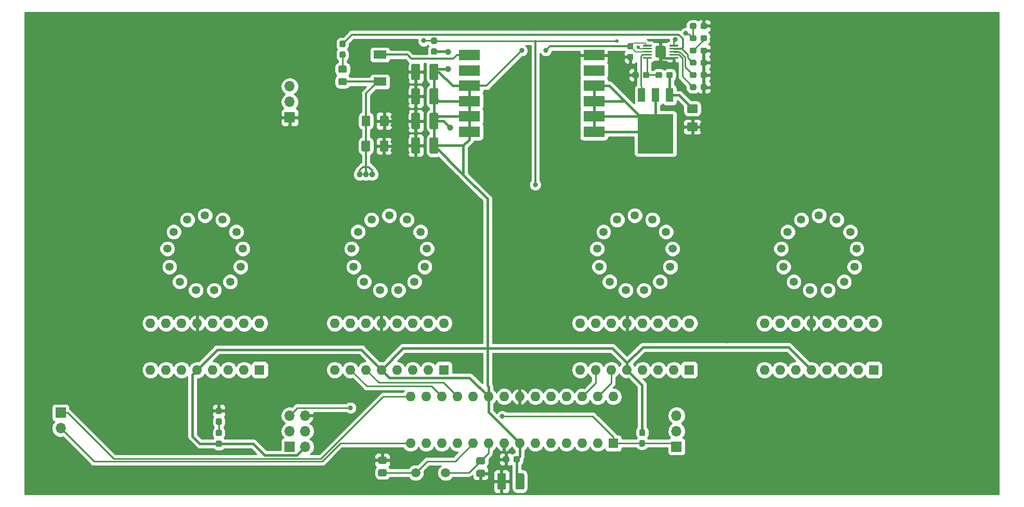
<source format=gbr>
G04 #@! TF.GenerationSoftware,KiCad,Pcbnew,(5.0.2)-1*
G04 #@! TF.CreationDate,2020-02-13T22:52:32+01:00*
G04 #@! TF.ProjectId,Nixie_Clock,4e697869-655f-4436-9c6f-636b2e6b6963,rev?*
G04 #@! TF.SameCoordinates,Original*
G04 #@! TF.FileFunction,Copper,L2,Bot*
G04 #@! TF.FilePolarity,Positive*
%FSLAX46Y46*%
G04 Gerber Fmt 4.6, Leading zero omitted, Abs format (unit mm)*
G04 Created by KiCad (PCBNEW (5.0.2)-1) date 13.02.2020 22:52:32*
%MOMM*%
%LPD*%
G01*
G04 APERTURE LIST*
G04 #@! TA.AperFunction,Conductor*
%ADD10C,0.100000*%
G04 #@! TD*
G04 #@! TA.AperFunction,SMDPad,CuDef*
%ADD11C,0.950000*%
G04 #@! TD*
G04 #@! TA.AperFunction,SMDPad,CuDef*
%ADD12C,1.425000*%
G04 #@! TD*
G04 #@! TA.AperFunction,SMDPad,CuDef*
%ADD13C,1.150000*%
G04 #@! TD*
G04 #@! TA.AperFunction,SMDPad,CuDef*
%ADD14R,2.100000X1.400000*%
G04 #@! TD*
G04 #@! TA.AperFunction,ComponentPad*
%ADD15O,1.700000X1.700000*%
G04 #@! TD*
G04 #@! TA.AperFunction,ComponentPad*
%ADD16R,1.700000X1.700000*%
G04 #@! TD*
G04 #@! TA.AperFunction,ComponentPad*
%ADD17C,1.346200*%
G04 #@! TD*
G04 #@! TA.AperFunction,SMDPad,CuDef*
%ADD18R,1.200000X2.200000*%
G04 #@! TD*
G04 #@! TA.AperFunction,SMDPad,CuDef*
%ADD19R,5.800000X6.400000*%
G04 #@! TD*
G04 #@! TA.AperFunction,SMDPad,CuDef*
%ADD20C,0.300000*%
G04 #@! TD*
G04 #@! TA.AperFunction,SMDPad,CuDef*
%ADD21C,1.680000*%
G04 #@! TD*
G04 #@! TA.AperFunction,SMDPad,CuDef*
%ADD22R,3.430000X1.790000*%
G04 #@! TD*
G04 #@! TA.AperFunction,ComponentPad*
%ADD23R,1.600000X1.600000*%
G04 #@! TD*
G04 #@! TA.AperFunction,ComponentPad*
%ADD24O,1.600000X1.600000*%
G04 #@! TD*
G04 #@! TA.AperFunction,ComponentPad*
%ADD25C,1.500000*%
G04 #@! TD*
G04 #@! TA.AperFunction,ViaPad*
%ADD26C,3.000000*%
G04 #@! TD*
G04 #@! TA.AperFunction,ViaPad*
%ADD27C,0.800000*%
G04 #@! TD*
G04 #@! TA.AperFunction,ViaPad*
%ADD28C,1.000000*%
G04 #@! TD*
G04 #@! TA.AperFunction,ViaPad*
%ADD29C,0.600000*%
G04 #@! TD*
G04 #@! TA.AperFunction,Conductor*
%ADD30C,0.400000*%
G04 #@! TD*
G04 #@! TA.AperFunction,Conductor*
%ADD31C,0.250000*%
G04 #@! TD*
G04 #@! TA.AperFunction,Conductor*
%ADD32C,0.200000*%
G04 #@! TD*
G04 #@! TA.AperFunction,Conductor*
%ADD33C,0.300000*%
G04 #@! TD*
G04 #@! TA.AperFunction,Conductor*
%ADD34C,0.254000*%
G04 #@! TD*
G04 APERTURE END LIST*
D10*
G04 #@! TO.N,GND*
G04 #@! TO.C,C1*
G36*
X196560779Y-90426144D02*
X196583834Y-90429563D01*
X196606443Y-90435227D01*
X196628387Y-90443079D01*
X196649457Y-90453044D01*
X196669448Y-90465026D01*
X196688168Y-90478910D01*
X196705438Y-90494562D01*
X196721090Y-90511832D01*
X196734974Y-90530552D01*
X196746956Y-90550543D01*
X196756921Y-90571613D01*
X196764773Y-90593557D01*
X196770437Y-90616166D01*
X196773856Y-90639221D01*
X196775000Y-90662500D01*
X196775000Y-91137500D01*
X196773856Y-91160779D01*
X196770437Y-91183834D01*
X196764773Y-91206443D01*
X196756921Y-91228387D01*
X196746956Y-91249457D01*
X196734974Y-91269448D01*
X196721090Y-91288168D01*
X196705438Y-91305438D01*
X196688168Y-91321090D01*
X196669448Y-91334974D01*
X196649457Y-91346956D01*
X196628387Y-91356921D01*
X196606443Y-91364773D01*
X196583834Y-91370437D01*
X196560779Y-91373856D01*
X196537500Y-91375000D01*
X195962500Y-91375000D01*
X195939221Y-91373856D01*
X195916166Y-91370437D01*
X195893557Y-91364773D01*
X195871613Y-91356921D01*
X195850543Y-91346956D01*
X195830552Y-91334974D01*
X195811832Y-91321090D01*
X195794562Y-91305438D01*
X195778910Y-91288168D01*
X195765026Y-91269448D01*
X195753044Y-91249457D01*
X195743079Y-91228387D01*
X195735227Y-91206443D01*
X195729563Y-91183834D01*
X195726144Y-91160779D01*
X195725000Y-91137500D01*
X195725000Y-90662500D01*
X195726144Y-90639221D01*
X195729563Y-90616166D01*
X195735227Y-90593557D01*
X195743079Y-90571613D01*
X195753044Y-90550543D01*
X195765026Y-90530552D01*
X195778910Y-90511832D01*
X195794562Y-90494562D01*
X195811832Y-90478910D01*
X195830552Y-90465026D01*
X195850543Y-90453044D01*
X195871613Y-90443079D01*
X195893557Y-90435227D01*
X195916166Y-90429563D01*
X195939221Y-90426144D01*
X195962500Y-90425000D01*
X196537500Y-90425000D01*
X196560779Y-90426144D01*
X196560779Y-90426144D01*
G37*
D11*
G04 #@! TD*
G04 #@! TO.P,C1,2*
G04 #@! TO.N,GND*
X196250000Y-90900000D03*
D10*
G04 #@! TO.N,Net-(C1-Pad1)*
G04 #@! TO.C,C1*
G36*
X194810779Y-90426144D02*
X194833834Y-90429563D01*
X194856443Y-90435227D01*
X194878387Y-90443079D01*
X194899457Y-90453044D01*
X194919448Y-90465026D01*
X194938168Y-90478910D01*
X194955438Y-90494562D01*
X194971090Y-90511832D01*
X194984974Y-90530552D01*
X194996956Y-90550543D01*
X195006921Y-90571613D01*
X195014773Y-90593557D01*
X195020437Y-90616166D01*
X195023856Y-90639221D01*
X195025000Y-90662500D01*
X195025000Y-91137500D01*
X195023856Y-91160779D01*
X195020437Y-91183834D01*
X195014773Y-91206443D01*
X195006921Y-91228387D01*
X194996956Y-91249457D01*
X194984974Y-91269448D01*
X194971090Y-91288168D01*
X194955438Y-91305438D01*
X194938168Y-91321090D01*
X194919448Y-91334974D01*
X194899457Y-91346956D01*
X194878387Y-91356921D01*
X194856443Y-91364773D01*
X194833834Y-91370437D01*
X194810779Y-91373856D01*
X194787500Y-91375000D01*
X194212500Y-91375000D01*
X194189221Y-91373856D01*
X194166166Y-91370437D01*
X194143557Y-91364773D01*
X194121613Y-91356921D01*
X194100543Y-91346956D01*
X194080552Y-91334974D01*
X194061832Y-91321090D01*
X194044562Y-91305438D01*
X194028910Y-91288168D01*
X194015026Y-91269448D01*
X194003044Y-91249457D01*
X193993079Y-91228387D01*
X193985227Y-91206443D01*
X193979563Y-91183834D01*
X193976144Y-91160779D01*
X193975000Y-91137500D01*
X193975000Y-90662500D01*
X193976144Y-90639221D01*
X193979563Y-90616166D01*
X193985227Y-90593557D01*
X193993079Y-90571613D01*
X194003044Y-90550543D01*
X194015026Y-90530552D01*
X194028910Y-90511832D01*
X194044562Y-90494562D01*
X194061832Y-90478910D01*
X194080552Y-90465026D01*
X194100543Y-90453044D01*
X194121613Y-90443079D01*
X194143557Y-90435227D01*
X194166166Y-90429563D01*
X194189221Y-90426144D01*
X194212500Y-90425000D01*
X194787500Y-90425000D01*
X194810779Y-90426144D01*
X194810779Y-90426144D01*
G37*
D11*
G04 #@! TD*
G04 #@! TO.P,C1,1*
G04 #@! TO.N,Net-(C1-Pad1)*
X194500000Y-90900000D03*
D10*
G04 #@! TO.N,GND*
G04 #@! TO.C,C2*
G36*
X149799504Y-89076204D02*
X149823773Y-89079804D01*
X149847571Y-89085765D01*
X149870671Y-89094030D01*
X149892849Y-89104520D01*
X149913893Y-89117133D01*
X149933598Y-89131747D01*
X149951777Y-89148223D01*
X149968253Y-89166402D01*
X149982867Y-89186107D01*
X149995480Y-89207151D01*
X150005970Y-89229329D01*
X150014235Y-89252429D01*
X150020196Y-89276227D01*
X150023796Y-89300496D01*
X150025000Y-89325000D01*
X150025000Y-91475000D01*
X150023796Y-91499504D01*
X150020196Y-91523773D01*
X150014235Y-91547571D01*
X150005970Y-91570671D01*
X149995480Y-91592849D01*
X149982867Y-91613893D01*
X149968253Y-91633598D01*
X149951777Y-91651777D01*
X149933598Y-91668253D01*
X149913893Y-91682867D01*
X149892849Y-91695480D01*
X149870671Y-91705970D01*
X149847571Y-91714235D01*
X149823773Y-91720196D01*
X149799504Y-91723796D01*
X149775000Y-91725000D01*
X148850000Y-91725000D01*
X148825496Y-91723796D01*
X148801227Y-91720196D01*
X148777429Y-91714235D01*
X148754329Y-91705970D01*
X148732151Y-91695480D01*
X148711107Y-91682867D01*
X148691402Y-91668253D01*
X148673223Y-91651777D01*
X148656747Y-91633598D01*
X148642133Y-91613893D01*
X148629520Y-91592849D01*
X148619030Y-91570671D01*
X148610765Y-91547571D01*
X148604804Y-91523773D01*
X148601204Y-91499504D01*
X148600000Y-91475000D01*
X148600000Y-89325000D01*
X148601204Y-89300496D01*
X148604804Y-89276227D01*
X148610765Y-89252429D01*
X148619030Y-89229329D01*
X148629520Y-89207151D01*
X148642133Y-89186107D01*
X148656747Y-89166402D01*
X148673223Y-89148223D01*
X148691402Y-89131747D01*
X148711107Y-89117133D01*
X148732151Y-89104520D01*
X148754329Y-89094030D01*
X148777429Y-89085765D01*
X148801227Y-89079804D01*
X148825496Y-89076204D01*
X148850000Y-89075000D01*
X149775000Y-89075000D01*
X149799504Y-89076204D01*
X149799504Y-89076204D01*
G37*
D12*
G04 #@! TD*
G04 #@! TO.P,C2,2*
G04 #@! TO.N,GND*
X149312500Y-90400000D03*
D10*
G04 #@! TO.N,+5V*
G04 #@! TO.C,C2*
G36*
X152774504Y-89076204D02*
X152798773Y-89079804D01*
X152822571Y-89085765D01*
X152845671Y-89094030D01*
X152867849Y-89104520D01*
X152888893Y-89117133D01*
X152908598Y-89131747D01*
X152926777Y-89148223D01*
X152943253Y-89166402D01*
X152957867Y-89186107D01*
X152970480Y-89207151D01*
X152980970Y-89229329D01*
X152989235Y-89252429D01*
X152995196Y-89276227D01*
X152998796Y-89300496D01*
X153000000Y-89325000D01*
X153000000Y-91475000D01*
X152998796Y-91499504D01*
X152995196Y-91523773D01*
X152989235Y-91547571D01*
X152980970Y-91570671D01*
X152970480Y-91592849D01*
X152957867Y-91613893D01*
X152943253Y-91633598D01*
X152926777Y-91651777D01*
X152908598Y-91668253D01*
X152888893Y-91682867D01*
X152867849Y-91695480D01*
X152845671Y-91705970D01*
X152822571Y-91714235D01*
X152798773Y-91720196D01*
X152774504Y-91723796D01*
X152750000Y-91725000D01*
X151825000Y-91725000D01*
X151800496Y-91723796D01*
X151776227Y-91720196D01*
X151752429Y-91714235D01*
X151729329Y-91705970D01*
X151707151Y-91695480D01*
X151686107Y-91682867D01*
X151666402Y-91668253D01*
X151648223Y-91651777D01*
X151631747Y-91633598D01*
X151617133Y-91613893D01*
X151604520Y-91592849D01*
X151594030Y-91570671D01*
X151585765Y-91547571D01*
X151579804Y-91523773D01*
X151576204Y-91499504D01*
X151575000Y-91475000D01*
X151575000Y-89325000D01*
X151576204Y-89300496D01*
X151579804Y-89276227D01*
X151585765Y-89252429D01*
X151594030Y-89229329D01*
X151604520Y-89207151D01*
X151617133Y-89186107D01*
X151631747Y-89166402D01*
X151648223Y-89148223D01*
X151666402Y-89131747D01*
X151686107Y-89117133D01*
X151707151Y-89104520D01*
X151729329Y-89094030D01*
X151752429Y-89085765D01*
X151776227Y-89079804D01*
X151800496Y-89076204D01*
X151825000Y-89075000D01*
X152750000Y-89075000D01*
X152774504Y-89076204D01*
X152774504Y-89076204D01*
G37*
D12*
G04 #@! TD*
G04 #@! TO.P,C2,1*
G04 #@! TO.N,+5V*
X152287500Y-90400000D03*
D10*
G04 #@! TO.N,+5V*
G04 #@! TO.C,C3*
G36*
X152774504Y-93076204D02*
X152798773Y-93079804D01*
X152822571Y-93085765D01*
X152845671Y-93094030D01*
X152867849Y-93104520D01*
X152888893Y-93117133D01*
X152908598Y-93131747D01*
X152926777Y-93148223D01*
X152943253Y-93166402D01*
X152957867Y-93186107D01*
X152970480Y-93207151D01*
X152980970Y-93229329D01*
X152989235Y-93252429D01*
X152995196Y-93276227D01*
X152998796Y-93300496D01*
X153000000Y-93325000D01*
X153000000Y-95475000D01*
X152998796Y-95499504D01*
X152995196Y-95523773D01*
X152989235Y-95547571D01*
X152980970Y-95570671D01*
X152970480Y-95592849D01*
X152957867Y-95613893D01*
X152943253Y-95633598D01*
X152926777Y-95651777D01*
X152908598Y-95668253D01*
X152888893Y-95682867D01*
X152867849Y-95695480D01*
X152845671Y-95705970D01*
X152822571Y-95714235D01*
X152798773Y-95720196D01*
X152774504Y-95723796D01*
X152750000Y-95725000D01*
X151825000Y-95725000D01*
X151800496Y-95723796D01*
X151776227Y-95720196D01*
X151752429Y-95714235D01*
X151729329Y-95705970D01*
X151707151Y-95695480D01*
X151686107Y-95682867D01*
X151666402Y-95668253D01*
X151648223Y-95651777D01*
X151631747Y-95633598D01*
X151617133Y-95613893D01*
X151604520Y-95592849D01*
X151594030Y-95570671D01*
X151585765Y-95547571D01*
X151579804Y-95523773D01*
X151576204Y-95499504D01*
X151575000Y-95475000D01*
X151575000Y-93325000D01*
X151576204Y-93300496D01*
X151579804Y-93276227D01*
X151585765Y-93252429D01*
X151594030Y-93229329D01*
X151604520Y-93207151D01*
X151617133Y-93186107D01*
X151631747Y-93166402D01*
X151648223Y-93148223D01*
X151666402Y-93131747D01*
X151686107Y-93117133D01*
X151707151Y-93104520D01*
X151729329Y-93094030D01*
X151752429Y-93085765D01*
X151776227Y-93079804D01*
X151800496Y-93076204D01*
X151825000Y-93075000D01*
X152750000Y-93075000D01*
X152774504Y-93076204D01*
X152774504Y-93076204D01*
G37*
D12*
G04 #@! TD*
G04 #@! TO.P,C3,1*
G04 #@! TO.N,+5V*
X152287500Y-94400000D03*
D10*
G04 #@! TO.N,GND*
G04 #@! TO.C,C3*
G36*
X149799504Y-93076204D02*
X149823773Y-93079804D01*
X149847571Y-93085765D01*
X149870671Y-93094030D01*
X149892849Y-93104520D01*
X149913893Y-93117133D01*
X149933598Y-93131747D01*
X149951777Y-93148223D01*
X149968253Y-93166402D01*
X149982867Y-93186107D01*
X149995480Y-93207151D01*
X150005970Y-93229329D01*
X150014235Y-93252429D01*
X150020196Y-93276227D01*
X150023796Y-93300496D01*
X150025000Y-93325000D01*
X150025000Y-95475000D01*
X150023796Y-95499504D01*
X150020196Y-95523773D01*
X150014235Y-95547571D01*
X150005970Y-95570671D01*
X149995480Y-95592849D01*
X149982867Y-95613893D01*
X149968253Y-95633598D01*
X149951777Y-95651777D01*
X149933598Y-95668253D01*
X149913893Y-95682867D01*
X149892849Y-95695480D01*
X149870671Y-95705970D01*
X149847571Y-95714235D01*
X149823773Y-95720196D01*
X149799504Y-95723796D01*
X149775000Y-95725000D01*
X148850000Y-95725000D01*
X148825496Y-95723796D01*
X148801227Y-95720196D01*
X148777429Y-95714235D01*
X148754329Y-95705970D01*
X148732151Y-95695480D01*
X148711107Y-95682867D01*
X148691402Y-95668253D01*
X148673223Y-95651777D01*
X148656747Y-95633598D01*
X148642133Y-95613893D01*
X148629520Y-95592849D01*
X148619030Y-95570671D01*
X148610765Y-95547571D01*
X148604804Y-95523773D01*
X148601204Y-95499504D01*
X148600000Y-95475000D01*
X148600000Y-93325000D01*
X148601204Y-93300496D01*
X148604804Y-93276227D01*
X148610765Y-93252429D01*
X148619030Y-93229329D01*
X148629520Y-93207151D01*
X148642133Y-93186107D01*
X148656747Y-93166402D01*
X148673223Y-93148223D01*
X148691402Y-93131747D01*
X148711107Y-93117133D01*
X148732151Y-93104520D01*
X148754329Y-93094030D01*
X148777429Y-93085765D01*
X148801227Y-93079804D01*
X148825496Y-93076204D01*
X148850000Y-93075000D01*
X149775000Y-93075000D01*
X149799504Y-93076204D01*
X149799504Y-93076204D01*
G37*
D12*
G04 #@! TD*
G04 #@! TO.P,C3,2*
G04 #@! TO.N,GND*
X149312500Y-94400000D03*
D10*
G04 #@! TO.N,GND*
G04 #@! TO.C,C4*
G36*
X149799504Y-97076204D02*
X149823773Y-97079804D01*
X149847571Y-97085765D01*
X149870671Y-97094030D01*
X149892849Y-97104520D01*
X149913893Y-97117133D01*
X149933598Y-97131747D01*
X149951777Y-97148223D01*
X149968253Y-97166402D01*
X149982867Y-97186107D01*
X149995480Y-97207151D01*
X150005970Y-97229329D01*
X150014235Y-97252429D01*
X150020196Y-97276227D01*
X150023796Y-97300496D01*
X150025000Y-97325000D01*
X150025000Y-99475000D01*
X150023796Y-99499504D01*
X150020196Y-99523773D01*
X150014235Y-99547571D01*
X150005970Y-99570671D01*
X149995480Y-99592849D01*
X149982867Y-99613893D01*
X149968253Y-99633598D01*
X149951777Y-99651777D01*
X149933598Y-99668253D01*
X149913893Y-99682867D01*
X149892849Y-99695480D01*
X149870671Y-99705970D01*
X149847571Y-99714235D01*
X149823773Y-99720196D01*
X149799504Y-99723796D01*
X149775000Y-99725000D01*
X148850000Y-99725000D01*
X148825496Y-99723796D01*
X148801227Y-99720196D01*
X148777429Y-99714235D01*
X148754329Y-99705970D01*
X148732151Y-99695480D01*
X148711107Y-99682867D01*
X148691402Y-99668253D01*
X148673223Y-99651777D01*
X148656747Y-99633598D01*
X148642133Y-99613893D01*
X148629520Y-99592849D01*
X148619030Y-99570671D01*
X148610765Y-99547571D01*
X148604804Y-99523773D01*
X148601204Y-99499504D01*
X148600000Y-99475000D01*
X148600000Y-97325000D01*
X148601204Y-97300496D01*
X148604804Y-97276227D01*
X148610765Y-97252429D01*
X148619030Y-97229329D01*
X148629520Y-97207151D01*
X148642133Y-97186107D01*
X148656747Y-97166402D01*
X148673223Y-97148223D01*
X148691402Y-97131747D01*
X148711107Y-97117133D01*
X148732151Y-97104520D01*
X148754329Y-97094030D01*
X148777429Y-97085765D01*
X148801227Y-97079804D01*
X148825496Y-97076204D01*
X148850000Y-97075000D01*
X149775000Y-97075000D01*
X149799504Y-97076204D01*
X149799504Y-97076204D01*
G37*
D12*
G04 #@! TD*
G04 #@! TO.P,C4,2*
G04 #@! TO.N,GND*
X149312500Y-98400000D03*
D10*
G04 #@! TO.N,+5V*
G04 #@! TO.C,C4*
G36*
X152774504Y-97076204D02*
X152798773Y-97079804D01*
X152822571Y-97085765D01*
X152845671Y-97094030D01*
X152867849Y-97104520D01*
X152888893Y-97117133D01*
X152908598Y-97131747D01*
X152926777Y-97148223D01*
X152943253Y-97166402D01*
X152957867Y-97186107D01*
X152970480Y-97207151D01*
X152980970Y-97229329D01*
X152989235Y-97252429D01*
X152995196Y-97276227D01*
X152998796Y-97300496D01*
X153000000Y-97325000D01*
X153000000Y-99475000D01*
X152998796Y-99499504D01*
X152995196Y-99523773D01*
X152989235Y-99547571D01*
X152980970Y-99570671D01*
X152970480Y-99592849D01*
X152957867Y-99613893D01*
X152943253Y-99633598D01*
X152926777Y-99651777D01*
X152908598Y-99668253D01*
X152888893Y-99682867D01*
X152867849Y-99695480D01*
X152845671Y-99705970D01*
X152822571Y-99714235D01*
X152798773Y-99720196D01*
X152774504Y-99723796D01*
X152750000Y-99725000D01*
X151825000Y-99725000D01*
X151800496Y-99723796D01*
X151776227Y-99720196D01*
X151752429Y-99714235D01*
X151729329Y-99705970D01*
X151707151Y-99695480D01*
X151686107Y-99682867D01*
X151666402Y-99668253D01*
X151648223Y-99651777D01*
X151631747Y-99633598D01*
X151617133Y-99613893D01*
X151604520Y-99592849D01*
X151594030Y-99570671D01*
X151585765Y-99547571D01*
X151579804Y-99523773D01*
X151576204Y-99499504D01*
X151575000Y-99475000D01*
X151575000Y-97325000D01*
X151576204Y-97300496D01*
X151579804Y-97276227D01*
X151585765Y-97252429D01*
X151594030Y-97229329D01*
X151604520Y-97207151D01*
X151617133Y-97186107D01*
X151631747Y-97166402D01*
X151648223Y-97148223D01*
X151666402Y-97131747D01*
X151686107Y-97117133D01*
X151707151Y-97104520D01*
X151729329Y-97094030D01*
X151752429Y-97085765D01*
X151776227Y-97079804D01*
X151800496Y-97076204D01*
X151825000Y-97075000D01*
X152750000Y-97075000D01*
X152774504Y-97076204D01*
X152774504Y-97076204D01*
G37*
D12*
G04 #@! TD*
G04 #@! TO.P,C4,1*
G04 #@! TO.N,+5V*
X152287500Y-98400000D03*
D10*
G04 #@! TO.N,+5V*
G04 #@! TO.C,C5*
G36*
X152774504Y-101076204D02*
X152798773Y-101079804D01*
X152822571Y-101085765D01*
X152845671Y-101094030D01*
X152867849Y-101104520D01*
X152888893Y-101117133D01*
X152908598Y-101131747D01*
X152926777Y-101148223D01*
X152943253Y-101166402D01*
X152957867Y-101186107D01*
X152970480Y-101207151D01*
X152980970Y-101229329D01*
X152989235Y-101252429D01*
X152995196Y-101276227D01*
X152998796Y-101300496D01*
X153000000Y-101325000D01*
X153000000Y-103475000D01*
X152998796Y-103499504D01*
X152995196Y-103523773D01*
X152989235Y-103547571D01*
X152980970Y-103570671D01*
X152970480Y-103592849D01*
X152957867Y-103613893D01*
X152943253Y-103633598D01*
X152926777Y-103651777D01*
X152908598Y-103668253D01*
X152888893Y-103682867D01*
X152867849Y-103695480D01*
X152845671Y-103705970D01*
X152822571Y-103714235D01*
X152798773Y-103720196D01*
X152774504Y-103723796D01*
X152750000Y-103725000D01*
X151825000Y-103725000D01*
X151800496Y-103723796D01*
X151776227Y-103720196D01*
X151752429Y-103714235D01*
X151729329Y-103705970D01*
X151707151Y-103695480D01*
X151686107Y-103682867D01*
X151666402Y-103668253D01*
X151648223Y-103651777D01*
X151631747Y-103633598D01*
X151617133Y-103613893D01*
X151604520Y-103592849D01*
X151594030Y-103570671D01*
X151585765Y-103547571D01*
X151579804Y-103523773D01*
X151576204Y-103499504D01*
X151575000Y-103475000D01*
X151575000Y-101325000D01*
X151576204Y-101300496D01*
X151579804Y-101276227D01*
X151585765Y-101252429D01*
X151594030Y-101229329D01*
X151604520Y-101207151D01*
X151617133Y-101186107D01*
X151631747Y-101166402D01*
X151648223Y-101148223D01*
X151666402Y-101131747D01*
X151686107Y-101117133D01*
X151707151Y-101104520D01*
X151729329Y-101094030D01*
X151752429Y-101085765D01*
X151776227Y-101079804D01*
X151800496Y-101076204D01*
X151825000Y-101075000D01*
X152750000Y-101075000D01*
X152774504Y-101076204D01*
X152774504Y-101076204D01*
G37*
D12*
G04 #@! TD*
G04 #@! TO.P,C5,1*
G04 #@! TO.N,+5V*
X152287500Y-102400000D03*
D10*
G04 #@! TO.N,GND*
G04 #@! TO.C,C5*
G36*
X149799504Y-101076204D02*
X149823773Y-101079804D01*
X149847571Y-101085765D01*
X149870671Y-101094030D01*
X149892849Y-101104520D01*
X149913893Y-101117133D01*
X149933598Y-101131747D01*
X149951777Y-101148223D01*
X149968253Y-101166402D01*
X149982867Y-101186107D01*
X149995480Y-101207151D01*
X150005970Y-101229329D01*
X150014235Y-101252429D01*
X150020196Y-101276227D01*
X150023796Y-101300496D01*
X150025000Y-101325000D01*
X150025000Y-103475000D01*
X150023796Y-103499504D01*
X150020196Y-103523773D01*
X150014235Y-103547571D01*
X150005970Y-103570671D01*
X149995480Y-103592849D01*
X149982867Y-103613893D01*
X149968253Y-103633598D01*
X149951777Y-103651777D01*
X149933598Y-103668253D01*
X149913893Y-103682867D01*
X149892849Y-103695480D01*
X149870671Y-103705970D01*
X149847571Y-103714235D01*
X149823773Y-103720196D01*
X149799504Y-103723796D01*
X149775000Y-103725000D01*
X148850000Y-103725000D01*
X148825496Y-103723796D01*
X148801227Y-103720196D01*
X148777429Y-103714235D01*
X148754329Y-103705970D01*
X148732151Y-103695480D01*
X148711107Y-103682867D01*
X148691402Y-103668253D01*
X148673223Y-103651777D01*
X148656747Y-103633598D01*
X148642133Y-103613893D01*
X148629520Y-103592849D01*
X148619030Y-103570671D01*
X148610765Y-103547571D01*
X148604804Y-103523773D01*
X148601204Y-103499504D01*
X148600000Y-103475000D01*
X148600000Y-101325000D01*
X148601204Y-101300496D01*
X148604804Y-101276227D01*
X148610765Y-101252429D01*
X148619030Y-101229329D01*
X148629520Y-101207151D01*
X148642133Y-101186107D01*
X148656747Y-101166402D01*
X148673223Y-101148223D01*
X148691402Y-101131747D01*
X148711107Y-101117133D01*
X148732151Y-101104520D01*
X148754329Y-101094030D01*
X148777429Y-101085765D01*
X148801227Y-101079804D01*
X148825496Y-101076204D01*
X148850000Y-101075000D01*
X149775000Y-101075000D01*
X149799504Y-101076204D01*
X149799504Y-101076204D01*
G37*
D12*
G04 #@! TD*
G04 #@! TO.P,C5,2*
G04 #@! TO.N,GND*
X149312500Y-102400000D03*
D10*
G04 #@! TO.N,GND*
G04 #@! TO.C,C6*
G36*
X144674504Y-97526204D02*
X144698773Y-97529804D01*
X144722571Y-97535765D01*
X144745671Y-97544030D01*
X144767849Y-97554520D01*
X144788893Y-97567133D01*
X144808598Y-97581747D01*
X144826777Y-97598223D01*
X144843253Y-97616402D01*
X144857867Y-97636107D01*
X144870480Y-97657151D01*
X144880970Y-97679329D01*
X144889235Y-97702429D01*
X144895196Y-97726227D01*
X144898796Y-97750496D01*
X144900000Y-97775000D01*
X144900000Y-99025000D01*
X144898796Y-99049504D01*
X144895196Y-99073773D01*
X144889235Y-99097571D01*
X144880970Y-99120671D01*
X144870480Y-99142849D01*
X144857867Y-99163893D01*
X144843253Y-99183598D01*
X144826777Y-99201777D01*
X144808598Y-99218253D01*
X144788893Y-99232867D01*
X144767849Y-99245480D01*
X144745671Y-99255970D01*
X144722571Y-99264235D01*
X144698773Y-99270196D01*
X144674504Y-99273796D01*
X144650000Y-99275000D01*
X143725000Y-99275000D01*
X143700496Y-99273796D01*
X143676227Y-99270196D01*
X143652429Y-99264235D01*
X143629329Y-99255970D01*
X143607151Y-99245480D01*
X143586107Y-99232867D01*
X143566402Y-99218253D01*
X143548223Y-99201777D01*
X143531747Y-99183598D01*
X143517133Y-99163893D01*
X143504520Y-99142849D01*
X143494030Y-99120671D01*
X143485765Y-99097571D01*
X143479804Y-99073773D01*
X143476204Y-99049504D01*
X143475000Y-99025000D01*
X143475000Y-97775000D01*
X143476204Y-97750496D01*
X143479804Y-97726227D01*
X143485765Y-97702429D01*
X143494030Y-97679329D01*
X143504520Y-97657151D01*
X143517133Y-97636107D01*
X143531747Y-97616402D01*
X143548223Y-97598223D01*
X143566402Y-97581747D01*
X143586107Y-97567133D01*
X143607151Y-97554520D01*
X143629329Y-97544030D01*
X143652429Y-97535765D01*
X143676227Y-97529804D01*
X143700496Y-97526204D01*
X143725000Y-97525000D01*
X144650000Y-97525000D01*
X144674504Y-97526204D01*
X144674504Y-97526204D01*
G37*
D12*
G04 #@! TD*
G04 #@! TO.P,C6,2*
G04 #@! TO.N,GND*
X144187500Y-98400000D03*
D10*
G04 #@! TO.N,170V*
G04 #@! TO.C,C6*
G36*
X141699504Y-97526204D02*
X141723773Y-97529804D01*
X141747571Y-97535765D01*
X141770671Y-97544030D01*
X141792849Y-97554520D01*
X141813893Y-97567133D01*
X141833598Y-97581747D01*
X141851777Y-97598223D01*
X141868253Y-97616402D01*
X141882867Y-97636107D01*
X141895480Y-97657151D01*
X141905970Y-97679329D01*
X141914235Y-97702429D01*
X141920196Y-97726227D01*
X141923796Y-97750496D01*
X141925000Y-97775000D01*
X141925000Y-99025000D01*
X141923796Y-99049504D01*
X141920196Y-99073773D01*
X141914235Y-99097571D01*
X141905970Y-99120671D01*
X141895480Y-99142849D01*
X141882867Y-99163893D01*
X141868253Y-99183598D01*
X141851777Y-99201777D01*
X141833598Y-99218253D01*
X141813893Y-99232867D01*
X141792849Y-99245480D01*
X141770671Y-99255970D01*
X141747571Y-99264235D01*
X141723773Y-99270196D01*
X141699504Y-99273796D01*
X141675000Y-99275000D01*
X140750000Y-99275000D01*
X140725496Y-99273796D01*
X140701227Y-99270196D01*
X140677429Y-99264235D01*
X140654329Y-99255970D01*
X140632151Y-99245480D01*
X140611107Y-99232867D01*
X140591402Y-99218253D01*
X140573223Y-99201777D01*
X140556747Y-99183598D01*
X140542133Y-99163893D01*
X140529520Y-99142849D01*
X140519030Y-99120671D01*
X140510765Y-99097571D01*
X140504804Y-99073773D01*
X140501204Y-99049504D01*
X140500000Y-99025000D01*
X140500000Y-97775000D01*
X140501204Y-97750496D01*
X140504804Y-97726227D01*
X140510765Y-97702429D01*
X140519030Y-97679329D01*
X140529520Y-97657151D01*
X140542133Y-97636107D01*
X140556747Y-97616402D01*
X140573223Y-97598223D01*
X140591402Y-97581747D01*
X140611107Y-97567133D01*
X140632151Y-97554520D01*
X140654329Y-97544030D01*
X140677429Y-97535765D01*
X140701227Y-97529804D01*
X140725496Y-97526204D01*
X140750000Y-97525000D01*
X141675000Y-97525000D01*
X141699504Y-97526204D01*
X141699504Y-97526204D01*
G37*
D12*
G04 #@! TD*
G04 #@! TO.P,C6,1*
G04 #@! TO.N,170V*
X141212500Y-98400000D03*
D10*
G04 #@! TO.N,170V*
G04 #@! TO.C,C7*
G36*
X141686241Y-101617029D02*
X141710510Y-101620629D01*
X141734308Y-101626590D01*
X141757408Y-101634855D01*
X141779586Y-101645345D01*
X141800630Y-101657958D01*
X141820335Y-101672572D01*
X141838514Y-101689048D01*
X141854990Y-101707227D01*
X141869604Y-101726932D01*
X141882217Y-101747976D01*
X141892707Y-101770154D01*
X141900972Y-101793254D01*
X141906933Y-101817052D01*
X141910533Y-101841321D01*
X141911737Y-101865825D01*
X141911737Y-103115825D01*
X141910533Y-103140329D01*
X141906933Y-103164598D01*
X141900972Y-103188396D01*
X141892707Y-103211496D01*
X141882217Y-103233674D01*
X141869604Y-103254718D01*
X141854990Y-103274423D01*
X141838514Y-103292602D01*
X141820335Y-103309078D01*
X141800630Y-103323692D01*
X141779586Y-103336305D01*
X141757408Y-103346795D01*
X141734308Y-103355060D01*
X141710510Y-103361021D01*
X141686241Y-103364621D01*
X141661737Y-103365825D01*
X140736737Y-103365825D01*
X140712233Y-103364621D01*
X140687964Y-103361021D01*
X140664166Y-103355060D01*
X140641066Y-103346795D01*
X140618888Y-103336305D01*
X140597844Y-103323692D01*
X140578139Y-103309078D01*
X140559960Y-103292602D01*
X140543484Y-103274423D01*
X140528870Y-103254718D01*
X140516257Y-103233674D01*
X140505767Y-103211496D01*
X140497502Y-103188396D01*
X140491541Y-103164598D01*
X140487941Y-103140329D01*
X140486737Y-103115825D01*
X140486737Y-101865825D01*
X140487941Y-101841321D01*
X140491541Y-101817052D01*
X140497502Y-101793254D01*
X140505767Y-101770154D01*
X140516257Y-101747976D01*
X140528870Y-101726932D01*
X140543484Y-101707227D01*
X140559960Y-101689048D01*
X140578139Y-101672572D01*
X140597844Y-101657958D01*
X140618888Y-101645345D01*
X140641066Y-101634855D01*
X140664166Y-101626590D01*
X140687964Y-101620629D01*
X140712233Y-101617029D01*
X140736737Y-101615825D01*
X141661737Y-101615825D01*
X141686241Y-101617029D01*
X141686241Y-101617029D01*
G37*
D12*
G04 #@! TD*
G04 #@! TO.P,C7,1*
G04 #@! TO.N,170V*
X141199237Y-102490825D03*
D10*
G04 #@! TO.N,GND*
G04 #@! TO.C,C7*
G36*
X144661241Y-101617029D02*
X144685510Y-101620629D01*
X144709308Y-101626590D01*
X144732408Y-101634855D01*
X144754586Y-101645345D01*
X144775630Y-101657958D01*
X144795335Y-101672572D01*
X144813514Y-101689048D01*
X144829990Y-101707227D01*
X144844604Y-101726932D01*
X144857217Y-101747976D01*
X144867707Y-101770154D01*
X144875972Y-101793254D01*
X144881933Y-101817052D01*
X144885533Y-101841321D01*
X144886737Y-101865825D01*
X144886737Y-103115825D01*
X144885533Y-103140329D01*
X144881933Y-103164598D01*
X144875972Y-103188396D01*
X144867707Y-103211496D01*
X144857217Y-103233674D01*
X144844604Y-103254718D01*
X144829990Y-103274423D01*
X144813514Y-103292602D01*
X144795335Y-103309078D01*
X144775630Y-103323692D01*
X144754586Y-103336305D01*
X144732408Y-103346795D01*
X144709308Y-103355060D01*
X144685510Y-103361021D01*
X144661241Y-103364621D01*
X144636737Y-103365825D01*
X143711737Y-103365825D01*
X143687233Y-103364621D01*
X143662964Y-103361021D01*
X143639166Y-103355060D01*
X143616066Y-103346795D01*
X143593888Y-103336305D01*
X143572844Y-103323692D01*
X143553139Y-103309078D01*
X143534960Y-103292602D01*
X143518484Y-103274423D01*
X143503870Y-103254718D01*
X143491257Y-103233674D01*
X143480767Y-103211496D01*
X143472502Y-103188396D01*
X143466541Y-103164598D01*
X143462941Y-103140329D01*
X143461737Y-103115825D01*
X143461737Y-101865825D01*
X143462941Y-101841321D01*
X143466541Y-101817052D01*
X143472502Y-101793254D01*
X143480767Y-101770154D01*
X143491257Y-101747976D01*
X143503870Y-101726932D01*
X143518484Y-101707227D01*
X143534960Y-101689048D01*
X143553139Y-101672572D01*
X143572844Y-101657958D01*
X143593888Y-101645345D01*
X143616066Y-101634855D01*
X143639166Y-101626590D01*
X143662964Y-101620629D01*
X143687233Y-101617029D01*
X143711737Y-101615825D01*
X144636737Y-101615825D01*
X144661241Y-101617029D01*
X144661241Y-101617029D01*
G37*
D12*
G04 #@! TD*
G04 #@! TO.P,C7,2*
G04 #@! TO.N,GND*
X144174237Y-102490825D03*
D10*
G04 #@! TO.N,Net-(C8-Pad1)*
G04 #@! TO.C,C8*
G36*
X187185779Y-90426144D02*
X187208834Y-90429563D01*
X187231443Y-90435227D01*
X187253387Y-90443079D01*
X187274457Y-90453044D01*
X187294448Y-90465026D01*
X187313168Y-90478910D01*
X187330438Y-90494562D01*
X187346090Y-90511832D01*
X187359974Y-90530552D01*
X187371956Y-90550543D01*
X187381921Y-90571613D01*
X187389773Y-90593557D01*
X187395437Y-90616166D01*
X187398856Y-90639221D01*
X187400000Y-90662500D01*
X187400000Y-91137500D01*
X187398856Y-91160779D01*
X187395437Y-91183834D01*
X187389773Y-91206443D01*
X187381921Y-91228387D01*
X187371956Y-91249457D01*
X187359974Y-91269448D01*
X187346090Y-91288168D01*
X187330438Y-91305438D01*
X187313168Y-91321090D01*
X187294448Y-91334974D01*
X187274457Y-91346956D01*
X187253387Y-91356921D01*
X187231443Y-91364773D01*
X187208834Y-91370437D01*
X187185779Y-91373856D01*
X187162500Y-91375000D01*
X186587500Y-91375000D01*
X186564221Y-91373856D01*
X186541166Y-91370437D01*
X186518557Y-91364773D01*
X186496613Y-91356921D01*
X186475543Y-91346956D01*
X186455552Y-91334974D01*
X186436832Y-91321090D01*
X186419562Y-91305438D01*
X186403910Y-91288168D01*
X186390026Y-91269448D01*
X186378044Y-91249457D01*
X186368079Y-91228387D01*
X186360227Y-91206443D01*
X186354563Y-91183834D01*
X186351144Y-91160779D01*
X186350000Y-91137500D01*
X186350000Y-90662500D01*
X186351144Y-90639221D01*
X186354563Y-90616166D01*
X186360227Y-90593557D01*
X186368079Y-90571613D01*
X186378044Y-90550543D01*
X186390026Y-90530552D01*
X186403910Y-90511832D01*
X186419562Y-90494562D01*
X186436832Y-90478910D01*
X186455552Y-90465026D01*
X186475543Y-90453044D01*
X186496613Y-90443079D01*
X186518557Y-90435227D01*
X186541166Y-90429563D01*
X186564221Y-90426144D01*
X186587500Y-90425000D01*
X187162500Y-90425000D01*
X187185779Y-90426144D01*
X187185779Y-90426144D01*
G37*
D11*
G04 #@! TD*
G04 #@! TO.P,C8,1*
G04 #@! TO.N,Net-(C8-Pad1)*
X186875000Y-90900000D03*
D10*
G04 #@! TO.N,GND*
G04 #@! TO.C,C8*
G36*
X185435779Y-90426144D02*
X185458834Y-90429563D01*
X185481443Y-90435227D01*
X185503387Y-90443079D01*
X185524457Y-90453044D01*
X185544448Y-90465026D01*
X185563168Y-90478910D01*
X185580438Y-90494562D01*
X185596090Y-90511832D01*
X185609974Y-90530552D01*
X185621956Y-90550543D01*
X185631921Y-90571613D01*
X185639773Y-90593557D01*
X185645437Y-90616166D01*
X185648856Y-90639221D01*
X185650000Y-90662500D01*
X185650000Y-91137500D01*
X185648856Y-91160779D01*
X185645437Y-91183834D01*
X185639773Y-91206443D01*
X185631921Y-91228387D01*
X185621956Y-91249457D01*
X185609974Y-91269448D01*
X185596090Y-91288168D01*
X185580438Y-91305438D01*
X185563168Y-91321090D01*
X185544448Y-91334974D01*
X185524457Y-91346956D01*
X185503387Y-91356921D01*
X185481443Y-91364773D01*
X185458834Y-91370437D01*
X185435779Y-91373856D01*
X185412500Y-91375000D01*
X184837500Y-91375000D01*
X184814221Y-91373856D01*
X184791166Y-91370437D01*
X184768557Y-91364773D01*
X184746613Y-91356921D01*
X184725543Y-91346956D01*
X184705552Y-91334974D01*
X184686832Y-91321090D01*
X184669562Y-91305438D01*
X184653910Y-91288168D01*
X184640026Y-91269448D01*
X184628044Y-91249457D01*
X184618079Y-91228387D01*
X184610227Y-91206443D01*
X184604563Y-91183834D01*
X184601144Y-91160779D01*
X184600000Y-91137500D01*
X184600000Y-90662500D01*
X184601144Y-90639221D01*
X184604563Y-90616166D01*
X184610227Y-90593557D01*
X184618079Y-90571613D01*
X184628044Y-90550543D01*
X184640026Y-90530552D01*
X184653910Y-90511832D01*
X184669562Y-90494562D01*
X184686832Y-90478910D01*
X184705552Y-90465026D01*
X184725543Y-90453044D01*
X184746613Y-90443079D01*
X184768557Y-90435227D01*
X184791166Y-90429563D01*
X184814221Y-90426144D01*
X184837500Y-90425000D01*
X185412500Y-90425000D01*
X185435779Y-90426144D01*
X185435779Y-90426144D01*
G37*
D11*
G04 #@! TD*
G04 #@! TO.P,C8,2*
G04 #@! TO.N,GND*
X185125000Y-90900000D03*
D10*
G04 #@! TO.N,Net-(C9-Pad1)*
G04 #@! TO.C,C9*
G36*
X194810779Y-86426144D02*
X194833834Y-86429563D01*
X194856443Y-86435227D01*
X194878387Y-86443079D01*
X194899457Y-86453044D01*
X194919448Y-86465026D01*
X194938168Y-86478910D01*
X194955438Y-86494562D01*
X194971090Y-86511832D01*
X194984974Y-86530552D01*
X194996956Y-86550543D01*
X195006921Y-86571613D01*
X195014773Y-86593557D01*
X195020437Y-86616166D01*
X195023856Y-86639221D01*
X195025000Y-86662500D01*
X195025000Y-87137500D01*
X195023856Y-87160779D01*
X195020437Y-87183834D01*
X195014773Y-87206443D01*
X195006921Y-87228387D01*
X194996956Y-87249457D01*
X194984974Y-87269448D01*
X194971090Y-87288168D01*
X194955438Y-87305438D01*
X194938168Y-87321090D01*
X194919448Y-87334974D01*
X194899457Y-87346956D01*
X194878387Y-87356921D01*
X194856443Y-87364773D01*
X194833834Y-87370437D01*
X194810779Y-87373856D01*
X194787500Y-87375000D01*
X194212500Y-87375000D01*
X194189221Y-87373856D01*
X194166166Y-87370437D01*
X194143557Y-87364773D01*
X194121613Y-87356921D01*
X194100543Y-87346956D01*
X194080552Y-87334974D01*
X194061832Y-87321090D01*
X194044562Y-87305438D01*
X194028910Y-87288168D01*
X194015026Y-87269448D01*
X194003044Y-87249457D01*
X193993079Y-87228387D01*
X193985227Y-87206443D01*
X193979563Y-87183834D01*
X193976144Y-87160779D01*
X193975000Y-87137500D01*
X193975000Y-86662500D01*
X193976144Y-86639221D01*
X193979563Y-86616166D01*
X193985227Y-86593557D01*
X193993079Y-86571613D01*
X194003044Y-86550543D01*
X194015026Y-86530552D01*
X194028910Y-86511832D01*
X194044562Y-86494562D01*
X194061832Y-86478910D01*
X194080552Y-86465026D01*
X194100543Y-86453044D01*
X194121613Y-86443079D01*
X194143557Y-86435227D01*
X194166166Y-86429563D01*
X194189221Y-86426144D01*
X194212500Y-86425000D01*
X194787500Y-86425000D01*
X194810779Y-86426144D01*
X194810779Y-86426144D01*
G37*
D11*
G04 #@! TD*
G04 #@! TO.P,C9,1*
G04 #@! TO.N,Net-(C9-Pad1)*
X194500000Y-86900000D03*
D10*
G04 #@! TO.N,GND*
G04 #@! TO.C,C9*
G36*
X196560779Y-86426144D02*
X196583834Y-86429563D01*
X196606443Y-86435227D01*
X196628387Y-86443079D01*
X196649457Y-86453044D01*
X196669448Y-86465026D01*
X196688168Y-86478910D01*
X196705438Y-86494562D01*
X196721090Y-86511832D01*
X196734974Y-86530552D01*
X196746956Y-86550543D01*
X196756921Y-86571613D01*
X196764773Y-86593557D01*
X196770437Y-86616166D01*
X196773856Y-86639221D01*
X196775000Y-86662500D01*
X196775000Y-87137500D01*
X196773856Y-87160779D01*
X196770437Y-87183834D01*
X196764773Y-87206443D01*
X196756921Y-87228387D01*
X196746956Y-87249457D01*
X196734974Y-87269448D01*
X196721090Y-87288168D01*
X196705438Y-87305438D01*
X196688168Y-87321090D01*
X196669448Y-87334974D01*
X196649457Y-87346956D01*
X196628387Y-87356921D01*
X196606443Y-87364773D01*
X196583834Y-87370437D01*
X196560779Y-87373856D01*
X196537500Y-87375000D01*
X195962500Y-87375000D01*
X195939221Y-87373856D01*
X195916166Y-87370437D01*
X195893557Y-87364773D01*
X195871613Y-87356921D01*
X195850543Y-87346956D01*
X195830552Y-87334974D01*
X195811832Y-87321090D01*
X195794562Y-87305438D01*
X195778910Y-87288168D01*
X195765026Y-87269448D01*
X195753044Y-87249457D01*
X195743079Y-87228387D01*
X195735227Y-87206443D01*
X195729563Y-87183834D01*
X195726144Y-87160779D01*
X195725000Y-87137500D01*
X195725000Y-86662500D01*
X195726144Y-86639221D01*
X195729563Y-86616166D01*
X195735227Y-86593557D01*
X195743079Y-86571613D01*
X195753044Y-86550543D01*
X195765026Y-86530552D01*
X195778910Y-86511832D01*
X195794562Y-86494562D01*
X195811832Y-86478910D01*
X195830552Y-86465026D01*
X195850543Y-86453044D01*
X195871613Y-86443079D01*
X195893557Y-86435227D01*
X195916166Y-86429563D01*
X195939221Y-86426144D01*
X195962500Y-86425000D01*
X196537500Y-86425000D01*
X196560779Y-86426144D01*
X196560779Y-86426144D01*
G37*
D11*
G04 #@! TD*
G04 #@! TO.P,C9,2*
G04 #@! TO.N,GND*
X196250000Y-86900000D03*
D10*
G04 #@! TO.N,GND*
G04 #@! TO.C,C10*
G36*
X196560779Y-82426144D02*
X196583834Y-82429563D01*
X196606443Y-82435227D01*
X196628387Y-82443079D01*
X196649457Y-82453044D01*
X196669448Y-82465026D01*
X196688168Y-82478910D01*
X196705438Y-82494562D01*
X196721090Y-82511832D01*
X196734974Y-82530552D01*
X196746956Y-82550543D01*
X196756921Y-82571613D01*
X196764773Y-82593557D01*
X196770437Y-82616166D01*
X196773856Y-82639221D01*
X196775000Y-82662500D01*
X196775000Y-83137500D01*
X196773856Y-83160779D01*
X196770437Y-83183834D01*
X196764773Y-83206443D01*
X196756921Y-83228387D01*
X196746956Y-83249457D01*
X196734974Y-83269448D01*
X196721090Y-83288168D01*
X196705438Y-83305438D01*
X196688168Y-83321090D01*
X196669448Y-83334974D01*
X196649457Y-83346956D01*
X196628387Y-83356921D01*
X196606443Y-83364773D01*
X196583834Y-83370437D01*
X196560779Y-83373856D01*
X196537500Y-83375000D01*
X195962500Y-83375000D01*
X195939221Y-83373856D01*
X195916166Y-83370437D01*
X195893557Y-83364773D01*
X195871613Y-83356921D01*
X195850543Y-83346956D01*
X195830552Y-83334974D01*
X195811832Y-83321090D01*
X195794562Y-83305438D01*
X195778910Y-83288168D01*
X195765026Y-83269448D01*
X195753044Y-83249457D01*
X195743079Y-83228387D01*
X195735227Y-83206443D01*
X195729563Y-83183834D01*
X195726144Y-83160779D01*
X195725000Y-83137500D01*
X195725000Y-82662500D01*
X195726144Y-82639221D01*
X195729563Y-82616166D01*
X195735227Y-82593557D01*
X195743079Y-82571613D01*
X195753044Y-82550543D01*
X195765026Y-82530552D01*
X195778910Y-82511832D01*
X195794562Y-82494562D01*
X195811832Y-82478910D01*
X195830552Y-82465026D01*
X195850543Y-82453044D01*
X195871613Y-82443079D01*
X195893557Y-82435227D01*
X195916166Y-82429563D01*
X195939221Y-82426144D01*
X195962500Y-82425000D01*
X196537500Y-82425000D01*
X196560779Y-82426144D01*
X196560779Y-82426144D01*
G37*
D11*
G04 #@! TD*
G04 #@! TO.P,C10,2*
G04 #@! TO.N,GND*
X196250000Y-82900000D03*
D10*
G04 #@! TO.N,Net-(C10-Pad1)*
G04 #@! TO.C,C10*
G36*
X194810779Y-82426144D02*
X194833834Y-82429563D01*
X194856443Y-82435227D01*
X194878387Y-82443079D01*
X194899457Y-82453044D01*
X194919448Y-82465026D01*
X194938168Y-82478910D01*
X194955438Y-82494562D01*
X194971090Y-82511832D01*
X194984974Y-82530552D01*
X194996956Y-82550543D01*
X195006921Y-82571613D01*
X195014773Y-82593557D01*
X195020437Y-82616166D01*
X195023856Y-82639221D01*
X195025000Y-82662500D01*
X195025000Y-83137500D01*
X195023856Y-83160779D01*
X195020437Y-83183834D01*
X195014773Y-83206443D01*
X195006921Y-83228387D01*
X194996956Y-83249457D01*
X194984974Y-83269448D01*
X194971090Y-83288168D01*
X194955438Y-83305438D01*
X194938168Y-83321090D01*
X194919448Y-83334974D01*
X194899457Y-83346956D01*
X194878387Y-83356921D01*
X194856443Y-83364773D01*
X194833834Y-83370437D01*
X194810779Y-83373856D01*
X194787500Y-83375000D01*
X194212500Y-83375000D01*
X194189221Y-83373856D01*
X194166166Y-83370437D01*
X194143557Y-83364773D01*
X194121613Y-83356921D01*
X194100543Y-83346956D01*
X194080552Y-83334974D01*
X194061832Y-83321090D01*
X194044562Y-83305438D01*
X194028910Y-83288168D01*
X194015026Y-83269448D01*
X194003044Y-83249457D01*
X193993079Y-83228387D01*
X193985227Y-83206443D01*
X193979563Y-83183834D01*
X193976144Y-83160779D01*
X193975000Y-83137500D01*
X193975000Y-82662500D01*
X193976144Y-82639221D01*
X193979563Y-82616166D01*
X193985227Y-82593557D01*
X193993079Y-82571613D01*
X194003044Y-82550543D01*
X194015026Y-82530552D01*
X194028910Y-82511832D01*
X194044562Y-82494562D01*
X194061832Y-82478910D01*
X194080552Y-82465026D01*
X194100543Y-82453044D01*
X194121613Y-82443079D01*
X194143557Y-82435227D01*
X194166166Y-82429563D01*
X194189221Y-82426144D01*
X194212500Y-82425000D01*
X194787500Y-82425000D01*
X194810779Y-82426144D01*
X194810779Y-82426144D01*
G37*
D11*
G04 #@! TD*
G04 #@! TO.P,C10,1*
G04 #@! TO.N,Net-(C10-Pad1)*
X194500000Y-82900000D03*
D10*
G04 #@! TO.N,GND*
G04 #@! TO.C,C11*
G36*
X184560779Y-87451144D02*
X184583834Y-87454563D01*
X184606443Y-87460227D01*
X184628387Y-87468079D01*
X184649457Y-87478044D01*
X184669448Y-87490026D01*
X184688168Y-87503910D01*
X184705438Y-87519562D01*
X184721090Y-87536832D01*
X184734974Y-87555552D01*
X184746956Y-87575543D01*
X184756921Y-87596613D01*
X184764773Y-87618557D01*
X184770437Y-87641166D01*
X184773856Y-87664221D01*
X184775000Y-87687500D01*
X184775000Y-88262500D01*
X184773856Y-88285779D01*
X184770437Y-88308834D01*
X184764773Y-88331443D01*
X184756921Y-88353387D01*
X184746956Y-88374457D01*
X184734974Y-88394448D01*
X184721090Y-88413168D01*
X184705438Y-88430438D01*
X184688168Y-88446090D01*
X184669448Y-88459974D01*
X184649457Y-88471956D01*
X184628387Y-88481921D01*
X184606443Y-88489773D01*
X184583834Y-88495437D01*
X184560779Y-88498856D01*
X184537500Y-88500000D01*
X184062500Y-88500000D01*
X184039221Y-88498856D01*
X184016166Y-88495437D01*
X183993557Y-88489773D01*
X183971613Y-88481921D01*
X183950543Y-88471956D01*
X183930552Y-88459974D01*
X183911832Y-88446090D01*
X183894562Y-88430438D01*
X183878910Y-88413168D01*
X183865026Y-88394448D01*
X183853044Y-88374457D01*
X183843079Y-88353387D01*
X183835227Y-88331443D01*
X183829563Y-88308834D01*
X183826144Y-88285779D01*
X183825000Y-88262500D01*
X183825000Y-87687500D01*
X183826144Y-87664221D01*
X183829563Y-87641166D01*
X183835227Y-87618557D01*
X183843079Y-87596613D01*
X183853044Y-87575543D01*
X183865026Y-87555552D01*
X183878910Y-87536832D01*
X183894562Y-87519562D01*
X183911832Y-87503910D01*
X183930552Y-87490026D01*
X183950543Y-87478044D01*
X183971613Y-87468079D01*
X183993557Y-87460227D01*
X184016166Y-87454563D01*
X184039221Y-87451144D01*
X184062500Y-87450000D01*
X184537500Y-87450000D01*
X184560779Y-87451144D01*
X184560779Y-87451144D01*
G37*
D11*
G04 #@! TD*
G04 #@! TO.P,C11,2*
G04 #@! TO.N,GND*
X184300000Y-87975000D03*
D10*
G04 #@! TO.N,+5V*
G04 #@! TO.C,C11*
G36*
X184560779Y-85701144D02*
X184583834Y-85704563D01*
X184606443Y-85710227D01*
X184628387Y-85718079D01*
X184649457Y-85728044D01*
X184669448Y-85740026D01*
X184688168Y-85753910D01*
X184705438Y-85769562D01*
X184721090Y-85786832D01*
X184734974Y-85805552D01*
X184746956Y-85825543D01*
X184756921Y-85846613D01*
X184764773Y-85868557D01*
X184770437Y-85891166D01*
X184773856Y-85914221D01*
X184775000Y-85937500D01*
X184775000Y-86512500D01*
X184773856Y-86535779D01*
X184770437Y-86558834D01*
X184764773Y-86581443D01*
X184756921Y-86603387D01*
X184746956Y-86624457D01*
X184734974Y-86644448D01*
X184721090Y-86663168D01*
X184705438Y-86680438D01*
X184688168Y-86696090D01*
X184669448Y-86709974D01*
X184649457Y-86721956D01*
X184628387Y-86731921D01*
X184606443Y-86739773D01*
X184583834Y-86745437D01*
X184560779Y-86748856D01*
X184537500Y-86750000D01*
X184062500Y-86750000D01*
X184039221Y-86748856D01*
X184016166Y-86745437D01*
X183993557Y-86739773D01*
X183971613Y-86731921D01*
X183950543Y-86721956D01*
X183930552Y-86709974D01*
X183911832Y-86696090D01*
X183894562Y-86680438D01*
X183878910Y-86663168D01*
X183865026Y-86644448D01*
X183853044Y-86624457D01*
X183843079Y-86603387D01*
X183835227Y-86581443D01*
X183829563Y-86558834D01*
X183826144Y-86535779D01*
X183825000Y-86512500D01*
X183825000Y-85937500D01*
X183826144Y-85914221D01*
X183829563Y-85891166D01*
X183835227Y-85868557D01*
X183843079Y-85846613D01*
X183853044Y-85825543D01*
X183865026Y-85805552D01*
X183878910Y-85786832D01*
X183894562Y-85769562D01*
X183911832Y-85753910D01*
X183930552Y-85740026D01*
X183950543Y-85728044D01*
X183971613Y-85718079D01*
X183993557Y-85710227D01*
X184016166Y-85704563D01*
X184039221Y-85701144D01*
X184062500Y-85700000D01*
X184537500Y-85700000D01*
X184560779Y-85701144D01*
X184560779Y-85701144D01*
G37*
D11*
G04 #@! TD*
G04 #@! TO.P,C11,1*
G04 #@! TO.N,+5V*
X184300000Y-86225000D03*
D10*
G04 #@! TO.N,+5V*
G04 #@! TO.C,C12*
G36*
X166085779Y-153126144D02*
X166108834Y-153129563D01*
X166131443Y-153135227D01*
X166153387Y-153143079D01*
X166174457Y-153153044D01*
X166194448Y-153165026D01*
X166213168Y-153178910D01*
X166230438Y-153194562D01*
X166246090Y-153211832D01*
X166259974Y-153230552D01*
X166271956Y-153250543D01*
X166281921Y-153271613D01*
X166289773Y-153293557D01*
X166295437Y-153316166D01*
X166298856Y-153339221D01*
X166300000Y-153362500D01*
X166300000Y-153837500D01*
X166298856Y-153860779D01*
X166295437Y-153883834D01*
X166289773Y-153906443D01*
X166281921Y-153928387D01*
X166271956Y-153949457D01*
X166259974Y-153969448D01*
X166246090Y-153988168D01*
X166230438Y-154005438D01*
X166213168Y-154021090D01*
X166194448Y-154034974D01*
X166174457Y-154046956D01*
X166153387Y-154056921D01*
X166131443Y-154064773D01*
X166108834Y-154070437D01*
X166085779Y-154073856D01*
X166062500Y-154075000D01*
X165487500Y-154075000D01*
X165464221Y-154073856D01*
X165441166Y-154070437D01*
X165418557Y-154064773D01*
X165396613Y-154056921D01*
X165375543Y-154046956D01*
X165355552Y-154034974D01*
X165336832Y-154021090D01*
X165319562Y-154005438D01*
X165303910Y-153988168D01*
X165290026Y-153969448D01*
X165278044Y-153949457D01*
X165268079Y-153928387D01*
X165260227Y-153906443D01*
X165254563Y-153883834D01*
X165251144Y-153860779D01*
X165250000Y-153837500D01*
X165250000Y-153362500D01*
X165251144Y-153339221D01*
X165254563Y-153316166D01*
X165260227Y-153293557D01*
X165268079Y-153271613D01*
X165278044Y-153250543D01*
X165290026Y-153230552D01*
X165303910Y-153211832D01*
X165319562Y-153194562D01*
X165336832Y-153178910D01*
X165355552Y-153165026D01*
X165375543Y-153153044D01*
X165396613Y-153143079D01*
X165418557Y-153135227D01*
X165441166Y-153129563D01*
X165464221Y-153126144D01*
X165487500Y-153125000D01*
X166062500Y-153125000D01*
X166085779Y-153126144D01*
X166085779Y-153126144D01*
G37*
D11*
G04 #@! TD*
G04 #@! TO.P,C12,1*
G04 #@! TO.N,+5V*
X165775000Y-153600000D03*
D10*
G04 #@! TO.N,GND*
G04 #@! TO.C,C12*
G36*
X164335779Y-153126144D02*
X164358834Y-153129563D01*
X164381443Y-153135227D01*
X164403387Y-153143079D01*
X164424457Y-153153044D01*
X164444448Y-153165026D01*
X164463168Y-153178910D01*
X164480438Y-153194562D01*
X164496090Y-153211832D01*
X164509974Y-153230552D01*
X164521956Y-153250543D01*
X164531921Y-153271613D01*
X164539773Y-153293557D01*
X164545437Y-153316166D01*
X164548856Y-153339221D01*
X164550000Y-153362500D01*
X164550000Y-153837500D01*
X164548856Y-153860779D01*
X164545437Y-153883834D01*
X164539773Y-153906443D01*
X164531921Y-153928387D01*
X164521956Y-153949457D01*
X164509974Y-153969448D01*
X164496090Y-153988168D01*
X164480438Y-154005438D01*
X164463168Y-154021090D01*
X164444448Y-154034974D01*
X164424457Y-154046956D01*
X164403387Y-154056921D01*
X164381443Y-154064773D01*
X164358834Y-154070437D01*
X164335779Y-154073856D01*
X164312500Y-154075000D01*
X163737500Y-154075000D01*
X163714221Y-154073856D01*
X163691166Y-154070437D01*
X163668557Y-154064773D01*
X163646613Y-154056921D01*
X163625543Y-154046956D01*
X163605552Y-154034974D01*
X163586832Y-154021090D01*
X163569562Y-154005438D01*
X163553910Y-153988168D01*
X163540026Y-153969448D01*
X163528044Y-153949457D01*
X163518079Y-153928387D01*
X163510227Y-153906443D01*
X163504563Y-153883834D01*
X163501144Y-153860779D01*
X163500000Y-153837500D01*
X163500000Y-153362500D01*
X163501144Y-153339221D01*
X163504563Y-153316166D01*
X163510227Y-153293557D01*
X163518079Y-153271613D01*
X163528044Y-153250543D01*
X163540026Y-153230552D01*
X163553910Y-153211832D01*
X163569562Y-153194562D01*
X163586832Y-153178910D01*
X163605552Y-153165026D01*
X163625543Y-153153044D01*
X163646613Y-153143079D01*
X163668557Y-153135227D01*
X163691166Y-153129563D01*
X163714221Y-153126144D01*
X163737500Y-153125000D01*
X164312500Y-153125000D01*
X164335779Y-153126144D01*
X164335779Y-153126144D01*
G37*
D11*
G04 #@! TD*
G04 #@! TO.P,C12,2*
G04 #@! TO.N,GND*
X164025000Y-153600000D03*
D10*
G04 #@! TO.N,+5V*
G04 #@! TO.C,C13*
G36*
X166774504Y-155876204D02*
X166798773Y-155879804D01*
X166822571Y-155885765D01*
X166845671Y-155894030D01*
X166867849Y-155904520D01*
X166888893Y-155917133D01*
X166908598Y-155931747D01*
X166926777Y-155948223D01*
X166943253Y-155966402D01*
X166957867Y-155986107D01*
X166970480Y-156007151D01*
X166980970Y-156029329D01*
X166989235Y-156052429D01*
X166995196Y-156076227D01*
X166998796Y-156100496D01*
X167000000Y-156125000D01*
X167000000Y-158275000D01*
X166998796Y-158299504D01*
X166995196Y-158323773D01*
X166989235Y-158347571D01*
X166980970Y-158370671D01*
X166970480Y-158392849D01*
X166957867Y-158413893D01*
X166943253Y-158433598D01*
X166926777Y-158451777D01*
X166908598Y-158468253D01*
X166888893Y-158482867D01*
X166867849Y-158495480D01*
X166845671Y-158505970D01*
X166822571Y-158514235D01*
X166798773Y-158520196D01*
X166774504Y-158523796D01*
X166750000Y-158525000D01*
X165825000Y-158525000D01*
X165800496Y-158523796D01*
X165776227Y-158520196D01*
X165752429Y-158514235D01*
X165729329Y-158505970D01*
X165707151Y-158495480D01*
X165686107Y-158482867D01*
X165666402Y-158468253D01*
X165648223Y-158451777D01*
X165631747Y-158433598D01*
X165617133Y-158413893D01*
X165604520Y-158392849D01*
X165594030Y-158370671D01*
X165585765Y-158347571D01*
X165579804Y-158323773D01*
X165576204Y-158299504D01*
X165575000Y-158275000D01*
X165575000Y-156125000D01*
X165576204Y-156100496D01*
X165579804Y-156076227D01*
X165585765Y-156052429D01*
X165594030Y-156029329D01*
X165604520Y-156007151D01*
X165617133Y-155986107D01*
X165631747Y-155966402D01*
X165648223Y-155948223D01*
X165666402Y-155931747D01*
X165686107Y-155917133D01*
X165707151Y-155904520D01*
X165729329Y-155894030D01*
X165752429Y-155885765D01*
X165776227Y-155879804D01*
X165800496Y-155876204D01*
X165825000Y-155875000D01*
X166750000Y-155875000D01*
X166774504Y-155876204D01*
X166774504Y-155876204D01*
G37*
D12*
G04 #@! TD*
G04 #@! TO.P,C13,1*
G04 #@! TO.N,+5V*
X166287500Y-157200000D03*
D10*
G04 #@! TO.N,GND*
G04 #@! TO.C,C13*
G36*
X163799504Y-155876204D02*
X163823773Y-155879804D01*
X163847571Y-155885765D01*
X163870671Y-155894030D01*
X163892849Y-155904520D01*
X163913893Y-155917133D01*
X163933598Y-155931747D01*
X163951777Y-155948223D01*
X163968253Y-155966402D01*
X163982867Y-155986107D01*
X163995480Y-156007151D01*
X164005970Y-156029329D01*
X164014235Y-156052429D01*
X164020196Y-156076227D01*
X164023796Y-156100496D01*
X164025000Y-156125000D01*
X164025000Y-158275000D01*
X164023796Y-158299504D01*
X164020196Y-158323773D01*
X164014235Y-158347571D01*
X164005970Y-158370671D01*
X163995480Y-158392849D01*
X163982867Y-158413893D01*
X163968253Y-158433598D01*
X163951777Y-158451777D01*
X163933598Y-158468253D01*
X163913893Y-158482867D01*
X163892849Y-158495480D01*
X163870671Y-158505970D01*
X163847571Y-158514235D01*
X163823773Y-158520196D01*
X163799504Y-158523796D01*
X163775000Y-158525000D01*
X162850000Y-158525000D01*
X162825496Y-158523796D01*
X162801227Y-158520196D01*
X162777429Y-158514235D01*
X162754329Y-158505970D01*
X162732151Y-158495480D01*
X162711107Y-158482867D01*
X162691402Y-158468253D01*
X162673223Y-158451777D01*
X162656747Y-158433598D01*
X162642133Y-158413893D01*
X162629520Y-158392849D01*
X162619030Y-158370671D01*
X162610765Y-158347571D01*
X162604804Y-158323773D01*
X162601204Y-158299504D01*
X162600000Y-158275000D01*
X162600000Y-156125000D01*
X162601204Y-156100496D01*
X162604804Y-156076227D01*
X162610765Y-156052429D01*
X162619030Y-156029329D01*
X162629520Y-156007151D01*
X162642133Y-155986107D01*
X162656747Y-155966402D01*
X162673223Y-155948223D01*
X162691402Y-155931747D01*
X162711107Y-155917133D01*
X162732151Y-155904520D01*
X162754329Y-155894030D01*
X162777429Y-155885765D01*
X162801227Y-155879804D01*
X162825496Y-155876204D01*
X162850000Y-155875000D01*
X163775000Y-155875000D01*
X163799504Y-155876204D01*
X163799504Y-155876204D01*
G37*
D12*
G04 #@! TD*
G04 #@! TO.P,C13,2*
G04 #@! TO.N,GND*
X163312500Y-157200000D03*
D10*
G04 #@! TO.N,/XTAL1*
G04 #@! TO.C,C14*
G36*
X160374505Y-153276204D02*
X160398773Y-153279804D01*
X160422572Y-153285765D01*
X160445671Y-153294030D01*
X160467850Y-153304520D01*
X160488893Y-153317132D01*
X160508599Y-153331747D01*
X160526777Y-153348223D01*
X160543253Y-153366401D01*
X160557868Y-153386107D01*
X160570480Y-153407150D01*
X160580970Y-153429329D01*
X160589235Y-153452428D01*
X160595196Y-153476227D01*
X160598796Y-153500495D01*
X160600000Y-153524999D01*
X160600000Y-154175001D01*
X160598796Y-154199505D01*
X160595196Y-154223773D01*
X160589235Y-154247572D01*
X160580970Y-154270671D01*
X160570480Y-154292850D01*
X160557868Y-154313893D01*
X160543253Y-154333599D01*
X160526777Y-154351777D01*
X160508599Y-154368253D01*
X160488893Y-154382868D01*
X160467850Y-154395480D01*
X160445671Y-154405970D01*
X160422572Y-154414235D01*
X160398773Y-154420196D01*
X160374505Y-154423796D01*
X160350001Y-154425000D01*
X159449999Y-154425000D01*
X159425495Y-154423796D01*
X159401227Y-154420196D01*
X159377428Y-154414235D01*
X159354329Y-154405970D01*
X159332150Y-154395480D01*
X159311107Y-154382868D01*
X159291401Y-154368253D01*
X159273223Y-154351777D01*
X159256747Y-154333599D01*
X159242132Y-154313893D01*
X159229520Y-154292850D01*
X159219030Y-154270671D01*
X159210765Y-154247572D01*
X159204804Y-154223773D01*
X159201204Y-154199505D01*
X159200000Y-154175001D01*
X159200000Y-153524999D01*
X159201204Y-153500495D01*
X159204804Y-153476227D01*
X159210765Y-153452428D01*
X159219030Y-153429329D01*
X159229520Y-153407150D01*
X159242132Y-153386107D01*
X159256747Y-153366401D01*
X159273223Y-153348223D01*
X159291401Y-153331747D01*
X159311107Y-153317132D01*
X159332150Y-153304520D01*
X159354329Y-153294030D01*
X159377428Y-153285765D01*
X159401227Y-153279804D01*
X159425495Y-153276204D01*
X159449999Y-153275000D01*
X160350001Y-153275000D01*
X160374505Y-153276204D01*
X160374505Y-153276204D01*
G37*
D13*
G04 #@! TD*
G04 #@! TO.P,C14,2*
G04 #@! TO.N,/XTAL1*
X159900000Y-153850000D03*
D10*
G04 #@! TO.N,GND*
G04 #@! TO.C,C14*
G36*
X160374505Y-155326204D02*
X160398773Y-155329804D01*
X160422572Y-155335765D01*
X160445671Y-155344030D01*
X160467850Y-155354520D01*
X160488893Y-155367132D01*
X160508599Y-155381747D01*
X160526777Y-155398223D01*
X160543253Y-155416401D01*
X160557868Y-155436107D01*
X160570480Y-155457150D01*
X160580970Y-155479329D01*
X160589235Y-155502428D01*
X160595196Y-155526227D01*
X160598796Y-155550495D01*
X160600000Y-155574999D01*
X160600000Y-156225001D01*
X160598796Y-156249505D01*
X160595196Y-156273773D01*
X160589235Y-156297572D01*
X160580970Y-156320671D01*
X160570480Y-156342850D01*
X160557868Y-156363893D01*
X160543253Y-156383599D01*
X160526777Y-156401777D01*
X160508599Y-156418253D01*
X160488893Y-156432868D01*
X160467850Y-156445480D01*
X160445671Y-156455970D01*
X160422572Y-156464235D01*
X160398773Y-156470196D01*
X160374505Y-156473796D01*
X160350001Y-156475000D01*
X159449999Y-156475000D01*
X159425495Y-156473796D01*
X159401227Y-156470196D01*
X159377428Y-156464235D01*
X159354329Y-156455970D01*
X159332150Y-156445480D01*
X159311107Y-156432868D01*
X159291401Y-156418253D01*
X159273223Y-156401777D01*
X159256747Y-156383599D01*
X159242132Y-156363893D01*
X159229520Y-156342850D01*
X159219030Y-156320671D01*
X159210765Y-156297572D01*
X159204804Y-156273773D01*
X159201204Y-156249505D01*
X159200000Y-156225001D01*
X159200000Y-155574999D01*
X159201204Y-155550495D01*
X159204804Y-155526227D01*
X159210765Y-155502428D01*
X159219030Y-155479329D01*
X159229520Y-155457150D01*
X159242132Y-155436107D01*
X159256747Y-155416401D01*
X159273223Y-155398223D01*
X159291401Y-155381747D01*
X159311107Y-155367132D01*
X159332150Y-155354520D01*
X159354329Y-155344030D01*
X159377428Y-155335765D01*
X159401227Y-155329804D01*
X159425495Y-155326204D01*
X159449999Y-155325000D01*
X160350001Y-155325000D01*
X160374505Y-155326204D01*
X160374505Y-155326204D01*
G37*
D13*
G04 #@! TD*
G04 #@! TO.P,C14,1*
G04 #@! TO.N,GND*
X159900000Y-155900000D03*
D10*
G04 #@! TO.N,GND*
G04 #@! TO.C,C15*
G36*
X144374505Y-153176204D02*
X144398773Y-153179804D01*
X144422572Y-153185765D01*
X144445671Y-153194030D01*
X144467850Y-153204520D01*
X144488893Y-153217132D01*
X144508599Y-153231747D01*
X144526777Y-153248223D01*
X144543253Y-153266401D01*
X144557868Y-153286107D01*
X144570480Y-153307150D01*
X144580970Y-153329329D01*
X144589235Y-153352428D01*
X144595196Y-153376227D01*
X144598796Y-153400495D01*
X144600000Y-153424999D01*
X144600000Y-154075001D01*
X144598796Y-154099505D01*
X144595196Y-154123773D01*
X144589235Y-154147572D01*
X144580970Y-154170671D01*
X144570480Y-154192850D01*
X144557868Y-154213893D01*
X144543253Y-154233599D01*
X144526777Y-154251777D01*
X144508599Y-154268253D01*
X144488893Y-154282868D01*
X144467850Y-154295480D01*
X144445671Y-154305970D01*
X144422572Y-154314235D01*
X144398773Y-154320196D01*
X144374505Y-154323796D01*
X144350001Y-154325000D01*
X143449999Y-154325000D01*
X143425495Y-154323796D01*
X143401227Y-154320196D01*
X143377428Y-154314235D01*
X143354329Y-154305970D01*
X143332150Y-154295480D01*
X143311107Y-154282868D01*
X143291401Y-154268253D01*
X143273223Y-154251777D01*
X143256747Y-154233599D01*
X143242132Y-154213893D01*
X143229520Y-154192850D01*
X143219030Y-154170671D01*
X143210765Y-154147572D01*
X143204804Y-154123773D01*
X143201204Y-154099505D01*
X143200000Y-154075001D01*
X143200000Y-153424999D01*
X143201204Y-153400495D01*
X143204804Y-153376227D01*
X143210765Y-153352428D01*
X143219030Y-153329329D01*
X143229520Y-153307150D01*
X143242132Y-153286107D01*
X143256747Y-153266401D01*
X143273223Y-153248223D01*
X143291401Y-153231747D01*
X143311107Y-153217132D01*
X143332150Y-153204520D01*
X143354329Y-153194030D01*
X143377428Y-153185765D01*
X143401227Y-153179804D01*
X143425495Y-153176204D01*
X143449999Y-153175000D01*
X144350001Y-153175000D01*
X144374505Y-153176204D01*
X144374505Y-153176204D01*
G37*
D13*
G04 #@! TD*
G04 #@! TO.P,C15,1*
G04 #@! TO.N,GND*
X143900000Y-153750000D03*
D10*
G04 #@! TO.N,/XTAL2*
G04 #@! TO.C,C15*
G36*
X144374505Y-155226204D02*
X144398773Y-155229804D01*
X144422572Y-155235765D01*
X144445671Y-155244030D01*
X144467850Y-155254520D01*
X144488893Y-155267132D01*
X144508599Y-155281747D01*
X144526777Y-155298223D01*
X144543253Y-155316401D01*
X144557868Y-155336107D01*
X144570480Y-155357150D01*
X144580970Y-155379329D01*
X144589235Y-155402428D01*
X144595196Y-155426227D01*
X144598796Y-155450495D01*
X144600000Y-155474999D01*
X144600000Y-156125001D01*
X144598796Y-156149505D01*
X144595196Y-156173773D01*
X144589235Y-156197572D01*
X144580970Y-156220671D01*
X144570480Y-156242850D01*
X144557868Y-156263893D01*
X144543253Y-156283599D01*
X144526777Y-156301777D01*
X144508599Y-156318253D01*
X144488893Y-156332868D01*
X144467850Y-156345480D01*
X144445671Y-156355970D01*
X144422572Y-156364235D01*
X144398773Y-156370196D01*
X144374505Y-156373796D01*
X144350001Y-156375000D01*
X143449999Y-156375000D01*
X143425495Y-156373796D01*
X143401227Y-156370196D01*
X143377428Y-156364235D01*
X143354329Y-156355970D01*
X143332150Y-156345480D01*
X143311107Y-156332868D01*
X143291401Y-156318253D01*
X143273223Y-156301777D01*
X143256747Y-156283599D01*
X143242132Y-156263893D01*
X143229520Y-156242850D01*
X143219030Y-156220671D01*
X143210765Y-156197572D01*
X143204804Y-156173773D01*
X143201204Y-156149505D01*
X143200000Y-156125001D01*
X143200000Y-155474999D01*
X143201204Y-155450495D01*
X143204804Y-155426227D01*
X143210765Y-155402428D01*
X143219030Y-155379329D01*
X143229520Y-155357150D01*
X143242132Y-155336107D01*
X143256747Y-155316401D01*
X143273223Y-155298223D01*
X143291401Y-155281747D01*
X143311107Y-155267132D01*
X143332150Y-155254520D01*
X143354329Y-155244030D01*
X143377428Y-155235765D01*
X143401227Y-155229804D01*
X143425495Y-155226204D01*
X143449999Y-155225000D01*
X144350001Y-155225000D01*
X144374505Y-155226204D01*
X144374505Y-155226204D01*
G37*
D13*
G04 #@! TD*
G04 #@! TO.P,C15,2*
G04 #@! TO.N,/XTAL2*
X143900000Y-155800000D03*
D14*
G04 #@! TO.P,D1,1*
G04 #@! TO.N,170V*
X143500000Y-92000000D03*
G04 #@! TO.P,D1,2*
G04 #@! TO.N,Net-(D1-Pad2)*
X143500000Y-87600000D03*
G04 #@! TD*
D10*
G04 #@! TO.N,GND*
G04 #@! TO.C,D2*
G36*
X117514635Y-145171297D02*
X117537690Y-145174716D01*
X117560299Y-145180380D01*
X117582243Y-145188232D01*
X117603313Y-145198197D01*
X117623304Y-145210179D01*
X117642024Y-145224063D01*
X117659294Y-145239715D01*
X117674946Y-145256985D01*
X117688830Y-145275705D01*
X117700812Y-145295696D01*
X117710777Y-145316766D01*
X117718629Y-145338710D01*
X117724293Y-145361319D01*
X117727712Y-145384374D01*
X117728856Y-145407653D01*
X117728856Y-145982653D01*
X117727712Y-146005932D01*
X117724293Y-146028987D01*
X117718629Y-146051596D01*
X117710777Y-146073540D01*
X117700812Y-146094610D01*
X117688830Y-146114601D01*
X117674946Y-146133321D01*
X117659294Y-146150591D01*
X117642024Y-146166243D01*
X117623304Y-146180127D01*
X117603313Y-146192109D01*
X117582243Y-146202074D01*
X117560299Y-146209926D01*
X117537690Y-146215590D01*
X117514635Y-146219009D01*
X117491356Y-146220153D01*
X117016356Y-146220153D01*
X116993077Y-146219009D01*
X116970022Y-146215590D01*
X116947413Y-146209926D01*
X116925469Y-146202074D01*
X116904399Y-146192109D01*
X116884408Y-146180127D01*
X116865688Y-146166243D01*
X116848418Y-146150591D01*
X116832766Y-146133321D01*
X116818882Y-146114601D01*
X116806900Y-146094610D01*
X116796935Y-146073540D01*
X116789083Y-146051596D01*
X116783419Y-146028987D01*
X116780000Y-146005932D01*
X116778856Y-145982653D01*
X116778856Y-145407653D01*
X116780000Y-145384374D01*
X116783419Y-145361319D01*
X116789083Y-145338710D01*
X116796935Y-145316766D01*
X116806900Y-145295696D01*
X116818882Y-145275705D01*
X116832766Y-145256985D01*
X116848418Y-145239715D01*
X116865688Y-145224063D01*
X116884408Y-145210179D01*
X116904399Y-145198197D01*
X116925469Y-145188232D01*
X116947413Y-145180380D01*
X116970022Y-145174716D01*
X116993077Y-145171297D01*
X117016356Y-145170153D01*
X117491356Y-145170153D01*
X117514635Y-145171297D01*
X117514635Y-145171297D01*
G37*
D11*
G04 #@! TD*
G04 #@! TO.P,D2,1*
G04 #@! TO.N,GND*
X117253856Y-145695153D03*
D10*
G04 #@! TO.N,Net-(D2-Pad2)*
G04 #@! TO.C,D2*
G36*
X117514635Y-146921297D02*
X117537690Y-146924716D01*
X117560299Y-146930380D01*
X117582243Y-146938232D01*
X117603313Y-146948197D01*
X117623304Y-146960179D01*
X117642024Y-146974063D01*
X117659294Y-146989715D01*
X117674946Y-147006985D01*
X117688830Y-147025705D01*
X117700812Y-147045696D01*
X117710777Y-147066766D01*
X117718629Y-147088710D01*
X117724293Y-147111319D01*
X117727712Y-147134374D01*
X117728856Y-147157653D01*
X117728856Y-147732653D01*
X117727712Y-147755932D01*
X117724293Y-147778987D01*
X117718629Y-147801596D01*
X117710777Y-147823540D01*
X117700812Y-147844610D01*
X117688830Y-147864601D01*
X117674946Y-147883321D01*
X117659294Y-147900591D01*
X117642024Y-147916243D01*
X117623304Y-147930127D01*
X117603313Y-147942109D01*
X117582243Y-147952074D01*
X117560299Y-147959926D01*
X117537690Y-147965590D01*
X117514635Y-147969009D01*
X117491356Y-147970153D01*
X117016356Y-147970153D01*
X116993077Y-147969009D01*
X116970022Y-147965590D01*
X116947413Y-147959926D01*
X116925469Y-147952074D01*
X116904399Y-147942109D01*
X116884408Y-147930127D01*
X116865688Y-147916243D01*
X116848418Y-147900591D01*
X116832766Y-147883321D01*
X116818882Y-147864601D01*
X116806900Y-147844610D01*
X116796935Y-147823540D01*
X116789083Y-147801596D01*
X116783419Y-147778987D01*
X116780000Y-147755932D01*
X116778856Y-147732653D01*
X116778856Y-147157653D01*
X116780000Y-147134374D01*
X116783419Y-147111319D01*
X116789083Y-147088710D01*
X116796935Y-147066766D01*
X116806900Y-147045696D01*
X116818882Y-147025705D01*
X116832766Y-147006985D01*
X116848418Y-146989715D01*
X116865688Y-146974063D01*
X116884408Y-146960179D01*
X116904399Y-146948197D01*
X116925469Y-146938232D01*
X116947413Y-146930380D01*
X116970022Y-146924716D01*
X116993077Y-146921297D01*
X117016356Y-146920153D01*
X117491356Y-146920153D01*
X117514635Y-146921297D01*
X117514635Y-146921297D01*
G37*
D11*
G04 #@! TD*
G04 #@! TO.P,D2,2*
G04 #@! TO.N,Net-(D2-Pad2)*
X117253856Y-147445153D03*
D15*
G04 #@! TO.P,J1,3*
G04 #@! TO.N,~SHDN*
X128800000Y-92760000D03*
G04 #@! TO.P,J1,2*
G04 #@! TO.N,+5V*
X128800000Y-95300000D03*
D16*
G04 #@! TO.P,J1,1*
G04 #@! TO.N,GND*
X128800000Y-97840000D03*
G04 #@! TD*
G04 #@! TO.P,J2,1*
G04 #@! TO.N,~Reset*
X191800000Y-151540000D03*
D15*
G04 #@! TO.P,J2,2*
G04 #@! TO.N,/Pin1_TX*
X191800000Y-149000000D03*
G04 #@! TO.P,J2,3*
G04 #@! TO.N,/Pin0_RX*
X191800000Y-146460000D03*
G04 #@! TD*
D16*
G04 #@! TO.P,J3,1*
G04 #@! TO.N,/MISO*
X128800000Y-151540000D03*
D15*
G04 #@! TO.P,J3,2*
G04 #@! TO.N,+5V*
X131340000Y-151540000D03*
G04 #@! TO.P,J3,3*
G04 #@! TO.N,/SCK*
X128800000Y-149000000D03*
G04 #@! TO.P,J3,4*
G04 #@! TO.N,/MOSI*
X131340000Y-149000000D03*
G04 #@! TO.P,J3,5*
G04 #@! TO.N,~Reset*
X128800000Y-146460000D03*
G04 #@! TO.P,J3,6*
G04 #@! TO.N,GND*
X131340000Y-146460000D03*
G04 #@! TD*
D16*
G04 #@! TO.P,J5,1*
G04 #@! TO.N,/SCL*
X91500000Y-146000000D03*
D15*
G04 #@! TO.P,J5,2*
G04 #@! TO.N,/SDA*
X91500000Y-148540000D03*
G04 #@! TD*
D17*
G04 #@! TO.P,Nh1,RHDP*
G04 #@! TO.N,Net-(Nh1-PadRHDP)*
X142124720Y-114521220D03*
G04 #@! TO.P,Nh1,LHDP*
G04 #@! TO.N,Net-(Nh1-PadLHDP)*
X147875280Y-114521220D03*
G04 #@! TO.P,Nh1,A*
G04 #@! TO.N,Net-(Nh1-PadA)*
X145000000Y-113812560D03*
G04 #@! TO.P,Nh1,9*
G04 #@! TO.N,Net-(Nh1-Pad9)*
X151144260Y-119255780D03*
G04 #@! TO.P,Nh1,8*
G04 #@! TO.N,Net-(Nh1-Pad8)*
X150786120Y-122194560D03*
G04 #@! TO.P,Nh1,7*
G04 #@! TO.N,Net-(Nh1-Pad7)*
X149104640Y-124632960D03*
G04 #@! TO.P,Nh1,6*
G04 #@! TO.N,Net-(Nh1-Pad6)*
X146480820Y-126009640D03*
G04 #@! TO.P,Nh1,5*
G04 #@! TO.N,Net-(Nh1-Pad5)*
X143519180Y-126009640D03*
G04 #@! TO.P,Nh1,4*
G04 #@! TO.N,Net-(Nh1-Pad4)*
X140895360Y-124632960D03*
G04 #@! TO.P,Nh1,3*
G04 #@! TO.N,Net-(Nh1-Pad3)*
X139213880Y-122194560D03*
G04 #@! TO.P,Nh1,2*
G04 #@! TO.N,Net-(Nh1-Pad2)*
X138855740Y-119255780D03*
G04 #@! TO.P,Nh1,1*
G04 #@! TO.N,Net-(Nh1-Pad1)*
X139907300Y-116484640D03*
G04 #@! TO.P,Nh1,0*
G04 #@! TO.N,Net-(Nh1-Pad0)*
X150092700Y-116484640D03*
G04 #@! TD*
G04 #@! TO.P,Nh10,0*
G04 #@! TO.N,Net-(Nh10-Pad0)*
X120092700Y-116484640D03*
G04 #@! TO.P,Nh10,1*
G04 #@! TO.N,Net-(Nh10-Pad1)*
X109907300Y-116484640D03*
G04 #@! TO.P,Nh10,2*
G04 #@! TO.N,Net-(Nh10-Pad2)*
X108855740Y-119255780D03*
G04 #@! TO.P,Nh10,3*
G04 #@! TO.N,Net-(Nh10-Pad3)*
X109213880Y-122194560D03*
G04 #@! TO.P,Nh10,4*
G04 #@! TO.N,Net-(Nh10-Pad4)*
X110895360Y-124632960D03*
G04 #@! TO.P,Nh10,5*
G04 #@! TO.N,Net-(Nh10-Pad5)*
X113519180Y-126009640D03*
G04 #@! TO.P,Nh10,6*
G04 #@! TO.N,Net-(Nh10-Pad6)*
X116480820Y-126009640D03*
G04 #@! TO.P,Nh10,7*
G04 #@! TO.N,Net-(Nh10-Pad7)*
X119104640Y-124632960D03*
G04 #@! TO.P,Nh10,8*
G04 #@! TO.N,Net-(Nh10-Pad8)*
X120786120Y-122194560D03*
G04 #@! TO.P,Nh10,9*
G04 #@! TO.N,Net-(Nh10-Pad9)*
X121144260Y-119255780D03*
G04 #@! TO.P,Nh10,A*
G04 #@! TO.N,Net-(Nh10-PadA)*
X115000000Y-113812560D03*
G04 #@! TO.P,Nh10,LHDP*
G04 #@! TO.N,Net-(Nh10-PadLHDP)*
X117875280Y-114521220D03*
G04 #@! TO.P,Nh10,RHDP*
G04 #@! TO.N,Net-(Nh10-PadRHDP)*
X112124720Y-114521220D03*
G04 #@! TD*
G04 #@! TO.P,Nm1,RHDP*
G04 #@! TO.N,Net-(Nm1-PadRHDP)*
X212124720Y-114521220D03*
G04 #@! TO.P,Nm1,LHDP*
G04 #@! TO.N,Net-(Nm1-PadLHDP)*
X217875280Y-114521220D03*
G04 #@! TO.P,Nm1,A*
G04 #@! TO.N,Net-(Nm1-PadA)*
X215000000Y-113812560D03*
G04 #@! TO.P,Nm1,9*
G04 #@! TO.N,Net-(Nm1-Pad9)*
X221144260Y-119255780D03*
G04 #@! TO.P,Nm1,8*
G04 #@! TO.N,Net-(Nm1-Pad8)*
X220786120Y-122194560D03*
G04 #@! TO.P,Nm1,7*
G04 #@! TO.N,Net-(Nm1-Pad7)*
X219104640Y-124632960D03*
G04 #@! TO.P,Nm1,6*
G04 #@! TO.N,Net-(Nm1-Pad6)*
X216480820Y-126009640D03*
G04 #@! TO.P,Nm1,5*
G04 #@! TO.N,Net-(Nm1-Pad5)*
X213519180Y-126009640D03*
G04 #@! TO.P,Nm1,4*
G04 #@! TO.N,Net-(Nm1-Pad4)*
X210895360Y-124632960D03*
G04 #@! TO.P,Nm1,3*
G04 #@! TO.N,Net-(Nm1-Pad3)*
X209213880Y-122194560D03*
G04 #@! TO.P,Nm1,2*
G04 #@! TO.N,Net-(Nm1-Pad2)*
X208855740Y-119255780D03*
G04 #@! TO.P,Nm1,1*
G04 #@! TO.N,Net-(Nm1-Pad1)*
X209907300Y-116484640D03*
G04 #@! TO.P,Nm1,0*
G04 #@! TO.N,Net-(Nm1-Pad0)*
X220092700Y-116484640D03*
G04 #@! TD*
G04 #@! TO.P,Nm10,0*
G04 #@! TO.N,Net-(Nm10-Pad0)*
X190092700Y-116484640D03*
G04 #@! TO.P,Nm10,1*
G04 #@! TO.N,Net-(Nm10-Pad1)*
X179907300Y-116484640D03*
G04 #@! TO.P,Nm10,2*
G04 #@! TO.N,Net-(Nm10-Pad2)*
X178855740Y-119255780D03*
G04 #@! TO.P,Nm10,3*
G04 #@! TO.N,Net-(Nm10-Pad3)*
X179213880Y-122194560D03*
G04 #@! TO.P,Nm10,4*
G04 #@! TO.N,Net-(Nm10-Pad4)*
X180895360Y-124632960D03*
G04 #@! TO.P,Nm10,5*
G04 #@! TO.N,Net-(Nm10-Pad5)*
X183519180Y-126009640D03*
G04 #@! TO.P,Nm10,6*
G04 #@! TO.N,Net-(Nm10-Pad6)*
X186480820Y-126009640D03*
G04 #@! TO.P,Nm10,7*
G04 #@! TO.N,Net-(Nm10-Pad7)*
X189104640Y-124632960D03*
G04 #@! TO.P,Nm10,8*
G04 #@! TO.N,Net-(Nm10-Pad8)*
X190786120Y-122194560D03*
G04 #@! TO.P,Nm10,9*
G04 #@! TO.N,Net-(Nm10-Pad9)*
X191144260Y-119255780D03*
G04 #@! TO.P,Nm10,A*
G04 #@! TO.N,Net-(Nm10-PadA)*
X185000000Y-113812560D03*
G04 #@! TO.P,Nm10,LHDP*
G04 #@! TO.N,Net-(Nm10-PadLHDP)*
X187875280Y-114521220D03*
G04 #@! TO.P,Nm10,RHDP*
G04 #@! TO.N,Net-(Nm10-PadRHDP)*
X182124720Y-114521220D03*
G04 #@! TD*
D18*
G04 #@! TO.P,Q1,1*
G04 #@! TO.N,Net-(Q1-Pad1)*
X186120000Y-94200000D03*
G04 #@! TO.P,Q1,2*
G04 #@! TO.N,Net-(Q1-Pad2)*
X188400000Y-94200000D03*
G04 #@! TO.P,Q1,3*
G04 #@! TO.N,Net-(Q1-Pad3)*
X190680000Y-94200000D03*
D19*
G04 #@! TO.P,Q1,2*
G04 #@! TO.N,Net-(Q1-Pad2)*
X188400000Y-100500000D03*
G04 #@! TD*
D10*
G04 #@! TO.N,GND*
G04 #@! TO.C,R1*
G36*
X196560779Y-92426144D02*
X196583834Y-92429563D01*
X196606443Y-92435227D01*
X196628387Y-92443079D01*
X196649457Y-92453044D01*
X196669448Y-92465026D01*
X196688168Y-92478910D01*
X196705438Y-92494562D01*
X196721090Y-92511832D01*
X196734974Y-92530552D01*
X196746956Y-92550543D01*
X196756921Y-92571613D01*
X196764773Y-92593557D01*
X196770437Y-92616166D01*
X196773856Y-92639221D01*
X196775000Y-92662500D01*
X196775000Y-93137500D01*
X196773856Y-93160779D01*
X196770437Y-93183834D01*
X196764773Y-93206443D01*
X196756921Y-93228387D01*
X196746956Y-93249457D01*
X196734974Y-93269448D01*
X196721090Y-93288168D01*
X196705438Y-93305438D01*
X196688168Y-93321090D01*
X196669448Y-93334974D01*
X196649457Y-93346956D01*
X196628387Y-93356921D01*
X196606443Y-93364773D01*
X196583834Y-93370437D01*
X196560779Y-93373856D01*
X196537500Y-93375000D01*
X195962500Y-93375000D01*
X195939221Y-93373856D01*
X195916166Y-93370437D01*
X195893557Y-93364773D01*
X195871613Y-93356921D01*
X195850543Y-93346956D01*
X195830552Y-93334974D01*
X195811832Y-93321090D01*
X195794562Y-93305438D01*
X195778910Y-93288168D01*
X195765026Y-93269448D01*
X195753044Y-93249457D01*
X195743079Y-93228387D01*
X195735227Y-93206443D01*
X195729563Y-93183834D01*
X195726144Y-93160779D01*
X195725000Y-93137500D01*
X195725000Y-92662500D01*
X195726144Y-92639221D01*
X195729563Y-92616166D01*
X195735227Y-92593557D01*
X195743079Y-92571613D01*
X195753044Y-92550543D01*
X195765026Y-92530552D01*
X195778910Y-92511832D01*
X195794562Y-92494562D01*
X195811832Y-92478910D01*
X195830552Y-92465026D01*
X195850543Y-92453044D01*
X195871613Y-92443079D01*
X195893557Y-92435227D01*
X195916166Y-92429563D01*
X195939221Y-92426144D01*
X195962500Y-92425000D01*
X196537500Y-92425000D01*
X196560779Y-92426144D01*
X196560779Y-92426144D01*
G37*
D11*
G04 #@! TD*
G04 #@! TO.P,R1,2*
G04 #@! TO.N,GND*
X196250000Y-92900000D03*
D10*
G04 #@! TO.N,Net-(R1-Pad1)*
G04 #@! TO.C,R1*
G36*
X194810779Y-92426144D02*
X194833834Y-92429563D01*
X194856443Y-92435227D01*
X194878387Y-92443079D01*
X194899457Y-92453044D01*
X194919448Y-92465026D01*
X194938168Y-92478910D01*
X194955438Y-92494562D01*
X194971090Y-92511832D01*
X194984974Y-92530552D01*
X194996956Y-92550543D01*
X195006921Y-92571613D01*
X195014773Y-92593557D01*
X195020437Y-92616166D01*
X195023856Y-92639221D01*
X195025000Y-92662500D01*
X195025000Y-93137500D01*
X195023856Y-93160779D01*
X195020437Y-93183834D01*
X195014773Y-93206443D01*
X195006921Y-93228387D01*
X194996956Y-93249457D01*
X194984974Y-93269448D01*
X194971090Y-93288168D01*
X194955438Y-93305438D01*
X194938168Y-93321090D01*
X194919448Y-93334974D01*
X194899457Y-93346956D01*
X194878387Y-93356921D01*
X194856443Y-93364773D01*
X194833834Y-93370437D01*
X194810779Y-93373856D01*
X194787500Y-93375000D01*
X194212500Y-93375000D01*
X194189221Y-93373856D01*
X194166166Y-93370437D01*
X194143557Y-93364773D01*
X194121613Y-93356921D01*
X194100543Y-93346956D01*
X194080552Y-93334974D01*
X194061832Y-93321090D01*
X194044562Y-93305438D01*
X194028910Y-93288168D01*
X194015026Y-93269448D01*
X194003044Y-93249457D01*
X193993079Y-93228387D01*
X193985227Y-93206443D01*
X193979563Y-93183834D01*
X193976144Y-93160779D01*
X193975000Y-93137500D01*
X193975000Y-92662500D01*
X193976144Y-92639221D01*
X193979563Y-92616166D01*
X193985227Y-92593557D01*
X193993079Y-92571613D01*
X194003044Y-92550543D01*
X194015026Y-92530552D01*
X194028910Y-92511832D01*
X194044562Y-92494562D01*
X194061832Y-92478910D01*
X194080552Y-92465026D01*
X194100543Y-92453044D01*
X194121613Y-92443079D01*
X194143557Y-92435227D01*
X194166166Y-92429563D01*
X194189221Y-92426144D01*
X194212500Y-92425000D01*
X194787500Y-92425000D01*
X194810779Y-92426144D01*
X194810779Y-92426144D01*
G37*
D11*
G04 #@! TD*
G04 #@! TO.P,R1,1*
G04 #@! TO.N,Net-(R1-Pad1)*
X194500000Y-92900000D03*
D10*
G04 #@! TO.N,170V*
G04 #@! TO.C,R2*
G36*
X137874505Y-91426204D02*
X137898773Y-91429804D01*
X137922572Y-91435765D01*
X137945671Y-91444030D01*
X137967850Y-91454520D01*
X137988893Y-91467132D01*
X138008599Y-91481747D01*
X138026777Y-91498223D01*
X138043253Y-91516401D01*
X138057868Y-91536107D01*
X138070480Y-91557150D01*
X138080970Y-91579329D01*
X138089235Y-91602428D01*
X138095196Y-91626227D01*
X138098796Y-91650495D01*
X138100000Y-91674999D01*
X138100000Y-92325001D01*
X138098796Y-92349505D01*
X138095196Y-92373773D01*
X138089235Y-92397572D01*
X138080970Y-92420671D01*
X138070480Y-92442850D01*
X138057868Y-92463893D01*
X138043253Y-92483599D01*
X138026777Y-92501777D01*
X138008599Y-92518253D01*
X137988893Y-92532868D01*
X137967850Y-92545480D01*
X137945671Y-92555970D01*
X137922572Y-92564235D01*
X137898773Y-92570196D01*
X137874505Y-92573796D01*
X137850001Y-92575000D01*
X136949999Y-92575000D01*
X136925495Y-92573796D01*
X136901227Y-92570196D01*
X136877428Y-92564235D01*
X136854329Y-92555970D01*
X136832150Y-92545480D01*
X136811107Y-92532868D01*
X136791401Y-92518253D01*
X136773223Y-92501777D01*
X136756747Y-92483599D01*
X136742132Y-92463893D01*
X136729520Y-92442850D01*
X136719030Y-92420671D01*
X136710765Y-92397572D01*
X136704804Y-92373773D01*
X136701204Y-92349505D01*
X136700000Y-92325001D01*
X136700000Y-91674999D01*
X136701204Y-91650495D01*
X136704804Y-91626227D01*
X136710765Y-91602428D01*
X136719030Y-91579329D01*
X136729520Y-91557150D01*
X136742132Y-91536107D01*
X136756747Y-91516401D01*
X136773223Y-91498223D01*
X136791401Y-91481747D01*
X136811107Y-91467132D01*
X136832150Y-91454520D01*
X136854329Y-91444030D01*
X136877428Y-91435765D01*
X136901227Y-91429804D01*
X136925495Y-91426204D01*
X136949999Y-91425000D01*
X137850001Y-91425000D01*
X137874505Y-91426204D01*
X137874505Y-91426204D01*
G37*
D13*
G04 #@! TD*
G04 #@! TO.P,R2,1*
G04 #@! TO.N,170V*
X137400000Y-92000000D03*
D10*
G04 #@! TO.N,Net-(R2-Pad2)*
G04 #@! TO.C,R2*
G36*
X137874505Y-89376204D02*
X137898773Y-89379804D01*
X137922572Y-89385765D01*
X137945671Y-89394030D01*
X137967850Y-89404520D01*
X137988893Y-89417132D01*
X138008599Y-89431747D01*
X138026777Y-89448223D01*
X138043253Y-89466401D01*
X138057868Y-89486107D01*
X138070480Y-89507150D01*
X138080970Y-89529329D01*
X138089235Y-89552428D01*
X138095196Y-89576227D01*
X138098796Y-89600495D01*
X138100000Y-89624999D01*
X138100000Y-90275001D01*
X138098796Y-90299505D01*
X138095196Y-90323773D01*
X138089235Y-90347572D01*
X138080970Y-90370671D01*
X138070480Y-90392850D01*
X138057868Y-90413893D01*
X138043253Y-90433599D01*
X138026777Y-90451777D01*
X138008599Y-90468253D01*
X137988893Y-90482868D01*
X137967850Y-90495480D01*
X137945671Y-90505970D01*
X137922572Y-90514235D01*
X137898773Y-90520196D01*
X137874505Y-90523796D01*
X137850001Y-90525000D01*
X136949999Y-90525000D01*
X136925495Y-90523796D01*
X136901227Y-90520196D01*
X136877428Y-90514235D01*
X136854329Y-90505970D01*
X136832150Y-90495480D01*
X136811107Y-90482868D01*
X136791401Y-90468253D01*
X136773223Y-90451777D01*
X136756747Y-90433599D01*
X136742132Y-90413893D01*
X136729520Y-90392850D01*
X136719030Y-90370671D01*
X136710765Y-90347572D01*
X136704804Y-90323773D01*
X136701204Y-90299505D01*
X136700000Y-90275001D01*
X136700000Y-89624999D01*
X136701204Y-89600495D01*
X136704804Y-89576227D01*
X136710765Y-89552428D01*
X136719030Y-89529329D01*
X136729520Y-89507150D01*
X136742132Y-89486107D01*
X136756747Y-89466401D01*
X136773223Y-89448223D01*
X136791401Y-89431747D01*
X136811107Y-89417132D01*
X136832150Y-89404520D01*
X136854329Y-89394030D01*
X136877428Y-89385765D01*
X136901227Y-89379804D01*
X136925495Y-89376204D01*
X136949999Y-89375000D01*
X137850001Y-89375000D01*
X137874505Y-89376204D01*
X137874505Y-89376204D01*
G37*
D13*
G04 #@! TD*
G04 #@! TO.P,R2,2*
G04 #@! TO.N,Net-(R2-Pad2)*
X137400000Y-89950000D03*
D10*
G04 #@! TO.N,GND*
G04 #@! TO.C,R3*
G36*
X196560779Y-88426144D02*
X196583834Y-88429563D01*
X196606443Y-88435227D01*
X196628387Y-88443079D01*
X196649457Y-88453044D01*
X196669448Y-88465026D01*
X196688168Y-88478910D01*
X196705438Y-88494562D01*
X196721090Y-88511832D01*
X196734974Y-88530552D01*
X196746956Y-88550543D01*
X196756921Y-88571613D01*
X196764773Y-88593557D01*
X196770437Y-88616166D01*
X196773856Y-88639221D01*
X196775000Y-88662500D01*
X196775000Y-89137500D01*
X196773856Y-89160779D01*
X196770437Y-89183834D01*
X196764773Y-89206443D01*
X196756921Y-89228387D01*
X196746956Y-89249457D01*
X196734974Y-89269448D01*
X196721090Y-89288168D01*
X196705438Y-89305438D01*
X196688168Y-89321090D01*
X196669448Y-89334974D01*
X196649457Y-89346956D01*
X196628387Y-89356921D01*
X196606443Y-89364773D01*
X196583834Y-89370437D01*
X196560779Y-89373856D01*
X196537500Y-89375000D01*
X195962500Y-89375000D01*
X195939221Y-89373856D01*
X195916166Y-89370437D01*
X195893557Y-89364773D01*
X195871613Y-89356921D01*
X195850543Y-89346956D01*
X195830552Y-89334974D01*
X195811832Y-89321090D01*
X195794562Y-89305438D01*
X195778910Y-89288168D01*
X195765026Y-89269448D01*
X195753044Y-89249457D01*
X195743079Y-89228387D01*
X195735227Y-89206443D01*
X195729563Y-89183834D01*
X195726144Y-89160779D01*
X195725000Y-89137500D01*
X195725000Y-88662500D01*
X195726144Y-88639221D01*
X195729563Y-88616166D01*
X195735227Y-88593557D01*
X195743079Y-88571613D01*
X195753044Y-88550543D01*
X195765026Y-88530552D01*
X195778910Y-88511832D01*
X195794562Y-88494562D01*
X195811832Y-88478910D01*
X195830552Y-88465026D01*
X195850543Y-88453044D01*
X195871613Y-88443079D01*
X195893557Y-88435227D01*
X195916166Y-88429563D01*
X195939221Y-88426144D01*
X195962500Y-88425000D01*
X196537500Y-88425000D01*
X196560779Y-88426144D01*
X196560779Y-88426144D01*
G37*
D11*
G04 #@! TD*
G04 #@! TO.P,R3,2*
G04 #@! TO.N,GND*
X196250000Y-88900000D03*
D10*
G04 #@! TO.N,Net-(R3-Pad1)*
G04 #@! TO.C,R3*
G36*
X194810779Y-88426144D02*
X194833834Y-88429563D01*
X194856443Y-88435227D01*
X194878387Y-88443079D01*
X194899457Y-88453044D01*
X194919448Y-88465026D01*
X194938168Y-88478910D01*
X194955438Y-88494562D01*
X194971090Y-88511832D01*
X194984974Y-88530552D01*
X194996956Y-88550543D01*
X195006921Y-88571613D01*
X195014773Y-88593557D01*
X195020437Y-88616166D01*
X195023856Y-88639221D01*
X195025000Y-88662500D01*
X195025000Y-89137500D01*
X195023856Y-89160779D01*
X195020437Y-89183834D01*
X195014773Y-89206443D01*
X195006921Y-89228387D01*
X194996956Y-89249457D01*
X194984974Y-89269448D01*
X194971090Y-89288168D01*
X194955438Y-89305438D01*
X194938168Y-89321090D01*
X194919448Y-89334974D01*
X194899457Y-89346956D01*
X194878387Y-89356921D01*
X194856443Y-89364773D01*
X194833834Y-89370437D01*
X194810779Y-89373856D01*
X194787500Y-89375000D01*
X194212500Y-89375000D01*
X194189221Y-89373856D01*
X194166166Y-89370437D01*
X194143557Y-89364773D01*
X194121613Y-89356921D01*
X194100543Y-89346956D01*
X194080552Y-89334974D01*
X194061832Y-89321090D01*
X194044562Y-89305438D01*
X194028910Y-89288168D01*
X194015026Y-89269448D01*
X194003044Y-89249457D01*
X193993079Y-89228387D01*
X193985227Y-89206443D01*
X193979563Y-89183834D01*
X193976144Y-89160779D01*
X193975000Y-89137500D01*
X193975000Y-88662500D01*
X193976144Y-88639221D01*
X193979563Y-88616166D01*
X193985227Y-88593557D01*
X193993079Y-88571613D01*
X194003044Y-88550543D01*
X194015026Y-88530552D01*
X194028910Y-88511832D01*
X194044562Y-88494562D01*
X194061832Y-88478910D01*
X194080552Y-88465026D01*
X194100543Y-88453044D01*
X194121613Y-88443079D01*
X194143557Y-88435227D01*
X194166166Y-88429563D01*
X194189221Y-88426144D01*
X194212500Y-88425000D01*
X194787500Y-88425000D01*
X194810779Y-88426144D01*
X194810779Y-88426144D01*
G37*
D11*
G04 #@! TD*
G04 #@! TO.P,R3,1*
G04 #@! TO.N,Net-(R3-Pad1)*
X194500000Y-88900000D03*
D10*
G04 #@! TO.N,Net-(Q1-Pad3)*
G04 #@! TO.C,R4*
G36*
X195049504Y-95688704D02*
X195073773Y-95692304D01*
X195097571Y-95698265D01*
X195120671Y-95706530D01*
X195142849Y-95717020D01*
X195163893Y-95729633D01*
X195183598Y-95744247D01*
X195201777Y-95760723D01*
X195218253Y-95778902D01*
X195232867Y-95798607D01*
X195245480Y-95819651D01*
X195255970Y-95841829D01*
X195264235Y-95864929D01*
X195270196Y-95888727D01*
X195273796Y-95912996D01*
X195275000Y-95937500D01*
X195275000Y-96862500D01*
X195273796Y-96887004D01*
X195270196Y-96911273D01*
X195264235Y-96935071D01*
X195255970Y-96958171D01*
X195245480Y-96980349D01*
X195232867Y-97001393D01*
X195218253Y-97021098D01*
X195201777Y-97039277D01*
X195183598Y-97055753D01*
X195163893Y-97070367D01*
X195142849Y-97082980D01*
X195120671Y-97093470D01*
X195097571Y-97101735D01*
X195073773Y-97107696D01*
X195049504Y-97111296D01*
X195025000Y-97112500D01*
X193775000Y-97112500D01*
X193750496Y-97111296D01*
X193726227Y-97107696D01*
X193702429Y-97101735D01*
X193679329Y-97093470D01*
X193657151Y-97082980D01*
X193636107Y-97070367D01*
X193616402Y-97055753D01*
X193598223Y-97039277D01*
X193581747Y-97021098D01*
X193567133Y-97001393D01*
X193554520Y-96980349D01*
X193544030Y-96958171D01*
X193535765Y-96935071D01*
X193529804Y-96911273D01*
X193526204Y-96887004D01*
X193525000Y-96862500D01*
X193525000Y-95937500D01*
X193526204Y-95912996D01*
X193529804Y-95888727D01*
X193535765Y-95864929D01*
X193544030Y-95841829D01*
X193554520Y-95819651D01*
X193567133Y-95798607D01*
X193581747Y-95778902D01*
X193598223Y-95760723D01*
X193616402Y-95744247D01*
X193636107Y-95729633D01*
X193657151Y-95717020D01*
X193679329Y-95706530D01*
X193702429Y-95698265D01*
X193726227Y-95692304D01*
X193750496Y-95688704D01*
X193775000Y-95687500D01*
X195025000Y-95687500D01*
X195049504Y-95688704D01*
X195049504Y-95688704D01*
G37*
D12*
G04 #@! TD*
G04 #@! TO.P,R4,1*
G04 #@! TO.N,Net-(Q1-Pad3)*
X194400000Y-96400000D03*
D10*
G04 #@! TO.N,GND*
G04 #@! TO.C,R4*
G36*
X195049504Y-98663704D02*
X195073773Y-98667304D01*
X195097571Y-98673265D01*
X195120671Y-98681530D01*
X195142849Y-98692020D01*
X195163893Y-98704633D01*
X195183598Y-98719247D01*
X195201777Y-98735723D01*
X195218253Y-98753902D01*
X195232867Y-98773607D01*
X195245480Y-98794651D01*
X195255970Y-98816829D01*
X195264235Y-98839929D01*
X195270196Y-98863727D01*
X195273796Y-98887996D01*
X195275000Y-98912500D01*
X195275000Y-99837500D01*
X195273796Y-99862004D01*
X195270196Y-99886273D01*
X195264235Y-99910071D01*
X195255970Y-99933171D01*
X195245480Y-99955349D01*
X195232867Y-99976393D01*
X195218253Y-99996098D01*
X195201777Y-100014277D01*
X195183598Y-100030753D01*
X195163893Y-100045367D01*
X195142849Y-100057980D01*
X195120671Y-100068470D01*
X195097571Y-100076735D01*
X195073773Y-100082696D01*
X195049504Y-100086296D01*
X195025000Y-100087500D01*
X193775000Y-100087500D01*
X193750496Y-100086296D01*
X193726227Y-100082696D01*
X193702429Y-100076735D01*
X193679329Y-100068470D01*
X193657151Y-100057980D01*
X193636107Y-100045367D01*
X193616402Y-100030753D01*
X193598223Y-100014277D01*
X193581747Y-99996098D01*
X193567133Y-99976393D01*
X193554520Y-99955349D01*
X193544030Y-99933171D01*
X193535765Y-99910071D01*
X193529804Y-99886273D01*
X193526204Y-99862004D01*
X193525000Y-99837500D01*
X193525000Y-98912500D01*
X193526204Y-98887996D01*
X193529804Y-98863727D01*
X193535765Y-98839929D01*
X193544030Y-98816829D01*
X193554520Y-98794651D01*
X193567133Y-98773607D01*
X193581747Y-98753902D01*
X193598223Y-98735723D01*
X193616402Y-98719247D01*
X193636107Y-98704633D01*
X193657151Y-98692020D01*
X193679329Y-98681530D01*
X193702429Y-98673265D01*
X193726227Y-98667304D01*
X193750496Y-98663704D01*
X193775000Y-98662500D01*
X195025000Y-98662500D01*
X195049504Y-98663704D01*
X195049504Y-98663704D01*
G37*
D12*
G04 #@! TD*
G04 #@! TO.P,R4,2*
G04 #@! TO.N,GND*
X194400000Y-99375000D03*
D10*
G04 #@! TO.N,Net-(Q1-Pad3)*
G04 #@! TO.C,R5*
G36*
X190985779Y-90426144D02*
X191008834Y-90429563D01*
X191031443Y-90435227D01*
X191053387Y-90443079D01*
X191074457Y-90453044D01*
X191094448Y-90465026D01*
X191113168Y-90478910D01*
X191130438Y-90494562D01*
X191146090Y-90511832D01*
X191159974Y-90530552D01*
X191171956Y-90550543D01*
X191181921Y-90571613D01*
X191189773Y-90593557D01*
X191195437Y-90616166D01*
X191198856Y-90639221D01*
X191200000Y-90662500D01*
X191200000Y-91137500D01*
X191198856Y-91160779D01*
X191195437Y-91183834D01*
X191189773Y-91206443D01*
X191181921Y-91228387D01*
X191171956Y-91249457D01*
X191159974Y-91269448D01*
X191146090Y-91288168D01*
X191130438Y-91305438D01*
X191113168Y-91321090D01*
X191094448Y-91334974D01*
X191074457Y-91346956D01*
X191053387Y-91356921D01*
X191031443Y-91364773D01*
X191008834Y-91370437D01*
X190985779Y-91373856D01*
X190962500Y-91375000D01*
X190387500Y-91375000D01*
X190364221Y-91373856D01*
X190341166Y-91370437D01*
X190318557Y-91364773D01*
X190296613Y-91356921D01*
X190275543Y-91346956D01*
X190255552Y-91334974D01*
X190236832Y-91321090D01*
X190219562Y-91305438D01*
X190203910Y-91288168D01*
X190190026Y-91269448D01*
X190178044Y-91249457D01*
X190168079Y-91228387D01*
X190160227Y-91206443D01*
X190154563Y-91183834D01*
X190151144Y-91160779D01*
X190150000Y-91137500D01*
X190150000Y-90662500D01*
X190151144Y-90639221D01*
X190154563Y-90616166D01*
X190160227Y-90593557D01*
X190168079Y-90571613D01*
X190178044Y-90550543D01*
X190190026Y-90530552D01*
X190203910Y-90511832D01*
X190219562Y-90494562D01*
X190236832Y-90478910D01*
X190255552Y-90465026D01*
X190275543Y-90453044D01*
X190296613Y-90443079D01*
X190318557Y-90435227D01*
X190341166Y-90429563D01*
X190364221Y-90426144D01*
X190387500Y-90425000D01*
X190962500Y-90425000D01*
X190985779Y-90426144D01*
X190985779Y-90426144D01*
G37*
D11*
G04 #@! TD*
G04 #@! TO.P,R5,1*
G04 #@! TO.N,Net-(Q1-Pad3)*
X190675000Y-90900000D03*
D10*
G04 #@! TO.N,Net-(C8-Pad1)*
G04 #@! TO.C,R5*
G36*
X189235779Y-90426144D02*
X189258834Y-90429563D01*
X189281443Y-90435227D01*
X189303387Y-90443079D01*
X189324457Y-90453044D01*
X189344448Y-90465026D01*
X189363168Y-90478910D01*
X189380438Y-90494562D01*
X189396090Y-90511832D01*
X189409974Y-90530552D01*
X189421956Y-90550543D01*
X189431921Y-90571613D01*
X189439773Y-90593557D01*
X189445437Y-90616166D01*
X189448856Y-90639221D01*
X189450000Y-90662500D01*
X189450000Y-91137500D01*
X189448856Y-91160779D01*
X189445437Y-91183834D01*
X189439773Y-91206443D01*
X189431921Y-91228387D01*
X189421956Y-91249457D01*
X189409974Y-91269448D01*
X189396090Y-91288168D01*
X189380438Y-91305438D01*
X189363168Y-91321090D01*
X189344448Y-91334974D01*
X189324457Y-91346956D01*
X189303387Y-91356921D01*
X189281443Y-91364773D01*
X189258834Y-91370437D01*
X189235779Y-91373856D01*
X189212500Y-91375000D01*
X188637500Y-91375000D01*
X188614221Y-91373856D01*
X188591166Y-91370437D01*
X188568557Y-91364773D01*
X188546613Y-91356921D01*
X188525543Y-91346956D01*
X188505552Y-91334974D01*
X188486832Y-91321090D01*
X188469562Y-91305438D01*
X188453910Y-91288168D01*
X188440026Y-91269448D01*
X188428044Y-91249457D01*
X188418079Y-91228387D01*
X188410227Y-91206443D01*
X188404563Y-91183834D01*
X188401144Y-91160779D01*
X188400000Y-91137500D01*
X188400000Y-90662500D01*
X188401144Y-90639221D01*
X188404563Y-90616166D01*
X188410227Y-90593557D01*
X188418079Y-90571613D01*
X188428044Y-90550543D01*
X188440026Y-90530552D01*
X188453910Y-90511832D01*
X188469562Y-90494562D01*
X188486832Y-90478910D01*
X188505552Y-90465026D01*
X188525543Y-90453044D01*
X188546613Y-90443079D01*
X188568557Y-90435227D01*
X188591166Y-90429563D01*
X188614221Y-90426144D01*
X188637500Y-90425000D01*
X189212500Y-90425000D01*
X189235779Y-90426144D01*
X189235779Y-90426144D01*
G37*
D11*
G04 #@! TD*
G04 #@! TO.P,R5,2*
G04 #@! TO.N,Net-(C8-Pad1)*
X188925000Y-90900000D03*
D10*
G04 #@! TO.N,Net-(C10-Pad1)*
G04 #@! TO.C,R6*
G36*
X194810779Y-84426144D02*
X194833834Y-84429563D01*
X194856443Y-84435227D01*
X194878387Y-84443079D01*
X194899457Y-84453044D01*
X194919448Y-84465026D01*
X194938168Y-84478910D01*
X194955438Y-84494562D01*
X194971090Y-84511832D01*
X194984974Y-84530552D01*
X194996956Y-84550543D01*
X195006921Y-84571613D01*
X195014773Y-84593557D01*
X195020437Y-84616166D01*
X195023856Y-84639221D01*
X195025000Y-84662500D01*
X195025000Y-85137500D01*
X195023856Y-85160779D01*
X195020437Y-85183834D01*
X195014773Y-85206443D01*
X195006921Y-85228387D01*
X194996956Y-85249457D01*
X194984974Y-85269448D01*
X194971090Y-85288168D01*
X194955438Y-85305438D01*
X194938168Y-85321090D01*
X194919448Y-85334974D01*
X194899457Y-85346956D01*
X194878387Y-85356921D01*
X194856443Y-85364773D01*
X194833834Y-85370437D01*
X194810779Y-85373856D01*
X194787500Y-85375000D01*
X194212500Y-85375000D01*
X194189221Y-85373856D01*
X194166166Y-85370437D01*
X194143557Y-85364773D01*
X194121613Y-85356921D01*
X194100543Y-85346956D01*
X194080552Y-85334974D01*
X194061832Y-85321090D01*
X194044562Y-85305438D01*
X194028910Y-85288168D01*
X194015026Y-85269448D01*
X194003044Y-85249457D01*
X193993079Y-85228387D01*
X193985227Y-85206443D01*
X193979563Y-85183834D01*
X193976144Y-85160779D01*
X193975000Y-85137500D01*
X193975000Y-84662500D01*
X193976144Y-84639221D01*
X193979563Y-84616166D01*
X193985227Y-84593557D01*
X193993079Y-84571613D01*
X194003044Y-84550543D01*
X194015026Y-84530552D01*
X194028910Y-84511832D01*
X194044562Y-84494562D01*
X194061832Y-84478910D01*
X194080552Y-84465026D01*
X194100543Y-84453044D01*
X194121613Y-84443079D01*
X194143557Y-84435227D01*
X194166166Y-84429563D01*
X194189221Y-84426144D01*
X194212500Y-84425000D01*
X194787500Y-84425000D01*
X194810779Y-84426144D01*
X194810779Y-84426144D01*
G37*
D11*
G04 #@! TD*
G04 #@! TO.P,R6,1*
G04 #@! TO.N,Net-(C10-Pad1)*
X194500000Y-84900000D03*
D10*
G04 #@! TO.N,Net-(C9-Pad1)*
G04 #@! TO.C,R6*
G36*
X196560779Y-84426144D02*
X196583834Y-84429563D01*
X196606443Y-84435227D01*
X196628387Y-84443079D01*
X196649457Y-84453044D01*
X196669448Y-84465026D01*
X196688168Y-84478910D01*
X196705438Y-84494562D01*
X196721090Y-84511832D01*
X196734974Y-84530552D01*
X196746956Y-84550543D01*
X196756921Y-84571613D01*
X196764773Y-84593557D01*
X196770437Y-84616166D01*
X196773856Y-84639221D01*
X196775000Y-84662500D01*
X196775000Y-85137500D01*
X196773856Y-85160779D01*
X196770437Y-85183834D01*
X196764773Y-85206443D01*
X196756921Y-85228387D01*
X196746956Y-85249457D01*
X196734974Y-85269448D01*
X196721090Y-85288168D01*
X196705438Y-85305438D01*
X196688168Y-85321090D01*
X196669448Y-85334974D01*
X196649457Y-85346956D01*
X196628387Y-85356921D01*
X196606443Y-85364773D01*
X196583834Y-85370437D01*
X196560779Y-85373856D01*
X196537500Y-85375000D01*
X195962500Y-85375000D01*
X195939221Y-85373856D01*
X195916166Y-85370437D01*
X195893557Y-85364773D01*
X195871613Y-85356921D01*
X195850543Y-85346956D01*
X195830552Y-85334974D01*
X195811832Y-85321090D01*
X195794562Y-85305438D01*
X195778910Y-85288168D01*
X195765026Y-85269448D01*
X195753044Y-85249457D01*
X195743079Y-85228387D01*
X195735227Y-85206443D01*
X195729563Y-85183834D01*
X195726144Y-85160779D01*
X195725000Y-85137500D01*
X195725000Y-84662500D01*
X195726144Y-84639221D01*
X195729563Y-84616166D01*
X195735227Y-84593557D01*
X195743079Y-84571613D01*
X195753044Y-84550543D01*
X195765026Y-84530552D01*
X195778910Y-84511832D01*
X195794562Y-84494562D01*
X195811832Y-84478910D01*
X195830552Y-84465026D01*
X195850543Y-84453044D01*
X195871613Y-84443079D01*
X195893557Y-84435227D01*
X195916166Y-84429563D01*
X195939221Y-84426144D01*
X195962500Y-84425000D01*
X196537500Y-84425000D01*
X196560779Y-84426144D01*
X196560779Y-84426144D01*
G37*
D11*
G04 #@! TD*
G04 #@! TO.P,R6,2*
G04 #@! TO.N,Net-(C9-Pad1)*
X196250000Y-84900000D03*
D10*
G04 #@! TO.N,Net-(R2-Pad2)*
G04 #@! TO.C,R7*
G36*
X137660779Y-87051144D02*
X137683834Y-87054563D01*
X137706443Y-87060227D01*
X137728387Y-87068079D01*
X137749457Y-87078044D01*
X137769448Y-87090026D01*
X137788168Y-87103910D01*
X137805438Y-87119562D01*
X137821090Y-87136832D01*
X137834974Y-87155552D01*
X137846956Y-87175543D01*
X137856921Y-87196613D01*
X137864773Y-87218557D01*
X137870437Y-87241166D01*
X137873856Y-87264221D01*
X137875000Y-87287500D01*
X137875000Y-87862500D01*
X137873856Y-87885779D01*
X137870437Y-87908834D01*
X137864773Y-87931443D01*
X137856921Y-87953387D01*
X137846956Y-87974457D01*
X137834974Y-87994448D01*
X137821090Y-88013168D01*
X137805438Y-88030438D01*
X137788168Y-88046090D01*
X137769448Y-88059974D01*
X137749457Y-88071956D01*
X137728387Y-88081921D01*
X137706443Y-88089773D01*
X137683834Y-88095437D01*
X137660779Y-88098856D01*
X137637500Y-88100000D01*
X137162500Y-88100000D01*
X137139221Y-88098856D01*
X137116166Y-88095437D01*
X137093557Y-88089773D01*
X137071613Y-88081921D01*
X137050543Y-88071956D01*
X137030552Y-88059974D01*
X137011832Y-88046090D01*
X136994562Y-88030438D01*
X136978910Y-88013168D01*
X136965026Y-87994448D01*
X136953044Y-87974457D01*
X136943079Y-87953387D01*
X136935227Y-87931443D01*
X136929563Y-87908834D01*
X136926144Y-87885779D01*
X136925000Y-87862500D01*
X136925000Y-87287500D01*
X136926144Y-87264221D01*
X136929563Y-87241166D01*
X136935227Y-87218557D01*
X136943079Y-87196613D01*
X136953044Y-87175543D01*
X136965026Y-87155552D01*
X136978910Y-87136832D01*
X136994562Y-87119562D01*
X137011832Y-87103910D01*
X137030552Y-87090026D01*
X137050543Y-87078044D01*
X137071613Y-87068079D01*
X137093557Y-87060227D01*
X137116166Y-87054563D01*
X137139221Y-87051144D01*
X137162500Y-87050000D01*
X137637500Y-87050000D01*
X137660779Y-87051144D01*
X137660779Y-87051144D01*
G37*
D11*
G04 #@! TD*
G04 #@! TO.P,R7,1*
G04 #@! TO.N,Net-(R2-Pad2)*
X137400000Y-87575000D03*
D10*
G04 #@! TO.N,Net-(R3-Pad1)*
G04 #@! TO.C,R7*
G36*
X137660779Y-85301144D02*
X137683834Y-85304563D01*
X137706443Y-85310227D01*
X137728387Y-85318079D01*
X137749457Y-85328044D01*
X137769448Y-85340026D01*
X137788168Y-85353910D01*
X137805438Y-85369562D01*
X137821090Y-85386832D01*
X137834974Y-85405552D01*
X137846956Y-85425543D01*
X137856921Y-85446613D01*
X137864773Y-85468557D01*
X137870437Y-85491166D01*
X137873856Y-85514221D01*
X137875000Y-85537500D01*
X137875000Y-86112500D01*
X137873856Y-86135779D01*
X137870437Y-86158834D01*
X137864773Y-86181443D01*
X137856921Y-86203387D01*
X137846956Y-86224457D01*
X137834974Y-86244448D01*
X137821090Y-86263168D01*
X137805438Y-86280438D01*
X137788168Y-86296090D01*
X137769448Y-86309974D01*
X137749457Y-86321956D01*
X137728387Y-86331921D01*
X137706443Y-86339773D01*
X137683834Y-86345437D01*
X137660779Y-86348856D01*
X137637500Y-86350000D01*
X137162500Y-86350000D01*
X137139221Y-86348856D01*
X137116166Y-86345437D01*
X137093557Y-86339773D01*
X137071613Y-86331921D01*
X137050543Y-86321956D01*
X137030552Y-86309974D01*
X137011832Y-86296090D01*
X136994562Y-86280438D01*
X136978910Y-86263168D01*
X136965026Y-86244448D01*
X136953044Y-86224457D01*
X136943079Y-86203387D01*
X136935227Y-86181443D01*
X136929563Y-86158834D01*
X136926144Y-86135779D01*
X136925000Y-86112500D01*
X136925000Y-85537500D01*
X136926144Y-85514221D01*
X136929563Y-85491166D01*
X136935227Y-85468557D01*
X136943079Y-85446613D01*
X136953044Y-85425543D01*
X136965026Y-85405552D01*
X136978910Y-85386832D01*
X136994562Y-85369562D01*
X137011832Y-85353910D01*
X137030552Y-85340026D01*
X137050543Y-85328044D01*
X137071613Y-85318079D01*
X137093557Y-85310227D01*
X137116166Y-85304563D01*
X137139221Y-85301144D01*
X137162500Y-85300000D01*
X137637500Y-85300000D01*
X137660779Y-85301144D01*
X137660779Y-85301144D01*
G37*
D11*
G04 #@! TD*
G04 #@! TO.P,R7,2*
G04 #@! TO.N,Net-(R3-Pad1)*
X137400000Y-85825000D03*
D10*
G04 #@! TO.N,~SHDN*
G04 #@! TO.C,R8*
G36*
X152560779Y-84801144D02*
X152583834Y-84804563D01*
X152606443Y-84810227D01*
X152628387Y-84818079D01*
X152649457Y-84828044D01*
X152669448Y-84840026D01*
X152688168Y-84853910D01*
X152705438Y-84869562D01*
X152721090Y-84886832D01*
X152734974Y-84905552D01*
X152746956Y-84925543D01*
X152756921Y-84946613D01*
X152764773Y-84968557D01*
X152770437Y-84991166D01*
X152773856Y-85014221D01*
X152775000Y-85037500D01*
X152775000Y-85612500D01*
X152773856Y-85635779D01*
X152770437Y-85658834D01*
X152764773Y-85681443D01*
X152756921Y-85703387D01*
X152746956Y-85724457D01*
X152734974Y-85744448D01*
X152721090Y-85763168D01*
X152705438Y-85780438D01*
X152688168Y-85796090D01*
X152669448Y-85809974D01*
X152649457Y-85821956D01*
X152628387Y-85831921D01*
X152606443Y-85839773D01*
X152583834Y-85845437D01*
X152560779Y-85848856D01*
X152537500Y-85850000D01*
X152062500Y-85850000D01*
X152039221Y-85848856D01*
X152016166Y-85845437D01*
X151993557Y-85839773D01*
X151971613Y-85831921D01*
X151950543Y-85821956D01*
X151930552Y-85809974D01*
X151911832Y-85796090D01*
X151894562Y-85780438D01*
X151878910Y-85763168D01*
X151865026Y-85744448D01*
X151853044Y-85724457D01*
X151843079Y-85703387D01*
X151835227Y-85681443D01*
X151829563Y-85658834D01*
X151826144Y-85635779D01*
X151825000Y-85612500D01*
X151825000Y-85037500D01*
X151826144Y-85014221D01*
X151829563Y-84991166D01*
X151835227Y-84968557D01*
X151843079Y-84946613D01*
X151853044Y-84925543D01*
X151865026Y-84905552D01*
X151878910Y-84886832D01*
X151894562Y-84869562D01*
X151911832Y-84853910D01*
X151930552Y-84840026D01*
X151950543Y-84828044D01*
X151971613Y-84818079D01*
X151993557Y-84810227D01*
X152016166Y-84804563D01*
X152039221Y-84801144D01*
X152062500Y-84800000D01*
X152537500Y-84800000D01*
X152560779Y-84801144D01*
X152560779Y-84801144D01*
G37*
D11*
G04 #@! TD*
G04 #@! TO.P,R8,2*
G04 #@! TO.N,~SHDN*
X152300000Y-85325000D03*
D10*
G04 #@! TO.N,+5V*
G04 #@! TO.C,R8*
G36*
X152560779Y-86551144D02*
X152583834Y-86554563D01*
X152606443Y-86560227D01*
X152628387Y-86568079D01*
X152649457Y-86578044D01*
X152669448Y-86590026D01*
X152688168Y-86603910D01*
X152705438Y-86619562D01*
X152721090Y-86636832D01*
X152734974Y-86655552D01*
X152746956Y-86675543D01*
X152756921Y-86696613D01*
X152764773Y-86718557D01*
X152770437Y-86741166D01*
X152773856Y-86764221D01*
X152775000Y-86787500D01*
X152775000Y-87362500D01*
X152773856Y-87385779D01*
X152770437Y-87408834D01*
X152764773Y-87431443D01*
X152756921Y-87453387D01*
X152746956Y-87474457D01*
X152734974Y-87494448D01*
X152721090Y-87513168D01*
X152705438Y-87530438D01*
X152688168Y-87546090D01*
X152669448Y-87559974D01*
X152649457Y-87571956D01*
X152628387Y-87581921D01*
X152606443Y-87589773D01*
X152583834Y-87595437D01*
X152560779Y-87598856D01*
X152537500Y-87600000D01*
X152062500Y-87600000D01*
X152039221Y-87598856D01*
X152016166Y-87595437D01*
X151993557Y-87589773D01*
X151971613Y-87581921D01*
X151950543Y-87571956D01*
X151930552Y-87559974D01*
X151911832Y-87546090D01*
X151894562Y-87530438D01*
X151878910Y-87513168D01*
X151865026Y-87494448D01*
X151853044Y-87474457D01*
X151843079Y-87453387D01*
X151835227Y-87431443D01*
X151829563Y-87408834D01*
X151826144Y-87385779D01*
X151825000Y-87362500D01*
X151825000Y-86787500D01*
X151826144Y-86764221D01*
X151829563Y-86741166D01*
X151835227Y-86718557D01*
X151843079Y-86696613D01*
X151853044Y-86675543D01*
X151865026Y-86655552D01*
X151878910Y-86636832D01*
X151894562Y-86619562D01*
X151911832Y-86603910D01*
X151930552Y-86590026D01*
X151950543Y-86578044D01*
X151971613Y-86568079D01*
X151993557Y-86560227D01*
X152016166Y-86554563D01*
X152039221Y-86551144D01*
X152062500Y-86550000D01*
X152537500Y-86550000D01*
X152560779Y-86551144D01*
X152560779Y-86551144D01*
G37*
D11*
G04 #@! TD*
G04 #@! TO.P,R8,1*
G04 #@! TO.N,+5V*
X152300000Y-87075000D03*
D10*
G04 #@! TO.N,Net-(D2-Pad2)*
G04 #@! TO.C,R9*
G36*
X117514635Y-148771297D02*
X117537690Y-148774716D01*
X117560299Y-148780380D01*
X117582243Y-148788232D01*
X117603313Y-148798197D01*
X117623304Y-148810179D01*
X117642024Y-148824063D01*
X117659294Y-148839715D01*
X117674946Y-148856985D01*
X117688830Y-148875705D01*
X117700812Y-148895696D01*
X117710777Y-148916766D01*
X117718629Y-148938710D01*
X117724293Y-148961319D01*
X117727712Y-148984374D01*
X117728856Y-149007653D01*
X117728856Y-149582653D01*
X117727712Y-149605932D01*
X117724293Y-149628987D01*
X117718629Y-149651596D01*
X117710777Y-149673540D01*
X117700812Y-149694610D01*
X117688830Y-149714601D01*
X117674946Y-149733321D01*
X117659294Y-149750591D01*
X117642024Y-149766243D01*
X117623304Y-149780127D01*
X117603313Y-149792109D01*
X117582243Y-149802074D01*
X117560299Y-149809926D01*
X117537690Y-149815590D01*
X117514635Y-149819009D01*
X117491356Y-149820153D01*
X117016356Y-149820153D01*
X116993077Y-149819009D01*
X116970022Y-149815590D01*
X116947413Y-149809926D01*
X116925469Y-149802074D01*
X116904399Y-149792109D01*
X116884408Y-149780127D01*
X116865688Y-149766243D01*
X116848418Y-149750591D01*
X116832766Y-149733321D01*
X116818882Y-149714601D01*
X116806900Y-149694610D01*
X116796935Y-149673540D01*
X116789083Y-149651596D01*
X116783419Y-149628987D01*
X116780000Y-149605932D01*
X116778856Y-149582653D01*
X116778856Y-149007653D01*
X116780000Y-148984374D01*
X116783419Y-148961319D01*
X116789083Y-148938710D01*
X116796935Y-148916766D01*
X116806900Y-148895696D01*
X116818882Y-148875705D01*
X116832766Y-148856985D01*
X116848418Y-148839715D01*
X116865688Y-148824063D01*
X116884408Y-148810179D01*
X116904399Y-148798197D01*
X116925469Y-148788232D01*
X116947413Y-148780380D01*
X116970022Y-148774716D01*
X116993077Y-148771297D01*
X117016356Y-148770153D01*
X117491356Y-148770153D01*
X117514635Y-148771297D01*
X117514635Y-148771297D01*
G37*
D11*
G04 #@! TD*
G04 #@! TO.P,R9,1*
G04 #@! TO.N,Net-(D2-Pad2)*
X117253856Y-149295153D03*
D10*
G04 #@! TO.N,+5V*
G04 #@! TO.C,R9*
G36*
X117514635Y-150521297D02*
X117537690Y-150524716D01*
X117560299Y-150530380D01*
X117582243Y-150538232D01*
X117603313Y-150548197D01*
X117623304Y-150560179D01*
X117642024Y-150574063D01*
X117659294Y-150589715D01*
X117674946Y-150606985D01*
X117688830Y-150625705D01*
X117700812Y-150645696D01*
X117710777Y-150666766D01*
X117718629Y-150688710D01*
X117724293Y-150711319D01*
X117727712Y-150734374D01*
X117728856Y-150757653D01*
X117728856Y-151332653D01*
X117727712Y-151355932D01*
X117724293Y-151378987D01*
X117718629Y-151401596D01*
X117710777Y-151423540D01*
X117700812Y-151444610D01*
X117688830Y-151464601D01*
X117674946Y-151483321D01*
X117659294Y-151500591D01*
X117642024Y-151516243D01*
X117623304Y-151530127D01*
X117603313Y-151542109D01*
X117582243Y-151552074D01*
X117560299Y-151559926D01*
X117537690Y-151565590D01*
X117514635Y-151569009D01*
X117491356Y-151570153D01*
X117016356Y-151570153D01*
X116993077Y-151569009D01*
X116970022Y-151565590D01*
X116947413Y-151559926D01*
X116925469Y-151552074D01*
X116904399Y-151542109D01*
X116884408Y-151530127D01*
X116865688Y-151516243D01*
X116848418Y-151500591D01*
X116832766Y-151483321D01*
X116818882Y-151464601D01*
X116806900Y-151444610D01*
X116796935Y-151423540D01*
X116789083Y-151401596D01*
X116783419Y-151378987D01*
X116780000Y-151355932D01*
X116778856Y-151332653D01*
X116778856Y-150757653D01*
X116780000Y-150734374D01*
X116783419Y-150711319D01*
X116789083Y-150688710D01*
X116796935Y-150666766D01*
X116806900Y-150645696D01*
X116818882Y-150625705D01*
X116832766Y-150606985D01*
X116848418Y-150589715D01*
X116865688Y-150574063D01*
X116884408Y-150560179D01*
X116904399Y-150548197D01*
X116925469Y-150538232D01*
X116947413Y-150530380D01*
X116970022Y-150524716D01*
X116993077Y-150521297D01*
X117016356Y-150520153D01*
X117491356Y-150520153D01*
X117514635Y-150521297D01*
X117514635Y-150521297D01*
G37*
D11*
G04 #@! TD*
G04 #@! TO.P,R9,2*
G04 #@! TO.N,+5V*
X117253856Y-151045153D03*
D10*
G04 #@! TO.N,~Reset*
G04 #@! TO.C,R10*
G36*
X186460779Y-150476144D02*
X186483834Y-150479563D01*
X186506443Y-150485227D01*
X186528387Y-150493079D01*
X186549457Y-150503044D01*
X186569448Y-150515026D01*
X186588168Y-150528910D01*
X186605438Y-150544562D01*
X186621090Y-150561832D01*
X186634974Y-150580552D01*
X186646956Y-150600543D01*
X186656921Y-150621613D01*
X186664773Y-150643557D01*
X186670437Y-150666166D01*
X186673856Y-150689221D01*
X186675000Y-150712500D01*
X186675000Y-151287500D01*
X186673856Y-151310779D01*
X186670437Y-151333834D01*
X186664773Y-151356443D01*
X186656921Y-151378387D01*
X186646956Y-151399457D01*
X186634974Y-151419448D01*
X186621090Y-151438168D01*
X186605438Y-151455438D01*
X186588168Y-151471090D01*
X186569448Y-151484974D01*
X186549457Y-151496956D01*
X186528387Y-151506921D01*
X186506443Y-151514773D01*
X186483834Y-151520437D01*
X186460779Y-151523856D01*
X186437500Y-151525000D01*
X185962500Y-151525000D01*
X185939221Y-151523856D01*
X185916166Y-151520437D01*
X185893557Y-151514773D01*
X185871613Y-151506921D01*
X185850543Y-151496956D01*
X185830552Y-151484974D01*
X185811832Y-151471090D01*
X185794562Y-151455438D01*
X185778910Y-151438168D01*
X185765026Y-151419448D01*
X185753044Y-151399457D01*
X185743079Y-151378387D01*
X185735227Y-151356443D01*
X185729563Y-151333834D01*
X185726144Y-151310779D01*
X185725000Y-151287500D01*
X185725000Y-150712500D01*
X185726144Y-150689221D01*
X185729563Y-150666166D01*
X185735227Y-150643557D01*
X185743079Y-150621613D01*
X185753044Y-150600543D01*
X185765026Y-150580552D01*
X185778910Y-150561832D01*
X185794562Y-150544562D01*
X185811832Y-150528910D01*
X185830552Y-150515026D01*
X185850543Y-150503044D01*
X185871613Y-150493079D01*
X185893557Y-150485227D01*
X185916166Y-150479563D01*
X185939221Y-150476144D01*
X185962500Y-150475000D01*
X186437500Y-150475000D01*
X186460779Y-150476144D01*
X186460779Y-150476144D01*
G37*
D11*
G04 #@! TD*
G04 #@! TO.P,R10,2*
G04 #@! TO.N,~Reset*
X186200000Y-151000000D03*
D10*
G04 #@! TO.N,+5V*
G04 #@! TO.C,R10*
G36*
X186460779Y-148726144D02*
X186483834Y-148729563D01*
X186506443Y-148735227D01*
X186528387Y-148743079D01*
X186549457Y-148753044D01*
X186569448Y-148765026D01*
X186588168Y-148778910D01*
X186605438Y-148794562D01*
X186621090Y-148811832D01*
X186634974Y-148830552D01*
X186646956Y-148850543D01*
X186656921Y-148871613D01*
X186664773Y-148893557D01*
X186670437Y-148916166D01*
X186673856Y-148939221D01*
X186675000Y-148962500D01*
X186675000Y-149537500D01*
X186673856Y-149560779D01*
X186670437Y-149583834D01*
X186664773Y-149606443D01*
X186656921Y-149628387D01*
X186646956Y-149649457D01*
X186634974Y-149669448D01*
X186621090Y-149688168D01*
X186605438Y-149705438D01*
X186588168Y-149721090D01*
X186569448Y-149734974D01*
X186549457Y-149746956D01*
X186528387Y-149756921D01*
X186506443Y-149764773D01*
X186483834Y-149770437D01*
X186460779Y-149773856D01*
X186437500Y-149775000D01*
X185962500Y-149775000D01*
X185939221Y-149773856D01*
X185916166Y-149770437D01*
X185893557Y-149764773D01*
X185871613Y-149756921D01*
X185850543Y-149746956D01*
X185830552Y-149734974D01*
X185811832Y-149721090D01*
X185794562Y-149705438D01*
X185778910Y-149688168D01*
X185765026Y-149669448D01*
X185753044Y-149649457D01*
X185743079Y-149628387D01*
X185735227Y-149606443D01*
X185729563Y-149583834D01*
X185726144Y-149560779D01*
X185725000Y-149537500D01*
X185725000Y-148962500D01*
X185726144Y-148939221D01*
X185729563Y-148916166D01*
X185735227Y-148893557D01*
X185743079Y-148871613D01*
X185753044Y-148850543D01*
X185765026Y-148830552D01*
X185778910Y-148811832D01*
X185794562Y-148794562D01*
X185811832Y-148778910D01*
X185830552Y-148765026D01*
X185850543Y-148753044D01*
X185871613Y-148743079D01*
X185893557Y-148735227D01*
X185916166Y-148729563D01*
X185939221Y-148726144D01*
X185962500Y-148725000D01*
X186437500Y-148725000D01*
X186460779Y-148726144D01*
X186460779Y-148726144D01*
G37*
D11*
G04 #@! TD*
G04 #@! TO.P,R10,1*
G04 #@! TO.N,+5V*
X186200000Y-149250000D03*
D10*
G04 #@! TO.N,+5V*
G04 #@! TO.C,U1*
G36*
X187707351Y-85950361D02*
X187714632Y-85951441D01*
X187721771Y-85953229D01*
X187728701Y-85955709D01*
X187735355Y-85958856D01*
X187741668Y-85962640D01*
X187747579Y-85967024D01*
X187753033Y-85971967D01*
X187757976Y-85977421D01*
X187762360Y-85983332D01*
X187766144Y-85989645D01*
X187769291Y-85996299D01*
X187771771Y-86003229D01*
X187773559Y-86010368D01*
X187774639Y-86017649D01*
X187775000Y-86025000D01*
X187775000Y-86175000D01*
X187774639Y-86182351D01*
X187773559Y-86189632D01*
X187771771Y-86196771D01*
X187769291Y-86203701D01*
X187766144Y-86210355D01*
X187762360Y-86216668D01*
X187757976Y-86222579D01*
X187753033Y-86228033D01*
X187747579Y-86232976D01*
X187741668Y-86237360D01*
X187735355Y-86241144D01*
X187728701Y-86244291D01*
X187721771Y-86246771D01*
X187714632Y-86248559D01*
X187707351Y-86249639D01*
X187700000Y-86250000D01*
X186400000Y-86250000D01*
X186392649Y-86249639D01*
X186385368Y-86248559D01*
X186378229Y-86246771D01*
X186371299Y-86244291D01*
X186364645Y-86241144D01*
X186358332Y-86237360D01*
X186352421Y-86232976D01*
X186346967Y-86228033D01*
X186342024Y-86222579D01*
X186337640Y-86216668D01*
X186333856Y-86210355D01*
X186330709Y-86203701D01*
X186328229Y-86196771D01*
X186326441Y-86189632D01*
X186325361Y-86182351D01*
X186325000Y-86175000D01*
X186325000Y-86025000D01*
X186325361Y-86017649D01*
X186326441Y-86010368D01*
X186328229Y-86003229D01*
X186330709Y-85996299D01*
X186333856Y-85989645D01*
X186337640Y-85983332D01*
X186342024Y-85977421D01*
X186346967Y-85971967D01*
X186352421Y-85967024D01*
X186358332Y-85962640D01*
X186364645Y-85958856D01*
X186371299Y-85955709D01*
X186378229Y-85953229D01*
X186385368Y-85951441D01*
X186392649Y-85950361D01*
X186400000Y-85950000D01*
X187700000Y-85950000D01*
X187707351Y-85950361D01*
X187707351Y-85950361D01*
G37*
D20*
G04 #@! TD*
G04 #@! TO.P,U1,10*
G04 #@! TO.N,+5V*
X187050000Y-86100000D03*
D10*
G04 #@! TO.N,~SHDN*
G04 #@! TO.C,U1*
G36*
X187707351Y-86450361D02*
X187714632Y-86451441D01*
X187721771Y-86453229D01*
X187728701Y-86455709D01*
X187735355Y-86458856D01*
X187741668Y-86462640D01*
X187747579Y-86467024D01*
X187753033Y-86471967D01*
X187757976Y-86477421D01*
X187762360Y-86483332D01*
X187766144Y-86489645D01*
X187769291Y-86496299D01*
X187771771Y-86503229D01*
X187773559Y-86510368D01*
X187774639Y-86517649D01*
X187775000Y-86525000D01*
X187775000Y-86675000D01*
X187774639Y-86682351D01*
X187773559Y-86689632D01*
X187771771Y-86696771D01*
X187769291Y-86703701D01*
X187766144Y-86710355D01*
X187762360Y-86716668D01*
X187757976Y-86722579D01*
X187753033Y-86728033D01*
X187747579Y-86732976D01*
X187741668Y-86737360D01*
X187735355Y-86741144D01*
X187728701Y-86744291D01*
X187721771Y-86746771D01*
X187714632Y-86748559D01*
X187707351Y-86749639D01*
X187700000Y-86750000D01*
X186400000Y-86750000D01*
X186392649Y-86749639D01*
X186385368Y-86748559D01*
X186378229Y-86746771D01*
X186371299Y-86744291D01*
X186364645Y-86741144D01*
X186358332Y-86737360D01*
X186352421Y-86732976D01*
X186346967Y-86728033D01*
X186342024Y-86722579D01*
X186337640Y-86716668D01*
X186333856Y-86710355D01*
X186330709Y-86703701D01*
X186328229Y-86696771D01*
X186326441Y-86689632D01*
X186325361Y-86682351D01*
X186325000Y-86675000D01*
X186325000Y-86525000D01*
X186325361Y-86517649D01*
X186326441Y-86510368D01*
X186328229Y-86503229D01*
X186330709Y-86496299D01*
X186333856Y-86489645D01*
X186337640Y-86483332D01*
X186342024Y-86477421D01*
X186346967Y-86471967D01*
X186352421Y-86467024D01*
X186358332Y-86462640D01*
X186364645Y-86458856D01*
X186371299Y-86455709D01*
X186378229Y-86453229D01*
X186385368Y-86451441D01*
X186392649Y-86450361D01*
X186400000Y-86450000D01*
X187700000Y-86450000D01*
X187707351Y-86450361D01*
X187707351Y-86450361D01*
G37*
D20*
G04 #@! TD*
G04 #@! TO.P,U1,9*
G04 #@! TO.N,~SHDN*
X187050000Y-86600000D03*
D10*
G04 #@! TO.N,+5V*
G04 #@! TO.C,U1*
G36*
X187707351Y-86950361D02*
X187714632Y-86951441D01*
X187721771Y-86953229D01*
X187728701Y-86955709D01*
X187735355Y-86958856D01*
X187741668Y-86962640D01*
X187747579Y-86967024D01*
X187753033Y-86971967D01*
X187757976Y-86977421D01*
X187762360Y-86983332D01*
X187766144Y-86989645D01*
X187769291Y-86996299D01*
X187771771Y-87003229D01*
X187773559Y-87010368D01*
X187774639Y-87017649D01*
X187775000Y-87025000D01*
X187775000Y-87175000D01*
X187774639Y-87182351D01*
X187773559Y-87189632D01*
X187771771Y-87196771D01*
X187769291Y-87203701D01*
X187766144Y-87210355D01*
X187762360Y-87216668D01*
X187757976Y-87222579D01*
X187753033Y-87228033D01*
X187747579Y-87232976D01*
X187741668Y-87237360D01*
X187735355Y-87241144D01*
X187728701Y-87244291D01*
X187721771Y-87246771D01*
X187714632Y-87248559D01*
X187707351Y-87249639D01*
X187700000Y-87250000D01*
X186400000Y-87250000D01*
X186392649Y-87249639D01*
X186385368Y-87248559D01*
X186378229Y-87246771D01*
X186371299Y-87244291D01*
X186364645Y-87241144D01*
X186358332Y-87237360D01*
X186352421Y-87232976D01*
X186346967Y-87228033D01*
X186342024Y-87222579D01*
X186337640Y-87216668D01*
X186333856Y-87210355D01*
X186330709Y-87203701D01*
X186328229Y-87196771D01*
X186326441Y-87189632D01*
X186325361Y-87182351D01*
X186325000Y-87175000D01*
X186325000Y-87025000D01*
X186325361Y-87017649D01*
X186326441Y-87010368D01*
X186328229Y-87003229D01*
X186330709Y-86996299D01*
X186333856Y-86989645D01*
X186337640Y-86983332D01*
X186342024Y-86977421D01*
X186346967Y-86971967D01*
X186352421Y-86967024D01*
X186358332Y-86962640D01*
X186364645Y-86958856D01*
X186371299Y-86955709D01*
X186378229Y-86953229D01*
X186385368Y-86951441D01*
X186392649Y-86950361D01*
X186400000Y-86950000D01*
X187700000Y-86950000D01*
X187707351Y-86950361D01*
X187707351Y-86950361D01*
G37*
D20*
G04 #@! TD*
G04 #@! TO.P,U1,8*
G04 #@! TO.N,+5V*
X187050000Y-87100000D03*
D10*
G04 #@! TO.N,Net-(Q1-Pad1)*
G04 #@! TO.C,U1*
G36*
X187707351Y-87450361D02*
X187714632Y-87451441D01*
X187721771Y-87453229D01*
X187728701Y-87455709D01*
X187735355Y-87458856D01*
X187741668Y-87462640D01*
X187747579Y-87467024D01*
X187753033Y-87471967D01*
X187757976Y-87477421D01*
X187762360Y-87483332D01*
X187766144Y-87489645D01*
X187769291Y-87496299D01*
X187771771Y-87503229D01*
X187773559Y-87510368D01*
X187774639Y-87517649D01*
X187775000Y-87525000D01*
X187775000Y-87675000D01*
X187774639Y-87682351D01*
X187773559Y-87689632D01*
X187771771Y-87696771D01*
X187769291Y-87703701D01*
X187766144Y-87710355D01*
X187762360Y-87716668D01*
X187757976Y-87722579D01*
X187753033Y-87728033D01*
X187747579Y-87732976D01*
X187741668Y-87737360D01*
X187735355Y-87741144D01*
X187728701Y-87744291D01*
X187721771Y-87746771D01*
X187714632Y-87748559D01*
X187707351Y-87749639D01*
X187700000Y-87750000D01*
X186400000Y-87750000D01*
X186392649Y-87749639D01*
X186385368Y-87748559D01*
X186378229Y-87746771D01*
X186371299Y-87744291D01*
X186364645Y-87741144D01*
X186358332Y-87737360D01*
X186352421Y-87732976D01*
X186346967Y-87728033D01*
X186342024Y-87722579D01*
X186337640Y-87716668D01*
X186333856Y-87710355D01*
X186330709Y-87703701D01*
X186328229Y-87696771D01*
X186326441Y-87689632D01*
X186325361Y-87682351D01*
X186325000Y-87675000D01*
X186325000Y-87525000D01*
X186325361Y-87517649D01*
X186326441Y-87510368D01*
X186328229Y-87503229D01*
X186330709Y-87496299D01*
X186333856Y-87489645D01*
X186337640Y-87483332D01*
X186342024Y-87477421D01*
X186346967Y-87471967D01*
X186352421Y-87467024D01*
X186358332Y-87462640D01*
X186364645Y-87458856D01*
X186371299Y-87455709D01*
X186378229Y-87453229D01*
X186385368Y-87451441D01*
X186392649Y-87450361D01*
X186400000Y-87450000D01*
X187700000Y-87450000D01*
X187707351Y-87450361D01*
X187707351Y-87450361D01*
G37*
D20*
G04 #@! TD*
G04 #@! TO.P,U1,7*
G04 #@! TO.N,Net-(Q1-Pad1)*
X187050000Y-87600000D03*
D10*
G04 #@! TO.N,Net-(C8-Pad1)*
G04 #@! TO.C,U1*
G36*
X187707351Y-87950361D02*
X187714632Y-87951441D01*
X187721771Y-87953229D01*
X187728701Y-87955709D01*
X187735355Y-87958856D01*
X187741668Y-87962640D01*
X187747579Y-87967024D01*
X187753033Y-87971967D01*
X187757976Y-87977421D01*
X187762360Y-87983332D01*
X187766144Y-87989645D01*
X187769291Y-87996299D01*
X187771771Y-88003229D01*
X187773559Y-88010368D01*
X187774639Y-88017649D01*
X187775000Y-88025000D01*
X187775000Y-88175000D01*
X187774639Y-88182351D01*
X187773559Y-88189632D01*
X187771771Y-88196771D01*
X187769291Y-88203701D01*
X187766144Y-88210355D01*
X187762360Y-88216668D01*
X187757976Y-88222579D01*
X187753033Y-88228033D01*
X187747579Y-88232976D01*
X187741668Y-88237360D01*
X187735355Y-88241144D01*
X187728701Y-88244291D01*
X187721771Y-88246771D01*
X187714632Y-88248559D01*
X187707351Y-88249639D01*
X187700000Y-88250000D01*
X186400000Y-88250000D01*
X186392649Y-88249639D01*
X186385368Y-88248559D01*
X186378229Y-88246771D01*
X186371299Y-88244291D01*
X186364645Y-88241144D01*
X186358332Y-88237360D01*
X186352421Y-88232976D01*
X186346967Y-88228033D01*
X186342024Y-88222579D01*
X186337640Y-88216668D01*
X186333856Y-88210355D01*
X186330709Y-88203701D01*
X186328229Y-88196771D01*
X186326441Y-88189632D01*
X186325361Y-88182351D01*
X186325000Y-88175000D01*
X186325000Y-88025000D01*
X186325361Y-88017649D01*
X186326441Y-88010368D01*
X186328229Y-88003229D01*
X186330709Y-87996299D01*
X186333856Y-87989645D01*
X186337640Y-87983332D01*
X186342024Y-87977421D01*
X186346967Y-87971967D01*
X186352421Y-87967024D01*
X186358332Y-87962640D01*
X186364645Y-87958856D01*
X186371299Y-87955709D01*
X186378229Y-87953229D01*
X186385368Y-87951441D01*
X186392649Y-87950361D01*
X186400000Y-87950000D01*
X187700000Y-87950000D01*
X187707351Y-87950361D01*
X187707351Y-87950361D01*
G37*
D20*
G04 #@! TD*
G04 #@! TO.P,U1,6*
G04 #@! TO.N,Net-(C8-Pad1)*
X187050000Y-88100000D03*
D10*
G04 #@! TO.N,GND*
G04 #@! TO.C,U1*
G36*
X192007351Y-87950361D02*
X192014632Y-87951441D01*
X192021771Y-87953229D01*
X192028701Y-87955709D01*
X192035355Y-87958856D01*
X192041668Y-87962640D01*
X192047579Y-87967024D01*
X192053033Y-87971967D01*
X192057976Y-87977421D01*
X192062360Y-87983332D01*
X192066144Y-87989645D01*
X192069291Y-87996299D01*
X192071771Y-88003229D01*
X192073559Y-88010368D01*
X192074639Y-88017649D01*
X192075000Y-88025000D01*
X192075000Y-88175000D01*
X192074639Y-88182351D01*
X192073559Y-88189632D01*
X192071771Y-88196771D01*
X192069291Y-88203701D01*
X192066144Y-88210355D01*
X192062360Y-88216668D01*
X192057976Y-88222579D01*
X192053033Y-88228033D01*
X192047579Y-88232976D01*
X192041668Y-88237360D01*
X192035355Y-88241144D01*
X192028701Y-88244291D01*
X192021771Y-88246771D01*
X192014632Y-88248559D01*
X192007351Y-88249639D01*
X192000000Y-88250000D01*
X190700000Y-88250000D01*
X190692649Y-88249639D01*
X190685368Y-88248559D01*
X190678229Y-88246771D01*
X190671299Y-88244291D01*
X190664645Y-88241144D01*
X190658332Y-88237360D01*
X190652421Y-88232976D01*
X190646967Y-88228033D01*
X190642024Y-88222579D01*
X190637640Y-88216668D01*
X190633856Y-88210355D01*
X190630709Y-88203701D01*
X190628229Y-88196771D01*
X190626441Y-88189632D01*
X190625361Y-88182351D01*
X190625000Y-88175000D01*
X190625000Y-88025000D01*
X190625361Y-88017649D01*
X190626441Y-88010368D01*
X190628229Y-88003229D01*
X190630709Y-87996299D01*
X190633856Y-87989645D01*
X190637640Y-87983332D01*
X190642024Y-87977421D01*
X190646967Y-87971967D01*
X190652421Y-87967024D01*
X190658332Y-87962640D01*
X190664645Y-87958856D01*
X190671299Y-87955709D01*
X190678229Y-87953229D01*
X190685368Y-87951441D01*
X190692649Y-87950361D01*
X190700000Y-87950000D01*
X192000000Y-87950000D01*
X192007351Y-87950361D01*
X192007351Y-87950361D01*
G37*
D20*
G04 #@! TD*
G04 #@! TO.P,U1,5*
G04 #@! TO.N,GND*
X191350000Y-88100000D03*
D10*
G04 #@! TO.N,Net-(R1-Pad1)*
G04 #@! TO.C,U1*
G36*
X192007351Y-87450361D02*
X192014632Y-87451441D01*
X192021771Y-87453229D01*
X192028701Y-87455709D01*
X192035355Y-87458856D01*
X192041668Y-87462640D01*
X192047579Y-87467024D01*
X192053033Y-87471967D01*
X192057976Y-87477421D01*
X192062360Y-87483332D01*
X192066144Y-87489645D01*
X192069291Y-87496299D01*
X192071771Y-87503229D01*
X192073559Y-87510368D01*
X192074639Y-87517649D01*
X192075000Y-87525000D01*
X192075000Y-87675000D01*
X192074639Y-87682351D01*
X192073559Y-87689632D01*
X192071771Y-87696771D01*
X192069291Y-87703701D01*
X192066144Y-87710355D01*
X192062360Y-87716668D01*
X192057976Y-87722579D01*
X192053033Y-87728033D01*
X192047579Y-87732976D01*
X192041668Y-87737360D01*
X192035355Y-87741144D01*
X192028701Y-87744291D01*
X192021771Y-87746771D01*
X192014632Y-87748559D01*
X192007351Y-87749639D01*
X192000000Y-87750000D01*
X190700000Y-87750000D01*
X190692649Y-87749639D01*
X190685368Y-87748559D01*
X190678229Y-87746771D01*
X190671299Y-87744291D01*
X190664645Y-87741144D01*
X190658332Y-87737360D01*
X190652421Y-87732976D01*
X190646967Y-87728033D01*
X190642024Y-87722579D01*
X190637640Y-87716668D01*
X190633856Y-87710355D01*
X190630709Y-87703701D01*
X190628229Y-87696771D01*
X190626441Y-87689632D01*
X190625361Y-87682351D01*
X190625000Y-87675000D01*
X190625000Y-87525000D01*
X190625361Y-87517649D01*
X190626441Y-87510368D01*
X190628229Y-87503229D01*
X190630709Y-87496299D01*
X190633856Y-87489645D01*
X190637640Y-87483332D01*
X190642024Y-87477421D01*
X190646967Y-87471967D01*
X190652421Y-87467024D01*
X190658332Y-87462640D01*
X190664645Y-87458856D01*
X190671299Y-87455709D01*
X190678229Y-87453229D01*
X190685368Y-87451441D01*
X190692649Y-87450361D01*
X190700000Y-87450000D01*
X192000000Y-87450000D01*
X192007351Y-87450361D01*
X192007351Y-87450361D01*
G37*
D20*
G04 #@! TD*
G04 #@! TO.P,U1,4*
G04 #@! TO.N,Net-(R1-Pad1)*
X191350000Y-87600000D03*
D10*
G04 #@! TO.N,Net-(C1-Pad1)*
G04 #@! TO.C,U1*
G36*
X192007351Y-86950361D02*
X192014632Y-86951441D01*
X192021771Y-86953229D01*
X192028701Y-86955709D01*
X192035355Y-86958856D01*
X192041668Y-86962640D01*
X192047579Y-86967024D01*
X192053033Y-86971967D01*
X192057976Y-86977421D01*
X192062360Y-86983332D01*
X192066144Y-86989645D01*
X192069291Y-86996299D01*
X192071771Y-87003229D01*
X192073559Y-87010368D01*
X192074639Y-87017649D01*
X192075000Y-87025000D01*
X192075000Y-87175000D01*
X192074639Y-87182351D01*
X192073559Y-87189632D01*
X192071771Y-87196771D01*
X192069291Y-87203701D01*
X192066144Y-87210355D01*
X192062360Y-87216668D01*
X192057976Y-87222579D01*
X192053033Y-87228033D01*
X192047579Y-87232976D01*
X192041668Y-87237360D01*
X192035355Y-87241144D01*
X192028701Y-87244291D01*
X192021771Y-87246771D01*
X192014632Y-87248559D01*
X192007351Y-87249639D01*
X192000000Y-87250000D01*
X190700000Y-87250000D01*
X190692649Y-87249639D01*
X190685368Y-87248559D01*
X190678229Y-87246771D01*
X190671299Y-87244291D01*
X190664645Y-87241144D01*
X190658332Y-87237360D01*
X190652421Y-87232976D01*
X190646967Y-87228033D01*
X190642024Y-87222579D01*
X190637640Y-87216668D01*
X190633856Y-87210355D01*
X190630709Y-87203701D01*
X190628229Y-87196771D01*
X190626441Y-87189632D01*
X190625361Y-87182351D01*
X190625000Y-87175000D01*
X190625000Y-87025000D01*
X190625361Y-87017649D01*
X190626441Y-87010368D01*
X190628229Y-87003229D01*
X190630709Y-86996299D01*
X190633856Y-86989645D01*
X190637640Y-86983332D01*
X190642024Y-86977421D01*
X190646967Y-86971967D01*
X190652421Y-86967024D01*
X190658332Y-86962640D01*
X190664645Y-86958856D01*
X190671299Y-86955709D01*
X190678229Y-86953229D01*
X190685368Y-86951441D01*
X190692649Y-86950361D01*
X190700000Y-86950000D01*
X192000000Y-86950000D01*
X192007351Y-86950361D01*
X192007351Y-86950361D01*
G37*
D20*
G04 #@! TD*
G04 #@! TO.P,U1,3*
G04 #@! TO.N,Net-(C1-Pad1)*
X191350000Y-87100000D03*
D10*
G04 #@! TO.N,Net-(R3-Pad1)*
G04 #@! TO.C,U1*
G36*
X192007351Y-86450361D02*
X192014632Y-86451441D01*
X192021771Y-86453229D01*
X192028701Y-86455709D01*
X192035355Y-86458856D01*
X192041668Y-86462640D01*
X192047579Y-86467024D01*
X192053033Y-86471967D01*
X192057976Y-86477421D01*
X192062360Y-86483332D01*
X192066144Y-86489645D01*
X192069291Y-86496299D01*
X192071771Y-86503229D01*
X192073559Y-86510368D01*
X192074639Y-86517649D01*
X192075000Y-86525000D01*
X192075000Y-86675000D01*
X192074639Y-86682351D01*
X192073559Y-86689632D01*
X192071771Y-86696771D01*
X192069291Y-86703701D01*
X192066144Y-86710355D01*
X192062360Y-86716668D01*
X192057976Y-86722579D01*
X192053033Y-86728033D01*
X192047579Y-86732976D01*
X192041668Y-86737360D01*
X192035355Y-86741144D01*
X192028701Y-86744291D01*
X192021771Y-86746771D01*
X192014632Y-86748559D01*
X192007351Y-86749639D01*
X192000000Y-86750000D01*
X190700000Y-86750000D01*
X190692649Y-86749639D01*
X190685368Y-86748559D01*
X190678229Y-86746771D01*
X190671299Y-86744291D01*
X190664645Y-86741144D01*
X190658332Y-86737360D01*
X190652421Y-86732976D01*
X190646967Y-86728033D01*
X190642024Y-86722579D01*
X190637640Y-86716668D01*
X190633856Y-86710355D01*
X190630709Y-86703701D01*
X190628229Y-86696771D01*
X190626441Y-86689632D01*
X190625361Y-86682351D01*
X190625000Y-86675000D01*
X190625000Y-86525000D01*
X190625361Y-86517649D01*
X190626441Y-86510368D01*
X190628229Y-86503229D01*
X190630709Y-86496299D01*
X190633856Y-86489645D01*
X190637640Y-86483332D01*
X190642024Y-86477421D01*
X190646967Y-86471967D01*
X190652421Y-86467024D01*
X190658332Y-86462640D01*
X190664645Y-86458856D01*
X190671299Y-86455709D01*
X190678229Y-86453229D01*
X190685368Y-86451441D01*
X190692649Y-86450361D01*
X190700000Y-86450000D01*
X192000000Y-86450000D01*
X192007351Y-86450361D01*
X192007351Y-86450361D01*
G37*
D20*
G04 #@! TD*
G04 #@! TO.P,U1,2*
G04 #@! TO.N,Net-(R3-Pad1)*
X191350000Y-86600000D03*
D10*
G04 #@! TO.N,Net-(C10-Pad1)*
G04 #@! TO.C,U1*
G36*
X192007351Y-85950361D02*
X192014632Y-85951441D01*
X192021771Y-85953229D01*
X192028701Y-85955709D01*
X192035355Y-85958856D01*
X192041668Y-85962640D01*
X192047579Y-85967024D01*
X192053033Y-85971967D01*
X192057976Y-85977421D01*
X192062360Y-85983332D01*
X192066144Y-85989645D01*
X192069291Y-85996299D01*
X192071771Y-86003229D01*
X192073559Y-86010368D01*
X192074639Y-86017649D01*
X192075000Y-86025000D01*
X192075000Y-86175000D01*
X192074639Y-86182351D01*
X192073559Y-86189632D01*
X192071771Y-86196771D01*
X192069291Y-86203701D01*
X192066144Y-86210355D01*
X192062360Y-86216668D01*
X192057976Y-86222579D01*
X192053033Y-86228033D01*
X192047579Y-86232976D01*
X192041668Y-86237360D01*
X192035355Y-86241144D01*
X192028701Y-86244291D01*
X192021771Y-86246771D01*
X192014632Y-86248559D01*
X192007351Y-86249639D01*
X192000000Y-86250000D01*
X190700000Y-86250000D01*
X190692649Y-86249639D01*
X190685368Y-86248559D01*
X190678229Y-86246771D01*
X190671299Y-86244291D01*
X190664645Y-86241144D01*
X190658332Y-86237360D01*
X190652421Y-86232976D01*
X190646967Y-86228033D01*
X190642024Y-86222579D01*
X190637640Y-86216668D01*
X190633856Y-86210355D01*
X190630709Y-86203701D01*
X190628229Y-86196771D01*
X190626441Y-86189632D01*
X190625361Y-86182351D01*
X190625000Y-86175000D01*
X190625000Y-86025000D01*
X190625361Y-86017649D01*
X190626441Y-86010368D01*
X190628229Y-86003229D01*
X190630709Y-85996299D01*
X190633856Y-85989645D01*
X190637640Y-85983332D01*
X190642024Y-85977421D01*
X190646967Y-85971967D01*
X190652421Y-85967024D01*
X190658332Y-85962640D01*
X190664645Y-85958856D01*
X190671299Y-85955709D01*
X190678229Y-85953229D01*
X190685368Y-85951441D01*
X190692649Y-85950361D01*
X190700000Y-85950000D01*
X192000000Y-85950000D01*
X192007351Y-85950361D01*
X192007351Y-85950361D01*
G37*
D20*
G04 #@! TD*
G04 #@! TO.P,U1,1*
G04 #@! TO.N,Net-(C10-Pad1)*
X191350000Y-86100000D03*
D10*
G04 #@! TO.N,GND*
G04 #@! TO.C,U1*
G36*
X189814504Y-86161204D02*
X189838773Y-86164804D01*
X189862571Y-86170765D01*
X189885671Y-86179030D01*
X189907849Y-86189520D01*
X189928893Y-86202133D01*
X189948598Y-86216747D01*
X189966777Y-86233223D01*
X189983253Y-86251402D01*
X189997867Y-86271107D01*
X190010480Y-86292151D01*
X190020970Y-86314329D01*
X190029235Y-86337429D01*
X190035196Y-86361227D01*
X190038796Y-86385496D01*
X190040000Y-86410000D01*
X190040000Y-87790000D01*
X190038796Y-87814504D01*
X190035196Y-87838773D01*
X190029235Y-87862571D01*
X190020970Y-87885671D01*
X190010480Y-87907849D01*
X189997867Y-87928893D01*
X189983253Y-87948598D01*
X189966777Y-87966777D01*
X189948598Y-87983253D01*
X189928893Y-87997867D01*
X189907849Y-88010480D01*
X189885671Y-88020970D01*
X189862571Y-88029235D01*
X189838773Y-88035196D01*
X189814504Y-88038796D01*
X189790000Y-88040000D01*
X188610000Y-88040000D01*
X188585496Y-88038796D01*
X188561227Y-88035196D01*
X188537429Y-88029235D01*
X188514329Y-88020970D01*
X188492151Y-88010480D01*
X188471107Y-87997867D01*
X188451402Y-87983253D01*
X188433223Y-87966777D01*
X188416747Y-87948598D01*
X188402133Y-87928893D01*
X188389520Y-87907849D01*
X188379030Y-87885671D01*
X188370765Y-87862571D01*
X188364804Y-87838773D01*
X188361204Y-87814504D01*
X188360000Y-87790000D01*
X188360000Y-86410000D01*
X188361204Y-86385496D01*
X188364804Y-86361227D01*
X188370765Y-86337429D01*
X188379030Y-86314329D01*
X188389520Y-86292151D01*
X188402133Y-86271107D01*
X188416747Y-86251402D01*
X188433223Y-86233223D01*
X188451402Y-86216747D01*
X188471107Y-86202133D01*
X188492151Y-86189520D01*
X188514329Y-86179030D01*
X188537429Y-86170765D01*
X188561227Y-86164804D01*
X188585496Y-86161204D01*
X188610000Y-86160000D01*
X189790000Y-86160000D01*
X189814504Y-86161204D01*
X189814504Y-86161204D01*
G37*
D21*
G04 #@! TD*
G04 #@! TO.P,U1,11*
G04 #@! TO.N,GND*
X189200000Y-87100000D03*
D22*
G04 #@! TO.P,U2,P$1*
G04 #@! TO.N,GND*
X178360000Y-87650000D03*
G04 #@! TO.P,U2,P$2*
G04 #@! TO.N,N/C*
X178360000Y-90150000D03*
G04 #@! TO.P,U2,P$3*
G04 #@! TO.N,Net-(Q1-Pad2)*
X178360000Y-92650000D03*
G04 #@! TO.P,U2,P$4*
X178360000Y-95150000D03*
G04 #@! TO.P,U2,P$5*
X178360000Y-97650000D03*
G04 #@! TO.P,U2,P$6*
X178360000Y-100150000D03*
G04 #@! TO.P,U2,P$12*
G04 #@! TO.N,Net-(D1-Pad2)*
X158040000Y-87650000D03*
G04 #@! TO.P,U2,P$11*
G04 #@! TO.N,N/C*
X158040000Y-90150000D03*
G04 #@! TO.P,U2,P$10*
G04 #@! TO.N,+5V*
X158040000Y-92650000D03*
G04 #@! TO.P,U2,P$9*
X158040000Y-95150000D03*
G04 #@! TO.P,U2,P$8*
X158040000Y-97650000D03*
G04 #@! TO.P,U2,P$7*
X158040000Y-100150000D03*
G04 #@! TD*
D23*
G04 #@! TO.P,U3,1*
G04 #@! TO.N,~Reset*
X181500000Y-151000000D03*
D24*
G04 #@! TO.P,U3,15*
G04 #@! TO.N,/SCL*
X148480000Y-143380000D03*
G04 #@! TO.P,U3,2*
G04 #@! TO.N,/Pin0_RX*
X178960000Y-151000000D03*
G04 #@! TO.P,U3,16*
G04 #@! TO.N,/Nixie Tube un Treiber/h04*
X151020000Y-143380000D03*
G04 #@! TO.P,U3,3*
G04 #@! TO.N,/Pin1_TX*
X176420000Y-151000000D03*
G04 #@! TO.P,U3,17*
G04 #@! TO.N,/MOSI*
X153560000Y-143380000D03*
G04 #@! TO.P,U3,4*
G04 #@! TO.N,/Nixie Tube un Treiber/m03*
X173880000Y-151000000D03*
G04 #@! TO.P,U3,18*
G04 #@! TO.N,/MISO*
X156100000Y-143380000D03*
G04 #@! TO.P,U3,5*
G04 #@! TO.N,/Nixie Tube un Treiber/m04*
X171340000Y-151000000D03*
G04 #@! TO.P,U3,19*
G04 #@! TO.N,/SCK*
X158640000Y-143380000D03*
G04 #@! TO.P,U3,6*
G04 #@! TO.N,/Nixie Tube un Treiber/h11*
X168800000Y-151000000D03*
G04 #@! TO.P,U3,20*
G04 #@! TO.N,+5V*
X161180000Y-143380000D03*
G04 #@! TO.P,U3,7*
X166260000Y-151000000D03*
G04 #@! TO.P,U3,21*
G04 #@! TO.N,Net-(U3-Pad21)*
X163720000Y-143380000D03*
G04 #@! TO.P,U3,8*
G04 #@! TO.N,GND*
X163720000Y-151000000D03*
G04 #@! TO.P,U3,22*
X166260000Y-143380000D03*
G04 #@! TO.P,U3,9*
G04 #@! TO.N,/XTAL1*
X161180000Y-151000000D03*
G04 #@! TO.P,U3,23*
G04 #@! TO.N,~SHDN*
X168800000Y-143380000D03*
G04 #@! TO.P,U3,10*
G04 #@! TO.N,/XTAL2*
X158640000Y-151000000D03*
G04 #@! TO.P,U3,24*
G04 #@! TO.N,Net-(U3-Pad24)*
X171340000Y-143380000D03*
G04 #@! TO.P,U3,11*
G04 #@! TO.N,/Nixie Tube un Treiber/h12*
X156100000Y-151000000D03*
G04 #@! TO.P,U3,25*
G04 #@! TO.N,/Nixie Tube un Treiber/m14*
X173880000Y-143380000D03*
G04 #@! TO.P,U3,12*
G04 #@! TO.N,/Nixie Tube un Treiber/h13*
X153560000Y-151000000D03*
G04 #@! TO.P,U3,26*
G04 #@! TO.N,/Nixie Tube un Treiber/m13*
X176420000Y-143380000D03*
G04 #@! TO.P,U3,13*
G04 #@! TO.N,/Nixie Tube un Treiber/h14*
X151020000Y-151000000D03*
G04 #@! TO.P,U3,27*
G04 #@! TO.N,/Nixie Tube un Treiber/m12*
X178960000Y-143380000D03*
G04 #@! TO.P,U3,14*
G04 #@! TO.N,/SDA*
X148480000Y-151000000D03*
G04 #@! TO.P,U3,28*
G04 #@! TO.N,/Nixie Tube un Treiber/m11*
X181500000Y-143380000D03*
G04 #@! TD*
G04 #@! TO.P,Um1,16*
G04 #@! TO.N,Net-(Nm1-Pad0)*
X223900000Y-131380000D03*
G04 #@! TO.P,Um1,8*
G04 #@! TO.N,Net-(Nm1-Pad2)*
X206120000Y-139000000D03*
G04 #@! TO.P,Um1,15*
G04 #@! TO.N,Net-(Nm1-Pad1)*
X221360000Y-131380000D03*
G04 #@! TO.P,Um1,7*
G04 #@! TO.N,/Nixie Tube un Treiber/m03*
X208660000Y-139000000D03*
G04 #@! TO.P,Um1,14*
G04 #@! TO.N,Net-(Nm1-Pad5)*
X218820000Y-131380000D03*
G04 #@! TO.P,Um1,6*
G04 #@! TO.N,/Pin1_TX*
X211200000Y-139000000D03*
G04 #@! TO.P,Um1,13*
G04 #@! TO.N,Net-(Nm1-Pad4)*
X216280000Y-131380000D03*
G04 #@! TO.P,Um1,5*
G04 #@! TO.N,+5V*
X213740000Y-139000000D03*
G04 #@! TO.P,Um1,12*
G04 #@! TO.N,GND*
X213740000Y-131380000D03*
G04 #@! TO.P,Um1,4*
G04 #@! TO.N,/Nixie Tube un Treiber/m04*
X216280000Y-139000000D03*
G04 #@! TO.P,Um1,11*
G04 #@! TO.N,Net-(Nm1-Pad6)*
X211200000Y-131380000D03*
G04 #@! TO.P,Um1,3*
G04 #@! TO.N,/Pin0_RX*
X218820000Y-139000000D03*
G04 #@! TO.P,Um1,10*
G04 #@! TO.N,Net-(Nm1-Pad7)*
X208660000Y-131380000D03*
G04 #@! TO.P,Um1,2*
G04 #@! TO.N,Net-(Nm1-Pad9)*
X221360000Y-139000000D03*
G04 #@! TO.P,Um1,9*
G04 #@! TO.N,Net-(Nm1-Pad3)*
X206120000Y-131380000D03*
D23*
G04 #@! TO.P,Um1,1*
G04 #@! TO.N,Net-(Nm1-Pad8)*
X223900000Y-139000000D03*
G04 #@! TD*
G04 #@! TO.P,Um2,1*
G04 #@! TO.N,Net-(Nm10-Pad8)*
X193900000Y-139000000D03*
D24*
G04 #@! TO.P,Um2,9*
G04 #@! TO.N,Net-(Nm10-Pad3)*
X176120000Y-131380000D03*
G04 #@! TO.P,Um2,2*
G04 #@! TO.N,Net-(Nm10-Pad9)*
X191360000Y-139000000D03*
G04 #@! TO.P,Um2,10*
G04 #@! TO.N,Net-(Nm10-Pad7)*
X178660000Y-131380000D03*
G04 #@! TO.P,Um2,3*
G04 #@! TO.N,/Nixie Tube un Treiber/m11*
X188820000Y-139000000D03*
G04 #@! TO.P,Um2,11*
G04 #@! TO.N,Net-(Nm10-Pad6)*
X181200000Y-131380000D03*
G04 #@! TO.P,Um2,4*
G04 #@! TO.N,/Nixie Tube un Treiber/m14*
X186280000Y-139000000D03*
G04 #@! TO.P,Um2,12*
G04 #@! TO.N,GND*
X183740000Y-131380000D03*
G04 #@! TO.P,Um2,5*
G04 #@! TO.N,+5V*
X183740000Y-139000000D03*
G04 #@! TO.P,Um2,13*
G04 #@! TO.N,Net-(Nm10-Pad4)*
X186280000Y-131380000D03*
G04 #@! TO.P,Um2,6*
G04 #@! TO.N,/Nixie Tube un Treiber/m12*
X181200000Y-139000000D03*
G04 #@! TO.P,Um2,14*
G04 #@! TO.N,Net-(Nm10-Pad5)*
X188820000Y-131380000D03*
G04 #@! TO.P,Um2,7*
G04 #@! TO.N,/Nixie Tube un Treiber/m13*
X178660000Y-139000000D03*
G04 #@! TO.P,Um2,15*
G04 #@! TO.N,Net-(Nm10-Pad1)*
X191360000Y-131380000D03*
G04 #@! TO.P,Um2,8*
G04 #@! TO.N,Net-(Nm10-Pad2)*
X176120000Y-139000000D03*
G04 #@! TO.P,Um2,16*
G04 #@! TO.N,Net-(Nm10-Pad0)*
X193900000Y-131380000D03*
G04 #@! TD*
G04 #@! TO.P,Um3,16*
G04 #@! TO.N,Net-(Nh1-Pad0)*
X153900000Y-131380000D03*
G04 #@! TO.P,Um3,8*
G04 #@! TO.N,Net-(Nh1-Pad2)*
X136120000Y-139000000D03*
G04 #@! TO.P,Um3,15*
G04 #@! TO.N,Net-(Nh1-Pad1)*
X151360000Y-131380000D03*
G04 #@! TO.P,Um3,7*
G04 #@! TO.N,/MOSI*
X138660000Y-139000000D03*
G04 #@! TO.P,Um3,14*
G04 #@! TO.N,Net-(Nh1-Pad5)*
X148820000Y-131380000D03*
G04 #@! TO.P,Um3,6*
G04 #@! TO.N,/MISO*
X141200000Y-139000000D03*
G04 #@! TO.P,Um3,13*
G04 #@! TO.N,Net-(Nh1-Pad4)*
X146280000Y-131380000D03*
G04 #@! TO.P,Um3,5*
G04 #@! TO.N,+5V*
X143740000Y-139000000D03*
G04 #@! TO.P,Um3,12*
G04 #@! TO.N,GND*
X143740000Y-131380000D03*
G04 #@! TO.P,Um3,4*
G04 #@! TO.N,/Nixie Tube un Treiber/h04*
X146280000Y-139000000D03*
G04 #@! TO.P,Um3,11*
G04 #@! TO.N,Net-(Nh1-Pad6)*
X141200000Y-131380000D03*
G04 #@! TO.P,Um3,3*
G04 #@! TO.N,/SCK*
X148820000Y-139000000D03*
G04 #@! TO.P,Um3,10*
G04 #@! TO.N,Net-(Nh1-Pad7)*
X138660000Y-131380000D03*
G04 #@! TO.P,Um3,2*
G04 #@! TO.N,Net-(Nh1-Pad9)*
X151360000Y-139000000D03*
G04 #@! TO.P,Um3,9*
G04 #@! TO.N,Net-(Nh1-Pad3)*
X136120000Y-131380000D03*
D23*
G04 #@! TO.P,Um3,1*
G04 #@! TO.N,Net-(Nh1-Pad8)*
X153900000Y-139000000D03*
G04 #@! TD*
G04 #@! TO.P,Um4,1*
G04 #@! TO.N,Net-(Nh10-Pad8)*
X123900000Y-139000000D03*
D24*
G04 #@! TO.P,Um4,9*
G04 #@! TO.N,Net-(Nh10-Pad3)*
X106120000Y-131380000D03*
G04 #@! TO.P,Um4,2*
G04 #@! TO.N,Net-(Nh10-Pad9)*
X121360000Y-139000000D03*
G04 #@! TO.P,Um4,10*
G04 #@! TO.N,Net-(Nh10-Pad7)*
X108660000Y-131380000D03*
G04 #@! TO.P,Um4,3*
G04 #@! TO.N,/Nixie Tube un Treiber/h11*
X118820000Y-139000000D03*
G04 #@! TO.P,Um4,11*
G04 #@! TO.N,Net-(Nh10-Pad6)*
X111200000Y-131380000D03*
G04 #@! TO.P,Um4,4*
G04 #@! TO.N,/Nixie Tube un Treiber/h14*
X116280000Y-139000000D03*
G04 #@! TO.P,Um4,12*
G04 #@! TO.N,GND*
X113740000Y-131380000D03*
G04 #@! TO.P,Um4,5*
G04 #@! TO.N,+5V*
X113740000Y-139000000D03*
G04 #@! TO.P,Um4,13*
G04 #@! TO.N,Net-(Nh10-Pad4)*
X116280000Y-131380000D03*
G04 #@! TO.P,Um4,6*
G04 #@! TO.N,/Nixie Tube un Treiber/h12*
X111200000Y-139000000D03*
G04 #@! TO.P,Um4,14*
G04 #@! TO.N,Net-(Nh10-Pad5)*
X118820000Y-131380000D03*
G04 #@! TO.P,Um4,7*
G04 #@! TO.N,/Nixie Tube un Treiber/h13*
X108660000Y-139000000D03*
G04 #@! TO.P,Um4,15*
G04 #@! TO.N,Net-(Nh10-Pad1)*
X121360000Y-131380000D03*
G04 #@! TO.P,Um4,8*
G04 #@! TO.N,Net-(Nh10-Pad2)*
X106120000Y-139000000D03*
G04 #@! TO.P,Um4,16*
G04 #@! TO.N,Net-(Nh10-Pad0)*
X123900000Y-131380000D03*
G04 #@! TD*
D25*
G04 #@! TO.P,Y1,1*
G04 #@! TO.N,/XTAL1*
X154200000Y-155800000D03*
G04 #@! TO.P,Y1,2*
G04 #@! TO.N,/XTAL2*
X149320000Y-155800000D03*
G04 #@! TD*
D26*
G04 #@! TO.N,GND*
X88000000Y-83000000D03*
X88000000Y-157000000D03*
X242000000Y-157000000D03*
X242000000Y-83000000D03*
D27*
X170000000Y-127000000D03*
X196000000Y-99000000D03*
X196000000Y-99900000D03*
X184300000Y-89400000D03*
X197600000Y-92900000D03*
X197600000Y-90900000D03*
X197600000Y-88900000D03*
X197600000Y-86900000D03*
X197600000Y-85000000D03*
X197600000Y-82900000D03*
X147900000Y-89100000D03*
X147900000Y-91700000D03*
X147900000Y-93000000D03*
X147900000Y-95600000D03*
X147900000Y-97000000D03*
X147900000Y-99600000D03*
X147900000Y-101000000D03*
X147900000Y-103600000D03*
X145600000Y-101800000D03*
X145600000Y-103200000D03*
X145600000Y-99100000D03*
X145600000Y-97700000D03*
X179600000Y-88100000D03*
X179600000Y-87200000D03*
X177100000Y-88100000D03*
X177100000Y-87200000D03*
X189200000Y-87100000D03*
X177100000Y-87200000D03*
X177100000Y-87200000D03*
D28*
X143900000Y-152340011D03*
D27*
X167600000Y-127000000D03*
X167600000Y-136700000D03*
X170000000Y-136700000D03*
X170000000Y-134300000D03*
X167600000Y-134300000D03*
X159400000Y-134300000D03*
X159400000Y-136700000D03*
X130000000Y-134300000D03*
X130000000Y-137000000D03*
X200000000Y-134300000D03*
X200000000Y-136700000D03*
D28*
G04 #@! TO.N,+5V*
X154600000Y-87100000D03*
X154600000Y-89900000D03*
X154900000Y-99500000D03*
D27*
X166600000Y-86900000D03*
X170500000Y-86900000D03*
D28*
G04 #@! TO.N,170V*
X141200000Y-107125000D03*
X142200000Y-107125000D03*
X140200000Y-107125000D03*
D27*
G04 #@! TO.N,Net-(C10-Pad1)*
X191600000Y-85100000D03*
X193300000Y-84100000D03*
G04 #@! TO.N,~SHDN*
X150600000Y-85300000D03*
D29*
X185600000Y-86400000D03*
X182075000Y-85325000D03*
D27*
X168800000Y-108800000D03*
G04 #@! TO.N,~Reset*
X163400000Y-146600000D03*
X138700000Y-145200000D03*
G04 #@! TD*
D30*
G04 #@! TO.N,GND*
X143900000Y-153750000D02*
X143900000Y-152340011D01*
X190503242Y-88150010D02*
X191350000Y-88150010D01*
X189210010Y-88150010D02*
X190503242Y-88150010D01*
X189200000Y-88140000D02*
X189210010Y-88150010D01*
X189200000Y-87100000D02*
X189200000Y-88140000D01*
D31*
G04 #@! TO.N,Net-(C1-Pad1)*
X192175000Y-87100000D02*
X191350000Y-87100000D01*
X192311410Y-87100000D02*
X192175000Y-87100000D01*
X193199999Y-87988589D02*
X192311410Y-87100000D01*
X194500000Y-90900000D02*
X193200000Y-89600000D01*
X193200000Y-89600000D02*
X193199999Y-87988589D01*
D30*
G04 #@! TO.N,+5V*
X144539999Y-139799999D02*
X143740000Y-139000000D01*
X145040001Y-140300001D02*
X144539999Y-139799999D01*
X158100001Y-140300001D02*
X145040001Y-140300001D01*
X161180000Y-143380000D02*
X158100001Y-140300001D01*
X161180000Y-145920000D02*
X166260000Y-151000000D01*
X161180000Y-143380000D02*
X161180000Y-145920000D01*
X183740000Y-137868630D02*
X186308630Y-135300000D01*
X183740000Y-139000000D02*
X183740000Y-137868630D01*
X210040000Y-135300000D02*
X213740000Y-139000000D01*
X186308630Y-135300000D02*
X210040000Y-135300000D01*
X143740000Y-139000000D02*
X140440000Y-135700000D01*
X117040000Y-135700000D02*
X113740000Y-139000000D01*
X140440000Y-135700000D02*
X117040000Y-135700000D01*
X114145153Y-151045153D02*
X117253856Y-151045153D01*
X112940001Y-149840001D02*
X114145153Y-151045153D01*
X113740000Y-139000000D02*
X112940001Y-139799999D01*
X112940001Y-139799999D02*
X112940001Y-149840001D01*
X117253856Y-151045153D02*
X122845153Y-151045153D01*
X130490001Y-152389999D02*
X131340000Y-151540000D01*
X129989999Y-152890001D02*
X130490001Y-152389999D01*
X124690001Y-152890001D02*
X129989999Y-152890001D01*
X122845153Y-151045153D02*
X124690001Y-152890001D01*
X166260000Y-153115000D02*
X165775000Y-153600000D01*
X166260000Y-151000000D02*
X166260000Y-153115000D01*
X165775000Y-156687500D02*
X166287500Y-157200000D01*
X165775000Y-153600000D02*
X165775000Y-156687500D01*
X158040000Y-100150000D02*
X158040000Y-97650000D01*
X158040000Y-97650000D02*
X158040000Y-95150000D01*
X158040000Y-95150000D02*
X158040000Y-92650000D01*
X152287500Y-90400000D02*
X152287500Y-94400000D01*
X152287500Y-94400000D02*
X152287500Y-98400000D01*
X152287500Y-98400000D02*
X152287500Y-102400000D01*
X158040000Y-101445000D02*
X158040000Y-100150000D01*
X157085000Y-102400000D02*
X158040000Y-101445000D01*
X152287500Y-102400000D02*
X157085000Y-102400000D01*
X155925000Y-92650000D02*
X158040000Y-92650000D01*
X155350000Y-92650000D02*
X155925000Y-92650000D01*
X153100000Y-90400000D02*
X155350000Y-92650000D01*
X152287500Y-90400000D02*
X153100000Y-90400000D01*
X153037500Y-95150000D02*
X152287500Y-94400000D01*
X158040000Y-95150000D02*
X153037500Y-95150000D01*
X153037500Y-97650000D02*
X152287500Y-98400000D01*
X158040000Y-97650000D02*
X153037500Y-97650000D01*
X152300000Y-87075000D02*
X154575000Y-87075000D01*
X154575000Y-87075000D02*
X154600000Y-87100000D01*
X152787500Y-89900000D02*
X152287500Y-90400000D01*
X154600000Y-89900000D02*
X152787500Y-89900000D01*
X181371370Y-135500000D02*
X183740000Y-137868630D01*
X143740000Y-139000000D02*
X147240000Y-135500000D01*
X186200000Y-141460000D02*
X183740000Y-139000000D01*
X186200000Y-149250000D02*
X186200000Y-141460000D01*
X161000000Y-111112500D02*
X161000000Y-135500000D01*
X147240000Y-135500000D02*
X161000000Y-135500000D01*
X161000000Y-135500000D02*
X181371370Y-135500000D01*
X161000000Y-135500000D02*
X161000000Y-141600000D01*
X161180000Y-141780000D02*
X161180000Y-143380000D01*
X161000000Y-141600000D02*
X161180000Y-141780000D01*
X157085000Y-107027500D02*
X157000000Y-107112500D01*
X157085000Y-102400000D02*
X157085000Y-107027500D01*
X152287500Y-102400000D02*
X157000000Y-107112500D01*
X157000000Y-107112500D02*
X161000000Y-111112500D01*
X152287500Y-98400000D02*
X153800000Y-98400000D01*
X153800000Y-98400000D02*
X154900000Y-99500000D01*
D32*
X184799072Y-85725928D02*
X184300000Y-86225000D01*
X186675928Y-85725928D02*
X184799072Y-85725928D01*
X187050000Y-86100000D02*
X186675928Y-85725928D01*
X184521544Y-86225000D02*
X184300000Y-86225000D01*
X185175000Y-87100000D02*
X184300000Y-86225000D01*
X187050000Y-87100000D02*
X185175000Y-87100000D01*
D33*
X158040000Y-92650000D02*
X160850000Y-92650000D01*
X160850000Y-92650000D02*
X166600000Y-86900000D01*
X171175000Y-86225000D02*
X184300000Y-86225000D01*
X170500000Y-86900000D02*
X171175000Y-86225000D01*
G04 #@! TO.N,170V*
X143500000Y-92000000D02*
X137400000Y-92000000D01*
X143150000Y-92000000D02*
X143500000Y-92000000D01*
X141212500Y-93937500D02*
X143150000Y-92000000D01*
X141212500Y-98400000D02*
X141212500Y-93937500D01*
X141212500Y-102477562D02*
X141199237Y-102490825D01*
X141212500Y-98400000D02*
X141212500Y-102477562D01*
X141199237Y-107124237D02*
X141200000Y-107125000D01*
X141682106Y-105900000D02*
X141199237Y-105900000D01*
X142200000Y-106417894D02*
X141682106Y-105900000D01*
X142200000Y-107125000D02*
X142200000Y-106417894D01*
X141199237Y-102490825D02*
X141199237Y-105900000D01*
X141199237Y-105900000D02*
X141199237Y-107124237D01*
X140717894Y-105900000D02*
X141199237Y-105900000D01*
X140200000Y-106417894D02*
X140717894Y-105900000D01*
X140200000Y-107125000D02*
X140200000Y-106417894D01*
D31*
G04 #@! TO.N,Net-(C8-Pad1)*
X188925000Y-90900000D02*
X186875000Y-90900000D01*
X187050000Y-90725000D02*
X186875000Y-90900000D01*
X187050000Y-88100000D02*
X187050000Y-90725000D01*
G04 #@! TO.N,Net-(C9-Pad1)*
X196250000Y-85150000D02*
X196250000Y-84900000D01*
X194500000Y-86900000D02*
X196250000Y-85150000D01*
G04 #@! TO.N,Net-(C10-Pad1)*
X194500000Y-82900000D02*
X194500000Y-84900000D01*
X191350000Y-86100000D02*
X191350000Y-85350000D01*
X191350000Y-85350000D02*
X191600000Y-85100000D01*
X193837347Y-84237347D02*
X194500000Y-84900000D01*
X193437347Y-84237347D02*
X193837347Y-84237347D01*
X193300000Y-84100000D02*
X193437347Y-84237347D01*
G04 #@! TO.N,/XTAL1*
X157950000Y-155800000D02*
X159900000Y-153850000D01*
X154200000Y-155800000D02*
X157950000Y-155800000D01*
X161180000Y-152570000D02*
X161180000Y-151000000D01*
X159900000Y-153850000D02*
X161180000Y-152570000D01*
G04 #@! TO.N,/XTAL2*
X149320000Y-155800000D02*
X143900000Y-155800000D01*
X149320000Y-155800000D02*
X151220000Y-153900000D01*
X155740000Y-153900000D02*
X158640000Y-151000000D01*
X151220000Y-153900000D02*
X155740000Y-153900000D01*
D33*
G04 #@! TO.N,Net-(D1-Pad2)*
X144850000Y-87600000D02*
X143500000Y-87600000D01*
X147954002Y-87600000D02*
X144850000Y-87600000D01*
X148604012Y-88250010D02*
X147954002Y-87600000D01*
X155424990Y-88250010D02*
X148604012Y-88250010D01*
X156025000Y-87650000D02*
X155424990Y-88250010D01*
X158040000Y-87650000D02*
X156025000Y-87650000D01*
D31*
G04 #@! TO.N,Net-(D2-Pad2)*
X117253856Y-149295153D02*
X117253856Y-147445153D01*
G04 #@! TO.N,~SHDN*
X152275000Y-85300000D02*
X152300000Y-85325000D01*
X150600000Y-85300000D02*
X152275000Y-85300000D01*
D32*
X187050000Y-86600000D02*
X185800000Y-86600000D01*
X185800000Y-86600000D02*
X185600000Y-86400000D01*
D33*
X168800000Y-108234315D02*
X168800000Y-85325000D01*
X168800000Y-108800000D02*
X168800000Y-108234315D01*
D31*
X152300000Y-85325000D02*
X168800000Y-85325000D01*
X168800000Y-85325000D02*
X182075000Y-85325000D01*
G04 #@! TO.N,~Reset*
X181500000Y-151000000D02*
X186200000Y-151000000D01*
X191260000Y-151000000D02*
X191800000Y-151540000D01*
X186200000Y-151000000D02*
X191260000Y-151000000D01*
X178150000Y-146600000D02*
X163400000Y-146600000D01*
X181500000Y-151000000D02*
X181500000Y-149950000D01*
X181500000Y-149950000D02*
X178150000Y-146600000D01*
X130060000Y-145200000D02*
X138700000Y-145200000D01*
X128800000Y-146460000D02*
X130060000Y-145200000D01*
G04 #@! TO.N,/MISO*
X156100000Y-143380000D02*
X153820000Y-141100000D01*
X143300000Y-141100000D02*
X141200000Y-139000000D01*
X153820000Y-141100000D02*
X143300000Y-141100000D01*
G04 #@! TO.N,/MOSI*
X153560000Y-143380000D02*
X151880000Y-141700000D01*
X141360000Y-141700000D02*
X138660000Y-139000000D01*
X151880000Y-141700000D02*
X141360000Y-141700000D01*
G04 #@! TO.N,/SCL*
X148480000Y-143380000D02*
X144020000Y-143380000D01*
X92600000Y-146000000D02*
X91500000Y-146000000D01*
X100115011Y-153515011D02*
X92600000Y-146000000D01*
X133884989Y-153515011D02*
X100115011Y-153515011D01*
X144020000Y-143380000D02*
X133884989Y-153515011D01*
G04 #@! TO.N,/SDA*
X92349999Y-149389999D02*
X91500000Y-148540000D01*
X96925021Y-153965021D02*
X92349999Y-149389999D01*
X134071389Y-153965021D02*
X96925021Y-153965021D01*
X137036410Y-151000000D02*
X134071389Y-153965021D01*
X148480000Y-151000000D02*
X137036410Y-151000000D01*
G04 #@! TO.N,Net-(Q1-Pad1)*
X186120000Y-92850000D02*
X186120000Y-94200000D01*
X185999990Y-92729990D02*
X186120000Y-92850000D01*
X185999990Y-87825010D02*
X185999990Y-92729990D01*
X186225000Y-87600000D02*
X185999990Y-87825010D01*
X187050000Y-87600000D02*
X186225000Y-87600000D01*
D30*
G04 #@! TO.N,Net-(Q1-Pad2)*
X178360000Y-92650000D02*
X178360000Y-95150000D01*
X178360000Y-95150000D02*
X178360000Y-97650000D01*
X178360000Y-97650000D02*
X178360000Y-100150000D01*
X188050000Y-100150000D02*
X188400000Y-100500000D01*
X178360000Y-100150000D02*
X188050000Y-100150000D01*
X185550000Y-97650000D02*
X188400000Y-100500000D01*
X178360000Y-97650000D02*
X185550000Y-97650000D01*
X188400000Y-100200000D02*
X188400000Y-100500000D01*
X183350000Y-95150000D02*
X188400000Y-100200000D01*
X180850000Y-92650000D02*
X178360000Y-92650000D01*
X182900000Y-94700000D02*
X182900000Y-95150000D01*
X182900000Y-95150000D02*
X183350000Y-95150000D01*
X178360000Y-95150000D02*
X182900000Y-95150000D01*
X182900000Y-94700000D02*
X180850000Y-92650000D01*
X183350000Y-95150000D02*
X182900000Y-94700000D01*
X188400000Y-94200000D02*
X188400000Y-100500000D01*
G04 #@! TO.N,Net-(Q1-Pad3)*
X192200000Y-94200000D02*
X194400000Y-96400000D01*
X190680000Y-94200000D02*
X192200000Y-94200000D01*
X190680000Y-90905000D02*
X190675000Y-90900000D01*
X190680000Y-94200000D02*
X190680000Y-90905000D01*
D31*
G04 #@! TO.N,Net-(R1-Pad1)*
X194000928Y-92400928D02*
X194500000Y-92900000D01*
X192749990Y-91149990D02*
X194000928Y-92400928D01*
X192749990Y-88174990D02*
X192749990Y-91149990D01*
X192175000Y-87600000D02*
X192749990Y-88174990D01*
X191350000Y-87600000D02*
X192175000Y-87600000D01*
G04 #@! TO.N,Net-(R2-Pad2)*
X137400000Y-89950000D02*
X137400000Y-87575000D01*
G04 #@! TO.N,Net-(R3-Pad1)*
X193650010Y-88050010D02*
X194500000Y-88900000D01*
X193650010Y-87750010D02*
X193650010Y-88050010D01*
D33*
X138925000Y-84300000D02*
X137400000Y-85825000D01*
X192200000Y-84300000D02*
X138925000Y-84300000D01*
X192200000Y-84300000D02*
X192900000Y-85000000D01*
X192900000Y-85000000D02*
X192900000Y-86400000D01*
X192900000Y-86400000D02*
X192700000Y-86600000D01*
X192700000Y-86600000D02*
X191350000Y-86600000D01*
D31*
X193650010Y-87550010D02*
X192700000Y-86600000D01*
X193650010Y-87750010D02*
X193650010Y-87550010D01*
G04 #@! TO.N,/Nixie Tube un Treiber/m13*
X178660000Y-141140000D02*
X178660000Y-139000000D01*
X176420000Y-143380000D02*
X178660000Y-141140000D01*
G04 #@! TO.N,/Nixie Tube un Treiber/m12*
X181200000Y-141140000D02*
X181200000Y-139000000D01*
X178960000Y-143380000D02*
X181200000Y-141140000D01*
G04 #@! TD*
D34*
G04 #@! TO.N,GND*
G36*
X244290000Y-159290000D02*
X85710000Y-159290000D01*
X85710000Y-157485750D01*
X161965000Y-157485750D01*
X161965000Y-158651310D01*
X162061673Y-158884699D01*
X162240302Y-159063327D01*
X162473691Y-159160000D01*
X163026750Y-159160000D01*
X163185500Y-159001250D01*
X163185500Y-157327000D01*
X163439500Y-157327000D01*
X163439500Y-159001250D01*
X163598250Y-159160000D01*
X164151309Y-159160000D01*
X164384698Y-159063327D01*
X164563327Y-158884699D01*
X164660000Y-158651310D01*
X164660000Y-157485750D01*
X164501250Y-157327000D01*
X163439500Y-157327000D01*
X163185500Y-157327000D01*
X162123750Y-157327000D01*
X161965000Y-157485750D01*
X85710000Y-157485750D01*
X85710000Y-148540000D01*
X89985908Y-148540000D01*
X90101161Y-149119418D01*
X90429375Y-149610625D01*
X90920582Y-149938839D01*
X91353744Y-150025000D01*
X91646256Y-150025000D01*
X91866408Y-149981209D01*
X96334692Y-154449494D01*
X96377092Y-154512950D01*
X96628484Y-154680925D01*
X96850169Y-154725021D01*
X96850173Y-154725021D01*
X96925020Y-154739909D01*
X96999867Y-154725021D01*
X133996542Y-154725021D01*
X134071389Y-154739909D01*
X134146236Y-154725021D01*
X134146241Y-154725021D01*
X134367926Y-154680925D01*
X134619318Y-154512950D01*
X134661720Y-154449491D01*
X136062520Y-153048691D01*
X142565000Y-153048691D01*
X142565000Y-153464250D01*
X142723750Y-153623000D01*
X143773000Y-153623000D01*
X143773000Y-152698750D01*
X144027000Y-152698750D01*
X144027000Y-153623000D01*
X145076250Y-153623000D01*
X145235000Y-153464250D01*
X145235000Y-153048691D01*
X145138327Y-152815302D01*
X144959699Y-152636673D01*
X144726310Y-152540000D01*
X144185750Y-152540000D01*
X144027000Y-152698750D01*
X143773000Y-152698750D01*
X143614250Y-152540000D01*
X143073690Y-152540000D01*
X142840301Y-152636673D01*
X142661673Y-152815302D01*
X142565000Y-153048691D01*
X136062520Y-153048691D01*
X137351212Y-151760000D01*
X147261957Y-151760000D01*
X147445423Y-152034577D01*
X147920091Y-152351740D01*
X148338667Y-152435000D01*
X148621333Y-152435000D01*
X149039909Y-152351740D01*
X149514577Y-152034577D01*
X149750000Y-151682242D01*
X149985423Y-152034577D01*
X150460091Y-152351740D01*
X150878667Y-152435000D01*
X151161333Y-152435000D01*
X151579909Y-152351740D01*
X152054577Y-152034577D01*
X152290000Y-151682242D01*
X152525423Y-152034577D01*
X153000091Y-152351740D01*
X153418667Y-152435000D01*
X153701333Y-152435000D01*
X154119909Y-152351740D01*
X154594577Y-152034577D01*
X154830000Y-151682242D01*
X155065423Y-152034577D01*
X155540091Y-152351740D01*
X155958667Y-152435000D01*
X156130198Y-152435000D01*
X155425199Y-153140000D01*
X151294848Y-153140000D01*
X151220000Y-153125112D01*
X151145152Y-153140000D01*
X151145148Y-153140000D01*
X150971605Y-153174520D01*
X150923462Y-153184096D01*
X150788613Y-153274200D01*
X150672071Y-153352071D01*
X150629671Y-153415527D01*
X149620034Y-154425165D01*
X149595494Y-154415000D01*
X149044506Y-154415000D01*
X148535460Y-154625853D01*
X148145853Y-155015460D01*
X148135688Y-155040000D01*
X145117946Y-155040000D01*
X144984586Y-154840414D01*
X144983403Y-154839623D01*
X145138327Y-154684698D01*
X145235000Y-154451309D01*
X145235000Y-154035750D01*
X145076250Y-153877000D01*
X144027000Y-153877000D01*
X144027000Y-153897000D01*
X143773000Y-153897000D01*
X143773000Y-153877000D01*
X142723750Y-153877000D01*
X142565000Y-154035750D01*
X142565000Y-154451309D01*
X142661673Y-154684698D01*
X142816597Y-154839623D01*
X142815414Y-154840414D01*
X142620873Y-155131564D01*
X142552560Y-155474999D01*
X142552560Y-156125001D01*
X142620873Y-156468436D01*
X142815414Y-156759586D01*
X143106564Y-156954127D01*
X143449999Y-157022440D01*
X144350001Y-157022440D01*
X144693436Y-156954127D01*
X144984586Y-156759586D01*
X145117946Y-156560000D01*
X148135688Y-156560000D01*
X148145853Y-156584540D01*
X148535460Y-156974147D01*
X149044506Y-157185000D01*
X149595494Y-157185000D01*
X150104540Y-156974147D01*
X150494147Y-156584540D01*
X150705000Y-156075494D01*
X150705000Y-155524506D01*
X150694835Y-155499966D01*
X151534802Y-154660000D01*
X153381313Y-154660000D01*
X153025853Y-155015460D01*
X152815000Y-155524506D01*
X152815000Y-156075494D01*
X153025853Y-156584540D01*
X153415460Y-156974147D01*
X153924506Y-157185000D01*
X154475494Y-157185000D01*
X154984540Y-156974147D01*
X155374147Y-156584540D01*
X155384312Y-156560000D01*
X157875153Y-156560000D01*
X157950000Y-156574888D01*
X158024847Y-156560000D01*
X158024852Y-156560000D01*
X158246537Y-156515904D01*
X158497929Y-156347929D01*
X158540331Y-156284470D01*
X158565000Y-156259801D01*
X158565000Y-156601309D01*
X158661673Y-156834698D01*
X158840301Y-157013327D01*
X159073690Y-157110000D01*
X159614250Y-157110000D01*
X159773000Y-156951250D01*
X159773000Y-156027000D01*
X160027000Y-156027000D01*
X160027000Y-156951250D01*
X160185750Y-157110000D01*
X160726310Y-157110000D01*
X160959699Y-157013327D01*
X161138327Y-156834698D01*
X161235000Y-156601309D01*
X161235000Y-156185750D01*
X161076250Y-156027000D01*
X160027000Y-156027000D01*
X159773000Y-156027000D01*
X159753000Y-156027000D01*
X159753000Y-155773000D01*
X159773000Y-155773000D01*
X159773000Y-155753000D01*
X160027000Y-155753000D01*
X160027000Y-155773000D01*
X161076250Y-155773000D01*
X161100560Y-155748690D01*
X161965000Y-155748690D01*
X161965000Y-156914250D01*
X162123750Y-157073000D01*
X163185500Y-157073000D01*
X163185500Y-155398750D01*
X163439500Y-155398750D01*
X163439500Y-157073000D01*
X164501250Y-157073000D01*
X164660000Y-156914250D01*
X164660000Y-155748690D01*
X164563327Y-155515301D01*
X164384698Y-155336673D01*
X164151309Y-155240000D01*
X163598250Y-155240000D01*
X163439500Y-155398750D01*
X163185500Y-155398750D01*
X163026750Y-155240000D01*
X162473691Y-155240000D01*
X162240302Y-155336673D01*
X162061673Y-155515301D01*
X161965000Y-155748690D01*
X161100560Y-155748690D01*
X161235000Y-155614250D01*
X161235000Y-155198691D01*
X161138327Y-154965302D01*
X160983403Y-154810377D01*
X160984586Y-154809586D01*
X161179127Y-154518436D01*
X161247440Y-154175001D01*
X161247440Y-153885750D01*
X162865000Y-153885750D01*
X162865000Y-154201310D01*
X162961673Y-154434699D01*
X163140302Y-154613327D01*
X163373691Y-154710000D01*
X163739250Y-154710000D01*
X163898000Y-154551250D01*
X163898000Y-153727000D01*
X163023750Y-153727000D01*
X162865000Y-153885750D01*
X161247440Y-153885750D01*
X161247440Y-153577362D01*
X161664476Y-153160327D01*
X161727929Y-153117929D01*
X161770327Y-153054476D01*
X161770329Y-153054474D01*
X161807602Y-152998690D01*
X162865000Y-152998690D01*
X162865000Y-153314250D01*
X163023750Y-153473000D01*
X163898000Y-153473000D01*
X163898000Y-152648750D01*
X163739250Y-152490000D01*
X163373691Y-152490000D01*
X163140302Y-152586673D01*
X162961673Y-152765301D01*
X162865000Y-152998690D01*
X161807602Y-152998690D01*
X161880226Y-152890001D01*
X161895904Y-152866537D01*
X161940000Y-152644852D01*
X161940000Y-152644848D01*
X161954888Y-152570001D01*
X161940000Y-152495154D01*
X161940000Y-152218043D01*
X162214577Y-152034577D01*
X162470947Y-151650892D01*
X162567611Y-151855134D01*
X162982577Y-152231041D01*
X163370961Y-152391904D01*
X163593000Y-152269915D01*
X163593000Y-151127000D01*
X163573000Y-151127000D01*
X163573000Y-150873000D01*
X163593000Y-150873000D01*
X163593000Y-150853000D01*
X163847000Y-150853000D01*
X163847000Y-150873000D01*
X163867000Y-150873000D01*
X163867000Y-151127000D01*
X163847000Y-151127000D01*
X163847000Y-152269915D01*
X164069039Y-152391904D01*
X164457423Y-152231041D01*
X164872389Y-151855134D01*
X164969053Y-151650892D01*
X165225423Y-152034577D01*
X165425001Y-152167930D01*
X165425001Y-152489992D01*
X165148848Y-152544922D01*
X164980460Y-152657435D01*
X164909698Y-152586673D01*
X164676309Y-152490000D01*
X164310750Y-152490000D01*
X164152000Y-152648750D01*
X164152000Y-153473000D01*
X164172000Y-153473000D01*
X164172000Y-153727000D01*
X164152000Y-153727000D01*
X164152000Y-154551250D01*
X164310750Y-154710000D01*
X164676309Y-154710000D01*
X164909698Y-154613327D01*
X164940000Y-154583025D01*
X164940001Y-156062456D01*
X164927560Y-156125000D01*
X164927560Y-156667808D01*
X164923643Y-156687500D01*
X164927560Y-156707192D01*
X164927560Y-158275000D01*
X164995874Y-158618435D01*
X165190414Y-158909586D01*
X165481565Y-159104126D01*
X165825000Y-159172440D01*
X166750000Y-159172440D01*
X167093435Y-159104126D01*
X167384586Y-158909586D01*
X167579126Y-158618435D01*
X167647440Y-158275000D01*
X167647440Y-156125000D01*
X167579126Y-155781565D01*
X167384586Y-155490414D01*
X167093435Y-155295874D01*
X166750000Y-155227560D01*
X166610000Y-155227560D01*
X166610000Y-154515530D01*
X166688247Y-154463247D01*
X166880078Y-154176152D01*
X166947440Y-153837500D01*
X166947440Y-153589133D01*
X167046552Y-153440801D01*
X167095000Y-153197237D01*
X167111358Y-153115000D01*
X167095000Y-153032763D01*
X167095000Y-152167930D01*
X167294577Y-152034577D01*
X167530000Y-151682242D01*
X167765423Y-152034577D01*
X168240091Y-152351740D01*
X168658667Y-152435000D01*
X168941333Y-152435000D01*
X169359909Y-152351740D01*
X169834577Y-152034577D01*
X170070000Y-151682242D01*
X170305423Y-152034577D01*
X170780091Y-152351740D01*
X171198667Y-152435000D01*
X171481333Y-152435000D01*
X171899909Y-152351740D01*
X172374577Y-152034577D01*
X172610000Y-151682242D01*
X172845423Y-152034577D01*
X173320091Y-152351740D01*
X173738667Y-152435000D01*
X174021333Y-152435000D01*
X174439909Y-152351740D01*
X174914577Y-152034577D01*
X175150000Y-151682242D01*
X175385423Y-152034577D01*
X175860091Y-152351740D01*
X176278667Y-152435000D01*
X176561333Y-152435000D01*
X176979909Y-152351740D01*
X177454577Y-152034577D01*
X177690000Y-151682242D01*
X177925423Y-152034577D01*
X178400091Y-152351740D01*
X178818667Y-152435000D01*
X179101333Y-152435000D01*
X179519909Y-152351740D01*
X179994577Y-152034577D01*
X180075215Y-151913894D01*
X180101843Y-152047765D01*
X180242191Y-152257809D01*
X180452235Y-152398157D01*
X180700000Y-152447440D01*
X182300000Y-152447440D01*
X182547765Y-152398157D01*
X182757809Y-152257809D01*
X182898157Y-152047765D01*
X182947440Y-151800000D01*
X182947440Y-151760000D01*
X185234356Y-151760000D01*
X185336753Y-151913247D01*
X185623848Y-152105078D01*
X185962500Y-152172440D01*
X186437500Y-152172440D01*
X186776152Y-152105078D01*
X187063247Y-151913247D01*
X187165644Y-151760000D01*
X190302560Y-151760000D01*
X190302560Y-152390000D01*
X190351843Y-152637765D01*
X190492191Y-152847809D01*
X190702235Y-152988157D01*
X190950000Y-153037440D01*
X192650000Y-153037440D01*
X192897765Y-152988157D01*
X193107809Y-152847809D01*
X193248157Y-152637765D01*
X193297440Y-152390000D01*
X193297440Y-150690000D01*
X193248157Y-150442235D01*
X193107809Y-150232191D01*
X192897765Y-150091843D01*
X192852381Y-150082816D01*
X192870625Y-150070625D01*
X193198839Y-149579418D01*
X193314092Y-149000000D01*
X193198839Y-148420582D01*
X192870625Y-147929375D01*
X192572239Y-147730000D01*
X192870625Y-147530625D01*
X193198839Y-147039418D01*
X193314092Y-146460000D01*
X193198839Y-145880582D01*
X192870625Y-145389375D01*
X192379418Y-145061161D01*
X191946256Y-144975000D01*
X191653744Y-144975000D01*
X191220582Y-145061161D01*
X190729375Y-145389375D01*
X190401161Y-145880582D01*
X190285908Y-146460000D01*
X190401161Y-147039418D01*
X190729375Y-147530625D01*
X191027761Y-147730000D01*
X190729375Y-147929375D01*
X190401161Y-148420582D01*
X190285908Y-149000000D01*
X190401161Y-149579418D01*
X190729375Y-150070625D01*
X190747619Y-150082816D01*
X190702235Y-150091843D01*
X190492191Y-150232191D01*
X190486973Y-150240000D01*
X187165644Y-150240000D01*
X187088803Y-150125000D01*
X187255078Y-149876152D01*
X187322440Y-149537500D01*
X187322440Y-148962500D01*
X187255078Y-148623848D01*
X187063247Y-148336753D01*
X187035000Y-148317879D01*
X187035000Y-141542232D01*
X187051357Y-141459999D01*
X187035000Y-141377766D01*
X187035000Y-141377763D01*
X186986552Y-141134199D01*
X186886257Y-140984097D01*
X186848584Y-140927715D01*
X186848583Y-140927714D01*
X186802001Y-140857999D01*
X186732285Y-140811417D01*
X186355869Y-140435000D01*
X186421333Y-140435000D01*
X186839909Y-140351740D01*
X187314577Y-140034577D01*
X187550000Y-139682242D01*
X187785423Y-140034577D01*
X188260091Y-140351740D01*
X188678667Y-140435000D01*
X188961333Y-140435000D01*
X189379909Y-140351740D01*
X189854577Y-140034577D01*
X190090000Y-139682242D01*
X190325423Y-140034577D01*
X190800091Y-140351740D01*
X191218667Y-140435000D01*
X191501333Y-140435000D01*
X191919909Y-140351740D01*
X192394577Y-140034577D01*
X192475215Y-139913894D01*
X192501843Y-140047765D01*
X192642191Y-140257809D01*
X192852235Y-140398157D01*
X193100000Y-140447440D01*
X194700000Y-140447440D01*
X194947765Y-140398157D01*
X195157809Y-140257809D01*
X195298157Y-140047765D01*
X195347440Y-139800000D01*
X195347440Y-138200000D01*
X195298157Y-137952235D01*
X195157809Y-137742191D01*
X194947765Y-137601843D01*
X194700000Y-137552560D01*
X193100000Y-137552560D01*
X192852235Y-137601843D01*
X192642191Y-137742191D01*
X192501843Y-137952235D01*
X192475215Y-138086106D01*
X192394577Y-137965423D01*
X191919909Y-137648260D01*
X191501333Y-137565000D01*
X191218667Y-137565000D01*
X190800091Y-137648260D01*
X190325423Y-137965423D01*
X190090000Y-138317758D01*
X189854577Y-137965423D01*
X189379909Y-137648260D01*
X188961333Y-137565000D01*
X188678667Y-137565000D01*
X188260091Y-137648260D01*
X187785423Y-137965423D01*
X187550000Y-138317758D01*
X187314577Y-137965423D01*
X186839909Y-137648260D01*
X186421333Y-137565000D01*
X186138667Y-137565000D01*
X185720091Y-137648260D01*
X185245423Y-137965423D01*
X185010000Y-138317758D01*
X184794403Y-137995095D01*
X186654499Y-136135000D01*
X209694133Y-136135000D01*
X211124133Y-137565000D01*
X211058667Y-137565000D01*
X210640091Y-137648260D01*
X210165423Y-137965423D01*
X209930000Y-138317758D01*
X209694577Y-137965423D01*
X209219909Y-137648260D01*
X208801333Y-137565000D01*
X208518667Y-137565000D01*
X208100091Y-137648260D01*
X207625423Y-137965423D01*
X207390000Y-138317758D01*
X207154577Y-137965423D01*
X206679909Y-137648260D01*
X206261333Y-137565000D01*
X205978667Y-137565000D01*
X205560091Y-137648260D01*
X205085423Y-137965423D01*
X204768260Y-138440091D01*
X204656887Y-139000000D01*
X204768260Y-139559909D01*
X205085423Y-140034577D01*
X205560091Y-140351740D01*
X205978667Y-140435000D01*
X206261333Y-140435000D01*
X206679909Y-140351740D01*
X207154577Y-140034577D01*
X207390000Y-139682242D01*
X207625423Y-140034577D01*
X208100091Y-140351740D01*
X208518667Y-140435000D01*
X208801333Y-140435000D01*
X209219909Y-140351740D01*
X209694577Y-140034577D01*
X209930000Y-139682242D01*
X210165423Y-140034577D01*
X210640091Y-140351740D01*
X211058667Y-140435000D01*
X211341333Y-140435000D01*
X211759909Y-140351740D01*
X212234577Y-140034577D01*
X212470000Y-139682242D01*
X212705423Y-140034577D01*
X213180091Y-140351740D01*
X213598667Y-140435000D01*
X213881333Y-140435000D01*
X214299909Y-140351740D01*
X214774577Y-140034577D01*
X215010000Y-139682242D01*
X215245423Y-140034577D01*
X215720091Y-140351740D01*
X216138667Y-140435000D01*
X216421333Y-140435000D01*
X216839909Y-140351740D01*
X217314577Y-140034577D01*
X217550000Y-139682242D01*
X217785423Y-140034577D01*
X218260091Y-140351740D01*
X218678667Y-140435000D01*
X218961333Y-140435000D01*
X219379909Y-140351740D01*
X219854577Y-140034577D01*
X220090000Y-139682242D01*
X220325423Y-140034577D01*
X220800091Y-140351740D01*
X221218667Y-140435000D01*
X221501333Y-140435000D01*
X221919909Y-140351740D01*
X222394577Y-140034577D01*
X222475215Y-139913894D01*
X222501843Y-140047765D01*
X222642191Y-140257809D01*
X222852235Y-140398157D01*
X223100000Y-140447440D01*
X224700000Y-140447440D01*
X224947765Y-140398157D01*
X225157809Y-140257809D01*
X225298157Y-140047765D01*
X225347440Y-139800000D01*
X225347440Y-138200000D01*
X225298157Y-137952235D01*
X225157809Y-137742191D01*
X224947765Y-137601843D01*
X224700000Y-137552560D01*
X223100000Y-137552560D01*
X222852235Y-137601843D01*
X222642191Y-137742191D01*
X222501843Y-137952235D01*
X222475215Y-138086106D01*
X222394577Y-137965423D01*
X221919909Y-137648260D01*
X221501333Y-137565000D01*
X221218667Y-137565000D01*
X220800091Y-137648260D01*
X220325423Y-137965423D01*
X220090000Y-138317758D01*
X219854577Y-137965423D01*
X219379909Y-137648260D01*
X218961333Y-137565000D01*
X218678667Y-137565000D01*
X218260091Y-137648260D01*
X217785423Y-137965423D01*
X217550000Y-138317758D01*
X217314577Y-137965423D01*
X216839909Y-137648260D01*
X216421333Y-137565000D01*
X216138667Y-137565000D01*
X215720091Y-137648260D01*
X215245423Y-137965423D01*
X215010000Y-138317758D01*
X214774577Y-137965423D01*
X214299909Y-137648260D01*
X213881333Y-137565000D01*
X213598667Y-137565000D01*
X213504582Y-137583715D01*
X210688587Y-134767720D01*
X210642001Y-134697999D01*
X210365801Y-134513448D01*
X210122237Y-134465000D01*
X210122233Y-134465000D01*
X210040000Y-134448643D01*
X209957767Y-134465000D01*
X186390862Y-134465000D01*
X186308629Y-134448643D01*
X186226396Y-134465000D01*
X186226393Y-134465000D01*
X185982829Y-134513448D01*
X185706629Y-134697999D01*
X185660047Y-134767715D01*
X183740000Y-136687762D01*
X182019957Y-134967720D01*
X181973371Y-134897999D01*
X181697171Y-134713448D01*
X181453607Y-134665000D01*
X181453603Y-134665000D01*
X181371370Y-134648643D01*
X181289137Y-134665000D01*
X161835000Y-134665000D01*
X161835000Y-131380000D01*
X174656887Y-131380000D01*
X174768260Y-131939909D01*
X175085423Y-132414577D01*
X175560091Y-132731740D01*
X175978667Y-132815000D01*
X176261333Y-132815000D01*
X176679909Y-132731740D01*
X177154577Y-132414577D01*
X177390000Y-132062242D01*
X177625423Y-132414577D01*
X178100091Y-132731740D01*
X178518667Y-132815000D01*
X178801333Y-132815000D01*
X179219909Y-132731740D01*
X179694577Y-132414577D01*
X179930000Y-132062242D01*
X180165423Y-132414577D01*
X180640091Y-132731740D01*
X181058667Y-132815000D01*
X181341333Y-132815000D01*
X181759909Y-132731740D01*
X182234577Y-132414577D01*
X182490947Y-132030892D01*
X182587611Y-132235134D01*
X183002577Y-132611041D01*
X183390961Y-132771904D01*
X183613000Y-132649915D01*
X183613000Y-131507000D01*
X183593000Y-131507000D01*
X183593000Y-131253000D01*
X183613000Y-131253000D01*
X183613000Y-130110085D01*
X183867000Y-130110085D01*
X183867000Y-131253000D01*
X183887000Y-131253000D01*
X183887000Y-131507000D01*
X183867000Y-131507000D01*
X183867000Y-132649915D01*
X184089039Y-132771904D01*
X184477423Y-132611041D01*
X184892389Y-132235134D01*
X184989053Y-132030892D01*
X185245423Y-132414577D01*
X185720091Y-132731740D01*
X186138667Y-132815000D01*
X186421333Y-132815000D01*
X186839909Y-132731740D01*
X187314577Y-132414577D01*
X187550000Y-132062242D01*
X187785423Y-132414577D01*
X188260091Y-132731740D01*
X188678667Y-132815000D01*
X188961333Y-132815000D01*
X189379909Y-132731740D01*
X189854577Y-132414577D01*
X190090000Y-132062242D01*
X190325423Y-132414577D01*
X190800091Y-132731740D01*
X191218667Y-132815000D01*
X191501333Y-132815000D01*
X191919909Y-132731740D01*
X192394577Y-132414577D01*
X192630000Y-132062242D01*
X192865423Y-132414577D01*
X193340091Y-132731740D01*
X193758667Y-132815000D01*
X194041333Y-132815000D01*
X194459909Y-132731740D01*
X194934577Y-132414577D01*
X195251740Y-131939909D01*
X195363113Y-131380000D01*
X204656887Y-131380000D01*
X204768260Y-131939909D01*
X205085423Y-132414577D01*
X205560091Y-132731740D01*
X205978667Y-132815000D01*
X206261333Y-132815000D01*
X206679909Y-132731740D01*
X207154577Y-132414577D01*
X207390000Y-132062242D01*
X207625423Y-132414577D01*
X208100091Y-132731740D01*
X208518667Y-132815000D01*
X208801333Y-132815000D01*
X209219909Y-132731740D01*
X209694577Y-132414577D01*
X209930000Y-132062242D01*
X210165423Y-132414577D01*
X210640091Y-132731740D01*
X211058667Y-132815000D01*
X211341333Y-132815000D01*
X211759909Y-132731740D01*
X212234577Y-132414577D01*
X212490947Y-132030892D01*
X212587611Y-132235134D01*
X213002577Y-132611041D01*
X213390961Y-132771904D01*
X213613000Y-132649915D01*
X213613000Y-131507000D01*
X213593000Y-131507000D01*
X213593000Y-131253000D01*
X213613000Y-131253000D01*
X213613000Y-130110085D01*
X213867000Y-130110085D01*
X213867000Y-131253000D01*
X213887000Y-131253000D01*
X213887000Y-131507000D01*
X213867000Y-131507000D01*
X213867000Y-132649915D01*
X214089039Y-132771904D01*
X214477423Y-132611041D01*
X214892389Y-132235134D01*
X214989053Y-132030892D01*
X215245423Y-132414577D01*
X215720091Y-132731740D01*
X216138667Y-132815000D01*
X216421333Y-132815000D01*
X216839909Y-132731740D01*
X217314577Y-132414577D01*
X217550000Y-132062242D01*
X217785423Y-132414577D01*
X218260091Y-132731740D01*
X218678667Y-132815000D01*
X218961333Y-132815000D01*
X219379909Y-132731740D01*
X219854577Y-132414577D01*
X220090000Y-132062242D01*
X220325423Y-132414577D01*
X220800091Y-132731740D01*
X221218667Y-132815000D01*
X221501333Y-132815000D01*
X221919909Y-132731740D01*
X222394577Y-132414577D01*
X222630000Y-132062242D01*
X222865423Y-132414577D01*
X223340091Y-132731740D01*
X223758667Y-132815000D01*
X224041333Y-132815000D01*
X224459909Y-132731740D01*
X224934577Y-132414577D01*
X225251740Y-131939909D01*
X225363113Y-131380000D01*
X225251740Y-130820091D01*
X224934577Y-130345423D01*
X224459909Y-130028260D01*
X224041333Y-129945000D01*
X223758667Y-129945000D01*
X223340091Y-130028260D01*
X222865423Y-130345423D01*
X222630000Y-130697758D01*
X222394577Y-130345423D01*
X221919909Y-130028260D01*
X221501333Y-129945000D01*
X221218667Y-129945000D01*
X220800091Y-130028260D01*
X220325423Y-130345423D01*
X220090000Y-130697758D01*
X219854577Y-130345423D01*
X219379909Y-130028260D01*
X218961333Y-129945000D01*
X218678667Y-129945000D01*
X218260091Y-130028260D01*
X217785423Y-130345423D01*
X217550000Y-130697758D01*
X217314577Y-130345423D01*
X216839909Y-130028260D01*
X216421333Y-129945000D01*
X216138667Y-129945000D01*
X215720091Y-130028260D01*
X215245423Y-130345423D01*
X214989053Y-130729108D01*
X214892389Y-130524866D01*
X214477423Y-130148959D01*
X214089039Y-129988096D01*
X213867000Y-130110085D01*
X213613000Y-130110085D01*
X213390961Y-129988096D01*
X213002577Y-130148959D01*
X212587611Y-130524866D01*
X212490947Y-130729108D01*
X212234577Y-130345423D01*
X211759909Y-130028260D01*
X211341333Y-129945000D01*
X211058667Y-129945000D01*
X210640091Y-130028260D01*
X210165423Y-130345423D01*
X209930000Y-130697758D01*
X209694577Y-130345423D01*
X209219909Y-130028260D01*
X208801333Y-129945000D01*
X208518667Y-129945000D01*
X208100091Y-130028260D01*
X207625423Y-130345423D01*
X207390000Y-130697758D01*
X207154577Y-130345423D01*
X206679909Y-130028260D01*
X206261333Y-129945000D01*
X205978667Y-129945000D01*
X205560091Y-130028260D01*
X205085423Y-130345423D01*
X204768260Y-130820091D01*
X204656887Y-131380000D01*
X195363113Y-131380000D01*
X195251740Y-130820091D01*
X194934577Y-130345423D01*
X194459909Y-130028260D01*
X194041333Y-129945000D01*
X193758667Y-129945000D01*
X193340091Y-130028260D01*
X192865423Y-130345423D01*
X192630000Y-130697758D01*
X192394577Y-130345423D01*
X191919909Y-130028260D01*
X191501333Y-129945000D01*
X191218667Y-129945000D01*
X190800091Y-130028260D01*
X190325423Y-130345423D01*
X190090000Y-130697758D01*
X189854577Y-130345423D01*
X189379909Y-130028260D01*
X188961333Y-129945000D01*
X188678667Y-129945000D01*
X188260091Y-130028260D01*
X187785423Y-130345423D01*
X187550000Y-130697758D01*
X187314577Y-130345423D01*
X186839909Y-130028260D01*
X186421333Y-129945000D01*
X186138667Y-129945000D01*
X185720091Y-130028260D01*
X185245423Y-130345423D01*
X184989053Y-130729108D01*
X184892389Y-130524866D01*
X184477423Y-130148959D01*
X184089039Y-129988096D01*
X183867000Y-130110085D01*
X183613000Y-130110085D01*
X183390961Y-129988096D01*
X183002577Y-130148959D01*
X182587611Y-130524866D01*
X182490947Y-130729108D01*
X182234577Y-130345423D01*
X181759909Y-130028260D01*
X181341333Y-129945000D01*
X181058667Y-129945000D01*
X180640091Y-130028260D01*
X180165423Y-130345423D01*
X179930000Y-130697758D01*
X179694577Y-130345423D01*
X179219909Y-130028260D01*
X178801333Y-129945000D01*
X178518667Y-129945000D01*
X178100091Y-130028260D01*
X177625423Y-130345423D01*
X177390000Y-130697758D01*
X177154577Y-130345423D01*
X176679909Y-130028260D01*
X176261333Y-129945000D01*
X175978667Y-129945000D01*
X175560091Y-130028260D01*
X175085423Y-130345423D01*
X174768260Y-130820091D01*
X174656887Y-131380000D01*
X161835000Y-131380000D01*
X161835000Y-124372763D01*
X179587260Y-124372763D01*
X179587260Y-124893157D01*
X179786407Y-125373939D01*
X180154381Y-125741913D01*
X180635163Y-125941060D01*
X181155557Y-125941060D01*
X181618160Y-125749443D01*
X182211080Y-125749443D01*
X182211080Y-126269837D01*
X182410227Y-126750619D01*
X182778201Y-127118593D01*
X183258983Y-127317740D01*
X183779377Y-127317740D01*
X184260159Y-127118593D01*
X184628133Y-126750619D01*
X184827280Y-126269837D01*
X184827280Y-125749443D01*
X185172720Y-125749443D01*
X185172720Y-126269837D01*
X185371867Y-126750619D01*
X185739841Y-127118593D01*
X186220623Y-127317740D01*
X186741017Y-127317740D01*
X187221799Y-127118593D01*
X187589773Y-126750619D01*
X187788920Y-126269837D01*
X187788920Y-125749443D01*
X187589773Y-125268661D01*
X187221799Y-124900687D01*
X186741017Y-124701540D01*
X186220623Y-124701540D01*
X185739841Y-124900687D01*
X185371867Y-125268661D01*
X185172720Y-125749443D01*
X184827280Y-125749443D01*
X184628133Y-125268661D01*
X184260159Y-124900687D01*
X183779377Y-124701540D01*
X183258983Y-124701540D01*
X182778201Y-124900687D01*
X182410227Y-125268661D01*
X182211080Y-125749443D01*
X181618160Y-125749443D01*
X181636339Y-125741913D01*
X182004313Y-125373939D01*
X182203460Y-124893157D01*
X182203460Y-124372763D01*
X187796540Y-124372763D01*
X187796540Y-124893157D01*
X187995687Y-125373939D01*
X188363661Y-125741913D01*
X188844443Y-125941060D01*
X189364837Y-125941060D01*
X189845619Y-125741913D01*
X190213593Y-125373939D01*
X190412740Y-124893157D01*
X190412740Y-124372763D01*
X209587260Y-124372763D01*
X209587260Y-124893157D01*
X209786407Y-125373939D01*
X210154381Y-125741913D01*
X210635163Y-125941060D01*
X211155557Y-125941060D01*
X211618160Y-125749443D01*
X212211080Y-125749443D01*
X212211080Y-126269837D01*
X212410227Y-126750619D01*
X212778201Y-127118593D01*
X213258983Y-127317740D01*
X213779377Y-127317740D01*
X214260159Y-127118593D01*
X214628133Y-126750619D01*
X214827280Y-126269837D01*
X214827280Y-125749443D01*
X215172720Y-125749443D01*
X215172720Y-126269837D01*
X215371867Y-126750619D01*
X215739841Y-127118593D01*
X216220623Y-127317740D01*
X216741017Y-127317740D01*
X217221799Y-127118593D01*
X217589773Y-126750619D01*
X217788920Y-126269837D01*
X217788920Y-125749443D01*
X217589773Y-125268661D01*
X217221799Y-124900687D01*
X216741017Y-124701540D01*
X216220623Y-124701540D01*
X215739841Y-124900687D01*
X215371867Y-125268661D01*
X215172720Y-125749443D01*
X214827280Y-125749443D01*
X214628133Y-125268661D01*
X214260159Y-124900687D01*
X213779377Y-124701540D01*
X213258983Y-124701540D01*
X212778201Y-124900687D01*
X212410227Y-125268661D01*
X212211080Y-125749443D01*
X211618160Y-125749443D01*
X211636339Y-125741913D01*
X212004313Y-125373939D01*
X212203460Y-124893157D01*
X212203460Y-124372763D01*
X217796540Y-124372763D01*
X217796540Y-124893157D01*
X217995687Y-125373939D01*
X218363661Y-125741913D01*
X218844443Y-125941060D01*
X219364837Y-125941060D01*
X219845619Y-125741913D01*
X220213593Y-125373939D01*
X220412740Y-124893157D01*
X220412740Y-124372763D01*
X220213593Y-123891981D01*
X219845619Y-123524007D01*
X219364837Y-123324860D01*
X218844443Y-123324860D01*
X218363661Y-123524007D01*
X217995687Y-123891981D01*
X217796540Y-124372763D01*
X212203460Y-124372763D01*
X212004313Y-123891981D01*
X211636339Y-123524007D01*
X211155557Y-123324860D01*
X210635163Y-123324860D01*
X210154381Y-123524007D01*
X209786407Y-123891981D01*
X209587260Y-124372763D01*
X190412740Y-124372763D01*
X190213593Y-123891981D01*
X189845619Y-123524007D01*
X189364837Y-123324860D01*
X188844443Y-123324860D01*
X188363661Y-123524007D01*
X187995687Y-123891981D01*
X187796540Y-124372763D01*
X182203460Y-124372763D01*
X182004313Y-123891981D01*
X181636339Y-123524007D01*
X181155557Y-123324860D01*
X180635163Y-123324860D01*
X180154381Y-123524007D01*
X179786407Y-123891981D01*
X179587260Y-124372763D01*
X161835000Y-124372763D01*
X161835000Y-121934363D01*
X177905780Y-121934363D01*
X177905780Y-122454757D01*
X178104927Y-122935539D01*
X178472901Y-123303513D01*
X178953683Y-123502660D01*
X179474077Y-123502660D01*
X179954859Y-123303513D01*
X180322833Y-122935539D01*
X180521980Y-122454757D01*
X180521980Y-121934363D01*
X189478020Y-121934363D01*
X189478020Y-122454757D01*
X189677167Y-122935539D01*
X190045141Y-123303513D01*
X190525923Y-123502660D01*
X191046317Y-123502660D01*
X191527099Y-123303513D01*
X191895073Y-122935539D01*
X192094220Y-122454757D01*
X192094220Y-121934363D01*
X207905780Y-121934363D01*
X207905780Y-122454757D01*
X208104927Y-122935539D01*
X208472901Y-123303513D01*
X208953683Y-123502660D01*
X209474077Y-123502660D01*
X209954859Y-123303513D01*
X210322833Y-122935539D01*
X210521980Y-122454757D01*
X210521980Y-121934363D01*
X219478020Y-121934363D01*
X219478020Y-122454757D01*
X219677167Y-122935539D01*
X220045141Y-123303513D01*
X220525923Y-123502660D01*
X221046317Y-123502660D01*
X221527099Y-123303513D01*
X221895073Y-122935539D01*
X222094220Y-122454757D01*
X222094220Y-121934363D01*
X221895073Y-121453581D01*
X221527099Y-121085607D01*
X221046317Y-120886460D01*
X220525923Y-120886460D01*
X220045141Y-121085607D01*
X219677167Y-121453581D01*
X219478020Y-121934363D01*
X210521980Y-121934363D01*
X210322833Y-121453581D01*
X209954859Y-121085607D01*
X209474077Y-120886460D01*
X208953683Y-120886460D01*
X208472901Y-121085607D01*
X208104927Y-121453581D01*
X207905780Y-121934363D01*
X192094220Y-121934363D01*
X191895073Y-121453581D01*
X191527099Y-121085607D01*
X191046317Y-120886460D01*
X190525923Y-120886460D01*
X190045141Y-121085607D01*
X189677167Y-121453581D01*
X189478020Y-121934363D01*
X180521980Y-121934363D01*
X180322833Y-121453581D01*
X179954859Y-121085607D01*
X179474077Y-120886460D01*
X178953683Y-120886460D01*
X178472901Y-121085607D01*
X178104927Y-121453581D01*
X177905780Y-121934363D01*
X161835000Y-121934363D01*
X161835000Y-118995583D01*
X177547640Y-118995583D01*
X177547640Y-119515977D01*
X177746787Y-119996759D01*
X178114761Y-120364733D01*
X178595543Y-120563880D01*
X179115937Y-120563880D01*
X179596719Y-120364733D01*
X179964693Y-119996759D01*
X180163840Y-119515977D01*
X180163840Y-118995583D01*
X189836160Y-118995583D01*
X189836160Y-119515977D01*
X190035307Y-119996759D01*
X190403281Y-120364733D01*
X190884063Y-120563880D01*
X191404457Y-120563880D01*
X191885239Y-120364733D01*
X192253213Y-119996759D01*
X192452360Y-119515977D01*
X192452360Y-118995583D01*
X207547640Y-118995583D01*
X207547640Y-119515977D01*
X207746787Y-119996759D01*
X208114761Y-120364733D01*
X208595543Y-120563880D01*
X209115937Y-120563880D01*
X209596719Y-120364733D01*
X209964693Y-119996759D01*
X210163840Y-119515977D01*
X210163840Y-118995583D01*
X219836160Y-118995583D01*
X219836160Y-119515977D01*
X220035307Y-119996759D01*
X220403281Y-120364733D01*
X220884063Y-120563880D01*
X221404457Y-120563880D01*
X221885239Y-120364733D01*
X222253213Y-119996759D01*
X222452360Y-119515977D01*
X222452360Y-118995583D01*
X222253213Y-118514801D01*
X221885239Y-118146827D01*
X221404457Y-117947680D01*
X220884063Y-117947680D01*
X220403281Y-118146827D01*
X220035307Y-118514801D01*
X219836160Y-118995583D01*
X210163840Y-118995583D01*
X209964693Y-118514801D01*
X209596719Y-118146827D01*
X209115937Y-117947680D01*
X208595543Y-117947680D01*
X208114761Y-118146827D01*
X207746787Y-118514801D01*
X207547640Y-118995583D01*
X192452360Y-118995583D01*
X192253213Y-118514801D01*
X191885239Y-118146827D01*
X191404457Y-117947680D01*
X190884063Y-117947680D01*
X190403281Y-118146827D01*
X190035307Y-118514801D01*
X189836160Y-118995583D01*
X180163840Y-118995583D01*
X179964693Y-118514801D01*
X179596719Y-118146827D01*
X179115937Y-117947680D01*
X178595543Y-117947680D01*
X178114761Y-118146827D01*
X177746787Y-118514801D01*
X177547640Y-118995583D01*
X161835000Y-118995583D01*
X161835000Y-116224443D01*
X178599200Y-116224443D01*
X178599200Y-116744837D01*
X178798347Y-117225619D01*
X179166321Y-117593593D01*
X179647103Y-117792740D01*
X180167497Y-117792740D01*
X180648279Y-117593593D01*
X181016253Y-117225619D01*
X181215400Y-116744837D01*
X181215400Y-116224443D01*
X188784600Y-116224443D01*
X188784600Y-116744837D01*
X188983747Y-117225619D01*
X189351721Y-117593593D01*
X189832503Y-117792740D01*
X190352897Y-117792740D01*
X190833679Y-117593593D01*
X191201653Y-117225619D01*
X191400800Y-116744837D01*
X191400800Y-116224443D01*
X208599200Y-116224443D01*
X208599200Y-116744837D01*
X208798347Y-117225619D01*
X209166321Y-117593593D01*
X209647103Y-117792740D01*
X210167497Y-117792740D01*
X210648279Y-117593593D01*
X211016253Y-117225619D01*
X211215400Y-116744837D01*
X211215400Y-116224443D01*
X218784600Y-116224443D01*
X218784600Y-116744837D01*
X218983747Y-117225619D01*
X219351721Y-117593593D01*
X219832503Y-117792740D01*
X220352897Y-117792740D01*
X220833679Y-117593593D01*
X221201653Y-117225619D01*
X221400800Y-116744837D01*
X221400800Y-116224443D01*
X221201653Y-115743661D01*
X220833679Y-115375687D01*
X220352897Y-115176540D01*
X219832503Y-115176540D01*
X219351721Y-115375687D01*
X218983747Y-115743661D01*
X218784600Y-116224443D01*
X211215400Y-116224443D01*
X211016253Y-115743661D01*
X210648279Y-115375687D01*
X210167497Y-115176540D01*
X209647103Y-115176540D01*
X209166321Y-115375687D01*
X208798347Y-115743661D01*
X208599200Y-116224443D01*
X191400800Y-116224443D01*
X191201653Y-115743661D01*
X190833679Y-115375687D01*
X190352897Y-115176540D01*
X189832503Y-115176540D01*
X189351721Y-115375687D01*
X188983747Y-115743661D01*
X188784600Y-116224443D01*
X181215400Y-116224443D01*
X181016253Y-115743661D01*
X180648279Y-115375687D01*
X180167497Y-115176540D01*
X179647103Y-115176540D01*
X179166321Y-115375687D01*
X178798347Y-115743661D01*
X178599200Y-116224443D01*
X161835000Y-116224443D01*
X161835000Y-114261023D01*
X180816620Y-114261023D01*
X180816620Y-114781417D01*
X181015767Y-115262199D01*
X181383741Y-115630173D01*
X181864523Y-115829320D01*
X182384917Y-115829320D01*
X182865699Y-115630173D01*
X183233673Y-115262199D01*
X183432820Y-114781417D01*
X183432820Y-114261023D01*
X183233673Y-113780241D01*
X183005795Y-113552363D01*
X183691900Y-113552363D01*
X183691900Y-114072757D01*
X183891047Y-114553539D01*
X184259021Y-114921513D01*
X184739803Y-115120660D01*
X185260197Y-115120660D01*
X185740979Y-114921513D01*
X186108953Y-114553539D01*
X186230117Y-114261023D01*
X186567180Y-114261023D01*
X186567180Y-114781417D01*
X186766327Y-115262199D01*
X187134301Y-115630173D01*
X187615083Y-115829320D01*
X188135477Y-115829320D01*
X188616259Y-115630173D01*
X188984233Y-115262199D01*
X189183380Y-114781417D01*
X189183380Y-114261023D01*
X210816620Y-114261023D01*
X210816620Y-114781417D01*
X211015767Y-115262199D01*
X211383741Y-115630173D01*
X211864523Y-115829320D01*
X212384917Y-115829320D01*
X212865699Y-115630173D01*
X213233673Y-115262199D01*
X213432820Y-114781417D01*
X213432820Y-114261023D01*
X213233673Y-113780241D01*
X213005795Y-113552363D01*
X213691900Y-113552363D01*
X213691900Y-114072757D01*
X213891047Y-114553539D01*
X214259021Y-114921513D01*
X214739803Y-115120660D01*
X215260197Y-115120660D01*
X215740979Y-114921513D01*
X216108953Y-114553539D01*
X216230117Y-114261023D01*
X216567180Y-114261023D01*
X216567180Y-114781417D01*
X216766327Y-115262199D01*
X217134301Y-115630173D01*
X217615083Y-115829320D01*
X218135477Y-115829320D01*
X218616259Y-115630173D01*
X218984233Y-115262199D01*
X219183380Y-114781417D01*
X219183380Y-114261023D01*
X218984233Y-113780241D01*
X218616259Y-113412267D01*
X218135477Y-113213120D01*
X217615083Y-113213120D01*
X217134301Y-113412267D01*
X216766327Y-113780241D01*
X216567180Y-114261023D01*
X216230117Y-114261023D01*
X216308100Y-114072757D01*
X216308100Y-113552363D01*
X216108953Y-113071581D01*
X215740979Y-112703607D01*
X215260197Y-112504460D01*
X214739803Y-112504460D01*
X214259021Y-112703607D01*
X213891047Y-113071581D01*
X213691900Y-113552363D01*
X213005795Y-113552363D01*
X212865699Y-113412267D01*
X212384917Y-113213120D01*
X211864523Y-113213120D01*
X211383741Y-113412267D01*
X211015767Y-113780241D01*
X210816620Y-114261023D01*
X189183380Y-114261023D01*
X188984233Y-113780241D01*
X188616259Y-113412267D01*
X188135477Y-113213120D01*
X187615083Y-113213120D01*
X187134301Y-113412267D01*
X186766327Y-113780241D01*
X186567180Y-114261023D01*
X186230117Y-114261023D01*
X186308100Y-114072757D01*
X186308100Y-113552363D01*
X186108953Y-113071581D01*
X185740979Y-112703607D01*
X185260197Y-112504460D01*
X184739803Y-112504460D01*
X184259021Y-112703607D01*
X183891047Y-113071581D01*
X183691900Y-113552363D01*
X183005795Y-113552363D01*
X182865699Y-113412267D01*
X182384917Y-113213120D01*
X181864523Y-113213120D01*
X181383741Y-113412267D01*
X181015767Y-113780241D01*
X180816620Y-114261023D01*
X161835000Y-114261023D01*
X161835000Y-111194732D01*
X161851357Y-111112499D01*
X161835000Y-111030264D01*
X161835000Y-111030263D01*
X161786552Y-110786699D01*
X161602001Y-110510499D01*
X161532283Y-110463915D01*
X157920000Y-106851633D01*
X157920000Y-102745867D01*
X158572283Y-102093585D01*
X158642001Y-102047001D01*
X158826552Y-101770801D01*
X158842139Y-101692440D01*
X159755000Y-101692440D01*
X160002765Y-101643157D01*
X160212809Y-101502809D01*
X160353157Y-101292765D01*
X160402440Y-101045000D01*
X160402440Y-99255000D01*
X160353157Y-99007235D01*
X160281504Y-98900000D01*
X160353157Y-98792765D01*
X160402440Y-98545000D01*
X160402440Y-96755000D01*
X160353157Y-96507235D01*
X160281504Y-96400000D01*
X160353157Y-96292765D01*
X160402440Y-96045000D01*
X160402440Y-94255000D01*
X160353157Y-94007235D01*
X160281504Y-93900000D01*
X160353157Y-93792765D01*
X160402440Y-93545000D01*
X160402440Y-93435000D01*
X160772688Y-93435000D01*
X160850000Y-93450378D01*
X160927312Y-93435000D01*
X160927316Y-93435000D01*
X161156292Y-93389454D01*
X161415953Y-93215953D01*
X161459749Y-93150408D01*
X166675158Y-87935000D01*
X166805874Y-87935000D01*
X167186280Y-87777431D01*
X167477431Y-87486280D01*
X167635000Y-87105874D01*
X167635000Y-86694126D01*
X167477431Y-86313720D01*
X167248711Y-86085000D01*
X168015001Y-86085000D01*
X168015000Y-108121289D01*
X167922569Y-108213720D01*
X167765000Y-108594126D01*
X167765000Y-109005874D01*
X167922569Y-109386280D01*
X168213720Y-109677431D01*
X168594126Y-109835000D01*
X169005874Y-109835000D01*
X169386280Y-109677431D01*
X169677431Y-109386280D01*
X169835000Y-109005874D01*
X169835000Y-108594126D01*
X169677431Y-108213720D01*
X169585000Y-108121289D01*
X169585000Y-87395580D01*
X169622569Y-87486280D01*
X169913720Y-87777431D01*
X170294126Y-87935000D01*
X170705874Y-87935000D01*
X171086280Y-87777431D01*
X171377431Y-87486280D01*
X171535000Y-87105874D01*
X171535000Y-87010000D01*
X176010000Y-87010000D01*
X176010000Y-87364250D01*
X176168750Y-87523000D01*
X178233000Y-87523000D01*
X178233000Y-87503000D01*
X178487000Y-87503000D01*
X178487000Y-87523000D01*
X180551250Y-87523000D01*
X180710000Y-87364250D01*
X180710000Y-87010000D01*
X183351061Y-87010000D01*
X183357435Y-87019540D01*
X183286673Y-87090302D01*
X183190000Y-87323691D01*
X183190000Y-87689250D01*
X183348750Y-87848000D01*
X184173000Y-87848000D01*
X184173000Y-87828000D01*
X184427000Y-87828000D01*
X184427000Y-87848000D01*
X184447000Y-87848000D01*
X184447000Y-88102000D01*
X184427000Y-88102000D01*
X184427000Y-88976250D01*
X184585750Y-89135000D01*
X184901310Y-89135000D01*
X185134699Y-89038327D01*
X185239990Y-88933035D01*
X185239991Y-92523388D01*
X185062191Y-92642191D01*
X184921843Y-92852235D01*
X184872560Y-93100000D01*
X184872560Y-95300000D01*
X184920157Y-95539290D01*
X183998587Y-94617720D01*
X183952001Y-94547999D01*
X183882280Y-94501413D01*
X183548587Y-94167720D01*
X183502001Y-94097999D01*
X183432283Y-94051415D01*
X181498587Y-92117720D01*
X181452001Y-92047999D01*
X181175801Y-91863448D01*
X180932237Y-91815000D01*
X180932233Y-91815000D01*
X180850000Y-91798643D01*
X180767767Y-91815000D01*
X180722440Y-91815000D01*
X180722440Y-91755000D01*
X180673157Y-91507235D01*
X180601504Y-91400000D01*
X180673157Y-91292765D01*
X180694443Y-91185750D01*
X183965000Y-91185750D01*
X183965000Y-91501310D01*
X184061673Y-91734699D01*
X184240302Y-91913327D01*
X184473691Y-92010000D01*
X184839250Y-92010000D01*
X184998000Y-91851250D01*
X184998000Y-91027000D01*
X184123750Y-91027000D01*
X183965000Y-91185750D01*
X180694443Y-91185750D01*
X180722440Y-91045000D01*
X180722440Y-90298690D01*
X183965000Y-90298690D01*
X183965000Y-90614250D01*
X184123750Y-90773000D01*
X184998000Y-90773000D01*
X184998000Y-89948750D01*
X184839250Y-89790000D01*
X184473691Y-89790000D01*
X184240302Y-89886673D01*
X184061673Y-90065301D01*
X183965000Y-90298690D01*
X180722440Y-90298690D01*
X180722440Y-89255000D01*
X180673157Y-89007235D01*
X180608122Y-88909904D01*
X180613327Y-88904699D01*
X180710000Y-88671310D01*
X180710000Y-88260750D01*
X183190000Y-88260750D01*
X183190000Y-88626309D01*
X183286673Y-88859698D01*
X183465301Y-89038327D01*
X183698690Y-89135000D01*
X184014250Y-89135000D01*
X184173000Y-88976250D01*
X184173000Y-88102000D01*
X183348750Y-88102000D01*
X183190000Y-88260750D01*
X180710000Y-88260750D01*
X180710000Y-87935750D01*
X180551250Y-87777000D01*
X178487000Y-87777000D01*
X178487000Y-87797000D01*
X178233000Y-87797000D01*
X178233000Y-87777000D01*
X176168750Y-87777000D01*
X176010000Y-87935750D01*
X176010000Y-88671310D01*
X176106673Y-88904699D01*
X176111878Y-88909904D01*
X176046843Y-89007235D01*
X175997560Y-89255000D01*
X175997560Y-91045000D01*
X176046843Y-91292765D01*
X176118496Y-91400000D01*
X176046843Y-91507235D01*
X175997560Y-91755000D01*
X175997560Y-93545000D01*
X176046843Y-93792765D01*
X176118496Y-93900000D01*
X176046843Y-94007235D01*
X175997560Y-94255000D01*
X175997560Y-96045000D01*
X176046843Y-96292765D01*
X176118496Y-96400000D01*
X176046843Y-96507235D01*
X175997560Y-96755000D01*
X175997560Y-98545000D01*
X176046843Y-98792765D01*
X176118496Y-98900000D01*
X176046843Y-99007235D01*
X175997560Y-99255000D01*
X175997560Y-101045000D01*
X176046843Y-101292765D01*
X176187191Y-101502809D01*
X176397235Y-101643157D01*
X176645000Y-101692440D01*
X180075000Y-101692440D01*
X180322765Y-101643157D01*
X180532809Y-101502809D01*
X180673157Y-101292765D01*
X180722440Y-101045000D01*
X180722440Y-100985000D01*
X184852560Y-100985000D01*
X184852560Y-103700000D01*
X184901843Y-103947765D01*
X185042191Y-104157809D01*
X185252235Y-104298157D01*
X185500000Y-104347440D01*
X191300000Y-104347440D01*
X191547765Y-104298157D01*
X191757809Y-104157809D01*
X191898157Y-103947765D01*
X191947440Y-103700000D01*
X191947440Y-99660750D01*
X192890000Y-99660750D01*
X192890000Y-100213809D01*
X192986673Y-100447198D01*
X193165301Y-100625827D01*
X193398690Y-100722500D01*
X194114250Y-100722500D01*
X194273000Y-100563750D01*
X194273000Y-99502000D01*
X194527000Y-99502000D01*
X194527000Y-100563750D01*
X194685750Y-100722500D01*
X195401310Y-100722500D01*
X195634699Y-100625827D01*
X195813327Y-100447198D01*
X195910000Y-100213809D01*
X195910000Y-99660750D01*
X195751250Y-99502000D01*
X194527000Y-99502000D01*
X194273000Y-99502000D01*
X193048750Y-99502000D01*
X192890000Y-99660750D01*
X191947440Y-99660750D01*
X191947440Y-98536191D01*
X192890000Y-98536191D01*
X192890000Y-99089250D01*
X193048750Y-99248000D01*
X194273000Y-99248000D01*
X194273000Y-98186250D01*
X194527000Y-98186250D01*
X194527000Y-99248000D01*
X195751250Y-99248000D01*
X195910000Y-99089250D01*
X195910000Y-98536191D01*
X195813327Y-98302802D01*
X195634699Y-98124173D01*
X195401310Y-98027500D01*
X194685750Y-98027500D01*
X194527000Y-98186250D01*
X194273000Y-98186250D01*
X194114250Y-98027500D01*
X193398690Y-98027500D01*
X193165301Y-98124173D01*
X192986673Y-98302802D01*
X192890000Y-98536191D01*
X191947440Y-98536191D01*
X191947440Y-97300000D01*
X191898157Y-97052235D01*
X191757809Y-96842191D01*
X191547765Y-96701843D01*
X191300000Y-96652560D01*
X189235000Y-96652560D01*
X189235000Y-95900696D01*
X189247765Y-95898157D01*
X189457809Y-95757809D01*
X189540000Y-95634802D01*
X189622191Y-95757809D01*
X189832235Y-95898157D01*
X190080000Y-95947440D01*
X191280000Y-95947440D01*
X191527765Y-95898157D01*
X191737809Y-95757809D01*
X191878157Y-95547765D01*
X191927440Y-95300000D01*
X191927440Y-95108307D01*
X192877560Y-96058428D01*
X192877560Y-96862500D01*
X192945874Y-97205935D01*
X193140414Y-97497086D01*
X193
... [164300 chars truncated]
</source>
